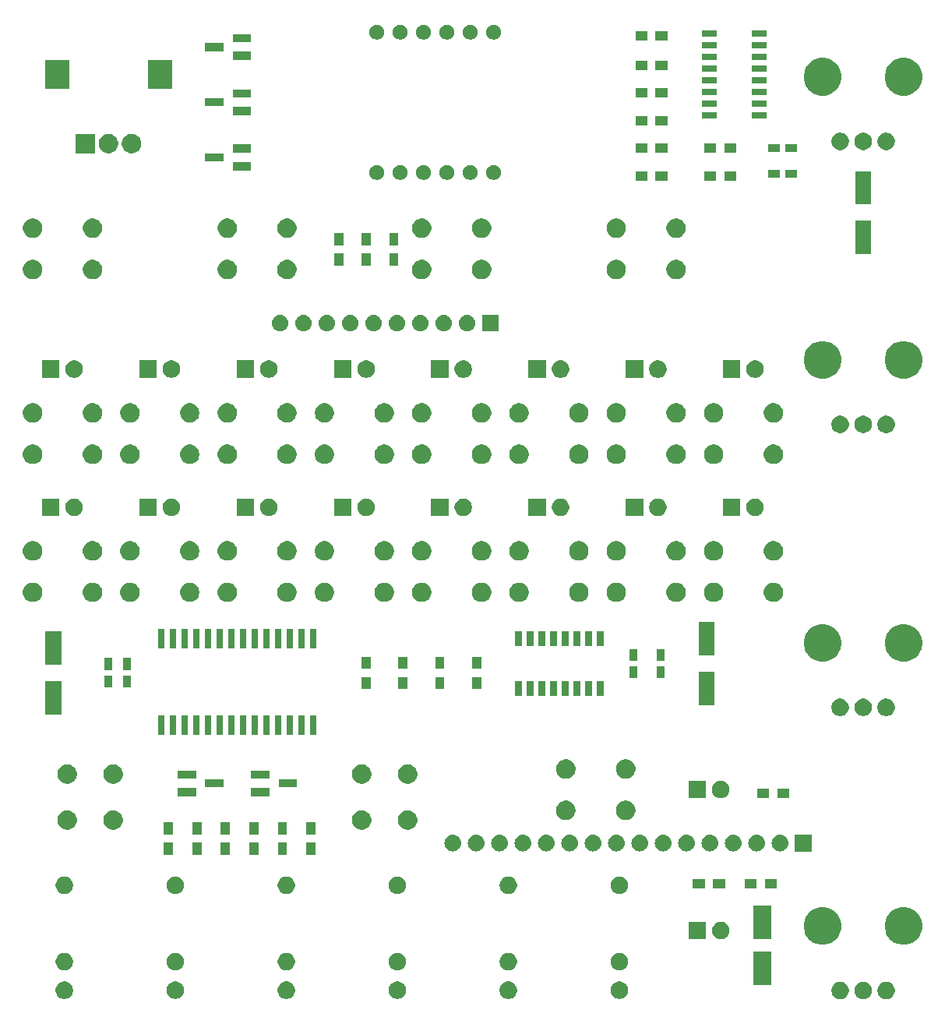
<source format=gbr>
G04 #@! TF.GenerationSoftware,KiCad,Pcbnew,(5.1.2)-1*
G04 #@! TF.CreationDate,2019-12-13T22:04:46-08:00*
G04 #@! TF.ProjectId,kicad-control-board-smt,6b696361-642d-4636-9f6e-74726f6c2d62,rev?*
G04 #@! TF.SameCoordinates,Original*
G04 #@! TF.FileFunction,Soldermask,Top*
G04 #@! TF.FilePolarity,Negative*
%FSLAX46Y46*%
G04 Gerber Fmt 4.6, Leading zero omitted, Abs format (unit mm)*
G04 Created by KiCad (PCBNEW (5.1.2)-1) date 2019-12-13 22:04:46*
%MOMM*%
%LPD*%
G04 APERTURE LIST*
%ADD10C,0.100000*%
G04 APERTURE END LIST*
D10*
G36*
X107777395Y-118585546D02*
G01*
X107950466Y-118657234D01*
X107950467Y-118657235D01*
X108106227Y-118761310D01*
X108238690Y-118893773D01*
X108238691Y-118893775D01*
X108342766Y-119049534D01*
X108414454Y-119222605D01*
X108451000Y-119406333D01*
X108451000Y-119593667D01*
X108414454Y-119777395D01*
X108342766Y-119950466D01*
X108342765Y-119950467D01*
X108238690Y-120106227D01*
X108106227Y-120238690D01*
X108027818Y-120291081D01*
X107950466Y-120342766D01*
X107777395Y-120414454D01*
X107593667Y-120451000D01*
X107406333Y-120451000D01*
X107222605Y-120414454D01*
X107049534Y-120342766D01*
X106972182Y-120291081D01*
X106893773Y-120238690D01*
X106761310Y-120106227D01*
X106657235Y-119950467D01*
X106657234Y-119950466D01*
X106585546Y-119777395D01*
X106549000Y-119593667D01*
X106549000Y-119406333D01*
X106585546Y-119222605D01*
X106657234Y-119049534D01*
X106761309Y-118893775D01*
X106761310Y-118893773D01*
X106893773Y-118761310D01*
X107049533Y-118657235D01*
X107049534Y-118657234D01*
X107222605Y-118585546D01*
X107406333Y-118549000D01*
X107593667Y-118549000D01*
X107777395Y-118585546D01*
X107777395Y-118585546D01*
G37*
G36*
X102777395Y-118585546D02*
G01*
X102950466Y-118657234D01*
X102950467Y-118657235D01*
X103106227Y-118761310D01*
X103238690Y-118893773D01*
X103238691Y-118893775D01*
X103342766Y-119049534D01*
X103414454Y-119222605D01*
X103451000Y-119406333D01*
X103451000Y-119593667D01*
X103414454Y-119777395D01*
X103342766Y-119950466D01*
X103342765Y-119950467D01*
X103238690Y-120106227D01*
X103106227Y-120238690D01*
X103027818Y-120291081D01*
X102950466Y-120342766D01*
X102777395Y-120414454D01*
X102593667Y-120451000D01*
X102406333Y-120451000D01*
X102222605Y-120414454D01*
X102049534Y-120342766D01*
X101972182Y-120291081D01*
X101893773Y-120238690D01*
X101761310Y-120106227D01*
X101657235Y-119950467D01*
X101657234Y-119950466D01*
X101585546Y-119777395D01*
X101549000Y-119593667D01*
X101549000Y-119406333D01*
X101585546Y-119222605D01*
X101657234Y-119049534D01*
X101761309Y-118893775D01*
X101761310Y-118893773D01*
X101893773Y-118761310D01*
X102049533Y-118657235D01*
X102049534Y-118657234D01*
X102222605Y-118585546D01*
X102406333Y-118549000D01*
X102593667Y-118549000D01*
X102777395Y-118585546D01*
X102777395Y-118585546D01*
G37*
G36*
X105277395Y-118585546D02*
G01*
X105450466Y-118657234D01*
X105450467Y-118657235D01*
X105606227Y-118761310D01*
X105738690Y-118893773D01*
X105738691Y-118893775D01*
X105842766Y-119049534D01*
X105914454Y-119222605D01*
X105951000Y-119406333D01*
X105951000Y-119593667D01*
X105914454Y-119777395D01*
X105842766Y-119950466D01*
X105842765Y-119950467D01*
X105738690Y-120106227D01*
X105606227Y-120238690D01*
X105527818Y-120291081D01*
X105450466Y-120342766D01*
X105277395Y-120414454D01*
X105093667Y-120451000D01*
X104906333Y-120451000D01*
X104722605Y-120414454D01*
X104549534Y-120342766D01*
X104472182Y-120291081D01*
X104393773Y-120238690D01*
X104261310Y-120106227D01*
X104157235Y-119950467D01*
X104157234Y-119950466D01*
X104085546Y-119777395D01*
X104049000Y-119593667D01*
X104049000Y-119406333D01*
X104085546Y-119222605D01*
X104157234Y-119049534D01*
X104261309Y-118893775D01*
X104261310Y-118893773D01*
X104393773Y-118761310D01*
X104549533Y-118657235D01*
X104549534Y-118657234D01*
X104722605Y-118585546D01*
X104906333Y-118549000D01*
X105093667Y-118549000D01*
X105277395Y-118585546D01*
X105277395Y-118585546D01*
G37*
G36*
X42597395Y-118565546D02*
G01*
X42770466Y-118637234D01*
X42847818Y-118688919D01*
X42926227Y-118741310D01*
X43058690Y-118873773D01*
X43072055Y-118893775D01*
X43162766Y-119029534D01*
X43234454Y-119202605D01*
X43271000Y-119386333D01*
X43271000Y-119573667D01*
X43234454Y-119757395D01*
X43162766Y-119930466D01*
X43111081Y-120007818D01*
X43058690Y-120086227D01*
X42926227Y-120218690D01*
X42896293Y-120238691D01*
X42770466Y-120322766D01*
X42597395Y-120394454D01*
X42413667Y-120431000D01*
X42226333Y-120431000D01*
X42042605Y-120394454D01*
X41869534Y-120322766D01*
X41743707Y-120238691D01*
X41713773Y-120218690D01*
X41581310Y-120086227D01*
X41528919Y-120007818D01*
X41477234Y-119930466D01*
X41405546Y-119757395D01*
X41369000Y-119573667D01*
X41369000Y-119386333D01*
X41405546Y-119202605D01*
X41477234Y-119029534D01*
X41567945Y-118893775D01*
X41581310Y-118873773D01*
X41713773Y-118741310D01*
X41792182Y-118688919D01*
X41869534Y-118637234D01*
X42042605Y-118565546D01*
X42226333Y-118529000D01*
X42413667Y-118529000D01*
X42597395Y-118565546D01*
X42597395Y-118565546D01*
G37*
G36*
X78777395Y-118565546D02*
G01*
X78950466Y-118637234D01*
X79027818Y-118688919D01*
X79106227Y-118741310D01*
X79238690Y-118873773D01*
X79252055Y-118893775D01*
X79342766Y-119029534D01*
X79414454Y-119202605D01*
X79451000Y-119386333D01*
X79451000Y-119573667D01*
X79414454Y-119757395D01*
X79342766Y-119930466D01*
X79291081Y-120007818D01*
X79238690Y-120086227D01*
X79106227Y-120218690D01*
X79076293Y-120238691D01*
X78950466Y-120322766D01*
X78777395Y-120394454D01*
X78593667Y-120431000D01*
X78406333Y-120431000D01*
X78222605Y-120394454D01*
X78049534Y-120322766D01*
X77923707Y-120238691D01*
X77893773Y-120218690D01*
X77761310Y-120086227D01*
X77708919Y-120007818D01*
X77657234Y-119930466D01*
X77585546Y-119757395D01*
X77549000Y-119573667D01*
X77549000Y-119386333D01*
X77585546Y-119202605D01*
X77657234Y-119029534D01*
X77747945Y-118893775D01*
X77761310Y-118873773D01*
X77893773Y-118741310D01*
X77972182Y-118688919D01*
X78049534Y-118637234D01*
X78222605Y-118565546D01*
X78406333Y-118529000D01*
X78593667Y-118529000D01*
X78777395Y-118565546D01*
X78777395Y-118565546D01*
G37*
G36*
X66717395Y-118565546D02*
G01*
X66890466Y-118637234D01*
X66967818Y-118688919D01*
X67046227Y-118741310D01*
X67178690Y-118873773D01*
X67192055Y-118893775D01*
X67282766Y-119029534D01*
X67354454Y-119202605D01*
X67391000Y-119386333D01*
X67391000Y-119573667D01*
X67354454Y-119757395D01*
X67282766Y-119930466D01*
X67231081Y-120007818D01*
X67178690Y-120086227D01*
X67046227Y-120218690D01*
X67016293Y-120238691D01*
X66890466Y-120322766D01*
X66717395Y-120394454D01*
X66533667Y-120431000D01*
X66346333Y-120431000D01*
X66162605Y-120394454D01*
X65989534Y-120322766D01*
X65863707Y-120238691D01*
X65833773Y-120218690D01*
X65701310Y-120086227D01*
X65648919Y-120007818D01*
X65597234Y-119930466D01*
X65525546Y-119757395D01*
X65489000Y-119573667D01*
X65489000Y-119386333D01*
X65525546Y-119202605D01*
X65597234Y-119029534D01*
X65687945Y-118893775D01*
X65701310Y-118873773D01*
X65833773Y-118741310D01*
X65912182Y-118688919D01*
X65989534Y-118637234D01*
X66162605Y-118565546D01*
X66346333Y-118529000D01*
X66533667Y-118529000D01*
X66717395Y-118565546D01*
X66717395Y-118565546D01*
G37*
G36*
X54657395Y-118565546D02*
G01*
X54830466Y-118637234D01*
X54907818Y-118688919D01*
X54986227Y-118741310D01*
X55118690Y-118873773D01*
X55132055Y-118893775D01*
X55222766Y-119029534D01*
X55294454Y-119202605D01*
X55331000Y-119386333D01*
X55331000Y-119573667D01*
X55294454Y-119757395D01*
X55222766Y-119930466D01*
X55171081Y-120007818D01*
X55118690Y-120086227D01*
X54986227Y-120218690D01*
X54956293Y-120238691D01*
X54830466Y-120322766D01*
X54657395Y-120394454D01*
X54473667Y-120431000D01*
X54286333Y-120431000D01*
X54102605Y-120394454D01*
X53929534Y-120322766D01*
X53803707Y-120238691D01*
X53773773Y-120218690D01*
X53641310Y-120086227D01*
X53588919Y-120007818D01*
X53537234Y-119930466D01*
X53465546Y-119757395D01*
X53429000Y-119573667D01*
X53429000Y-119386333D01*
X53465546Y-119202605D01*
X53537234Y-119029534D01*
X53627945Y-118893775D01*
X53641310Y-118873773D01*
X53773773Y-118741310D01*
X53852182Y-118688919D01*
X53929534Y-118637234D01*
X54102605Y-118565546D01*
X54286333Y-118529000D01*
X54473667Y-118529000D01*
X54657395Y-118565546D01*
X54657395Y-118565546D01*
G37*
G36*
X30537395Y-118565546D02*
G01*
X30710466Y-118637234D01*
X30787818Y-118688919D01*
X30866227Y-118741310D01*
X30998690Y-118873773D01*
X31012055Y-118893775D01*
X31102766Y-119029534D01*
X31174454Y-119202605D01*
X31211000Y-119386333D01*
X31211000Y-119573667D01*
X31174454Y-119757395D01*
X31102766Y-119930466D01*
X31051081Y-120007818D01*
X30998690Y-120086227D01*
X30866227Y-120218690D01*
X30836293Y-120238691D01*
X30710466Y-120322766D01*
X30537395Y-120394454D01*
X30353667Y-120431000D01*
X30166333Y-120431000D01*
X29982605Y-120394454D01*
X29809534Y-120322766D01*
X29683707Y-120238691D01*
X29653773Y-120218690D01*
X29521310Y-120086227D01*
X29468919Y-120007818D01*
X29417234Y-119930466D01*
X29345546Y-119757395D01*
X29309000Y-119573667D01*
X29309000Y-119386333D01*
X29345546Y-119202605D01*
X29417234Y-119029534D01*
X29507945Y-118893775D01*
X29521310Y-118873773D01*
X29653773Y-118741310D01*
X29732182Y-118688919D01*
X29809534Y-118637234D01*
X29982605Y-118565546D01*
X30166333Y-118529000D01*
X30353667Y-118529000D01*
X30537395Y-118565546D01*
X30537395Y-118565546D01*
G37*
G36*
X18477395Y-118565546D02*
G01*
X18650466Y-118637234D01*
X18727818Y-118688919D01*
X18806227Y-118741310D01*
X18938690Y-118873773D01*
X18952055Y-118893775D01*
X19042766Y-119029534D01*
X19114454Y-119202605D01*
X19151000Y-119386333D01*
X19151000Y-119573667D01*
X19114454Y-119757395D01*
X19042766Y-119930466D01*
X18991081Y-120007818D01*
X18938690Y-120086227D01*
X18806227Y-120218690D01*
X18776293Y-120238691D01*
X18650466Y-120322766D01*
X18477395Y-120394454D01*
X18293667Y-120431000D01*
X18106333Y-120431000D01*
X17922605Y-120394454D01*
X17749534Y-120322766D01*
X17623707Y-120238691D01*
X17593773Y-120218690D01*
X17461310Y-120086227D01*
X17408919Y-120007818D01*
X17357234Y-119930466D01*
X17285546Y-119757395D01*
X17249000Y-119573667D01*
X17249000Y-119386333D01*
X17285546Y-119202605D01*
X17357234Y-119029534D01*
X17447945Y-118893775D01*
X17461310Y-118873773D01*
X17593773Y-118741310D01*
X17672182Y-118688919D01*
X17749534Y-118637234D01*
X17922605Y-118565546D01*
X18106333Y-118529000D01*
X18293667Y-118529000D01*
X18477395Y-118565546D01*
X18477395Y-118565546D01*
G37*
G36*
X94991960Y-118901360D02*
G01*
X93089960Y-118901360D01*
X93089960Y-115299360D01*
X94991960Y-115299360D01*
X94991960Y-118901360D01*
X94991960Y-118901360D01*
G37*
G36*
X30537395Y-115465546D02*
G01*
X30710466Y-115537234D01*
X30710467Y-115537235D01*
X30866227Y-115641310D01*
X30998690Y-115773773D01*
X30998691Y-115773775D01*
X31102766Y-115929534D01*
X31174454Y-116102605D01*
X31211000Y-116286333D01*
X31211000Y-116473667D01*
X31174454Y-116657395D01*
X31102766Y-116830466D01*
X31102765Y-116830467D01*
X30998690Y-116986227D01*
X30866227Y-117118690D01*
X30787818Y-117171081D01*
X30710466Y-117222766D01*
X30537395Y-117294454D01*
X30353667Y-117331000D01*
X30166333Y-117331000D01*
X29982605Y-117294454D01*
X29809534Y-117222766D01*
X29732182Y-117171081D01*
X29653773Y-117118690D01*
X29521310Y-116986227D01*
X29417235Y-116830467D01*
X29417234Y-116830466D01*
X29345546Y-116657395D01*
X29309000Y-116473667D01*
X29309000Y-116286333D01*
X29345546Y-116102605D01*
X29417234Y-115929534D01*
X29521309Y-115773775D01*
X29521310Y-115773773D01*
X29653773Y-115641310D01*
X29809533Y-115537235D01*
X29809534Y-115537234D01*
X29982605Y-115465546D01*
X30166333Y-115429000D01*
X30353667Y-115429000D01*
X30537395Y-115465546D01*
X30537395Y-115465546D01*
G37*
G36*
X18477395Y-115465546D02*
G01*
X18650466Y-115537234D01*
X18650467Y-115537235D01*
X18806227Y-115641310D01*
X18938690Y-115773773D01*
X18938691Y-115773775D01*
X19042766Y-115929534D01*
X19114454Y-116102605D01*
X19151000Y-116286333D01*
X19151000Y-116473667D01*
X19114454Y-116657395D01*
X19042766Y-116830466D01*
X19042765Y-116830467D01*
X18938690Y-116986227D01*
X18806227Y-117118690D01*
X18727818Y-117171081D01*
X18650466Y-117222766D01*
X18477395Y-117294454D01*
X18293667Y-117331000D01*
X18106333Y-117331000D01*
X17922605Y-117294454D01*
X17749534Y-117222766D01*
X17672182Y-117171081D01*
X17593773Y-117118690D01*
X17461310Y-116986227D01*
X17357235Y-116830467D01*
X17357234Y-116830466D01*
X17285546Y-116657395D01*
X17249000Y-116473667D01*
X17249000Y-116286333D01*
X17285546Y-116102605D01*
X17357234Y-115929534D01*
X17461309Y-115773775D01*
X17461310Y-115773773D01*
X17593773Y-115641310D01*
X17749533Y-115537235D01*
X17749534Y-115537234D01*
X17922605Y-115465546D01*
X18106333Y-115429000D01*
X18293667Y-115429000D01*
X18477395Y-115465546D01*
X18477395Y-115465546D01*
G37*
G36*
X54657395Y-115465546D02*
G01*
X54830466Y-115537234D01*
X54830467Y-115537235D01*
X54986227Y-115641310D01*
X55118690Y-115773773D01*
X55118691Y-115773775D01*
X55222766Y-115929534D01*
X55294454Y-116102605D01*
X55331000Y-116286333D01*
X55331000Y-116473667D01*
X55294454Y-116657395D01*
X55222766Y-116830466D01*
X55222765Y-116830467D01*
X55118690Y-116986227D01*
X54986227Y-117118690D01*
X54907818Y-117171081D01*
X54830466Y-117222766D01*
X54657395Y-117294454D01*
X54473667Y-117331000D01*
X54286333Y-117331000D01*
X54102605Y-117294454D01*
X53929534Y-117222766D01*
X53852182Y-117171081D01*
X53773773Y-117118690D01*
X53641310Y-116986227D01*
X53537235Y-116830467D01*
X53537234Y-116830466D01*
X53465546Y-116657395D01*
X53429000Y-116473667D01*
X53429000Y-116286333D01*
X53465546Y-116102605D01*
X53537234Y-115929534D01*
X53641309Y-115773775D01*
X53641310Y-115773773D01*
X53773773Y-115641310D01*
X53929533Y-115537235D01*
X53929534Y-115537234D01*
X54102605Y-115465546D01*
X54286333Y-115429000D01*
X54473667Y-115429000D01*
X54657395Y-115465546D01*
X54657395Y-115465546D01*
G37*
G36*
X66717395Y-115465546D02*
G01*
X66890466Y-115537234D01*
X66890467Y-115537235D01*
X67046227Y-115641310D01*
X67178690Y-115773773D01*
X67178691Y-115773775D01*
X67282766Y-115929534D01*
X67354454Y-116102605D01*
X67391000Y-116286333D01*
X67391000Y-116473667D01*
X67354454Y-116657395D01*
X67282766Y-116830466D01*
X67282765Y-116830467D01*
X67178690Y-116986227D01*
X67046227Y-117118690D01*
X66967818Y-117171081D01*
X66890466Y-117222766D01*
X66717395Y-117294454D01*
X66533667Y-117331000D01*
X66346333Y-117331000D01*
X66162605Y-117294454D01*
X65989534Y-117222766D01*
X65912182Y-117171081D01*
X65833773Y-117118690D01*
X65701310Y-116986227D01*
X65597235Y-116830467D01*
X65597234Y-116830466D01*
X65525546Y-116657395D01*
X65489000Y-116473667D01*
X65489000Y-116286333D01*
X65525546Y-116102605D01*
X65597234Y-115929534D01*
X65701309Y-115773775D01*
X65701310Y-115773773D01*
X65833773Y-115641310D01*
X65989533Y-115537235D01*
X65989534Y-115537234D01*
X66162605Y-115465546D01*
X66346333Y-115429000D01*
X66533667Y-115429000D01*
X66717395Y-115465546D01*
X66717395Y-115465546D01*
G37*
G36*
X78777395Y-115465546D02*
G01*
X78950466Y-115537234D01*
X78950467Y-115537235D01*
X79106227Y-115641310D01*
X79238690Y-115773773D01*
X79238691Y-115773775D01*
X79342766Y-115929534D01*
X79414454Y-116102605D01*
X79451000Y-116286333D01*
X79451000Y-116473667D01*
X79414454Y-116657395D01*
X79342766Y-116830466D01*
X79342765Y-116830467D01*
X79238690Y-116986227D01*
X79106227Y-117118690D01*
X79027818Y-117171081D01*
X78950466Y-117222766D01*
X78777395Y-117294454D01*
X78593667Y-117331000D01*
X78406333Y-117331000D01*
X78222605Y-117294454D01*
X78049534Y-117222766D01*
X77972182Y-117171081D01*
X77893773Y-117118690D01*
X77761310Y-116986227D01*
X77657235Y-116830467D01*
X77657234Y-116830466D01*
X77585546Y-116657395D01*
X77549000Y-116473667D01*
X77549000Y-116286333D01*
X77585546Y-116102605D01*
X77657234Y-115929534D01*
X77761309Y-115773775D01*
X77761310Y-115773773D01*
X77893773Y-115641310D01*
X78049533Y-115537235D01*
X78049534Y-115537234D01*
X78222605Y-115465546D01*
X78406333Y-115429000D01*
X78593667Y-115429000D01*
X78777395Y-115465546D01*
X78777395Y-115465546D01*
G37*
G36*
X42597395Y-115465546D02*
G01*
X42770466Y-115537234D01*
X42770467Y-115537235D01*
X42926227Y-115641310D01*
X43058690Y-115773773D01*
X43058691Y-115773775D01*
X43162766Y-115929534D01*
X43234454Y-116102605D01*
X43271000Y-116286333D01*
X43271000Y-116473667D01*
X43234454Y-116657395D01*
X43162766Y-116830466D01*
X43162765Y-116830467D01*
X43058690Y-116986227D01*
X42926227Y-117118690D01*
X42847818Y-117171081D01*
X42770466Y-117222766D01*
X42597395Y-117294454D01*
X42413667Y-117331000D01*
X42226333Y-117331000D01*
X42042605Y-117294454D01*
X41869534Y-117222766D01*
X41792182Y-117171081D01*
X41713773Y-117118690D01*
X41581310Y-116986227D01*
X41477235Y-116830467D01*
X41477234Y-116830466D01*
X41405546Y-116657395D01*
X41369000Y-116473667D01*
X41369000Y-116286333D01*
X41405546Y-116102605D01*
X41477234Y-115929534D01*
X41581309Y-115773775D01*
X41581310Y-115773773D01*
X41713773Y-115641310D01*
X41869533Y-115537235D01*
X41869534Y-115537234D01*
X42042605Y-115465546D01*
X42226333Y-115429000D01*
X42413667Y-115429000D01*
X42597395Y-115465546D01*
X42597395Y-115465546D01*
G37*
G36*
X101198254Y-110527818D02*
G01*
X101571511Y-110682426D01*
X101571513Y-110682427D01*
X101907436Y-110906884D01*
X102193116Y-111192564D01*
X102417574Y-111528489D01*
X102572182Y-111901746D01*
X102651000Y-112297993D01*
X102651000Y-112702007D01*
X102572182Y-113098254D01*
X102497979Y-113277395D01*
X102417573Y-113471513D01*
X102193116Y-113807436D01*
X101907436Y-114093116D01*
X101571513Y-114317573D01*
X101571512Y-114317574D01*
X101571511Y-114317574D01*
X101198254Y-114472182D01*
X100802007Y-114551000D01*
X100397993Y-114551000D01*
X100001746Y-114472182D01*
X99628489Y-114317574D01*
X99628488Y-114317574D01*
X99628487Y-114317573D01*
X99292564Y-114093116D01*
X99006884Y-113807436D01*
X98782427Y-113471513D01*
X98702021Y-113277395D01*
X98627818Y-113098254D01*
X98549000Y-112702007D01*
X98549000Y-112297993D01*
X98627818Y-111901746D01*
X98782426Y-111528489D01*
X99006884Y-111192564D01*
X99292564Y-110906884D01*
X99628487Y-110682427D01*
X99628489Y-110682426D01*
X100001746Y-110527818D01*
X100397993Y-110449000D01*
X100802007Y-110449000D01*
X101198254Y-110527818D01*
X101198254Y-110527818D01*
G37*
G36*
X109998254Y-110527818D02*
G01*
X110371511Y-110682426D01*
X110371513Y-110682427D01*
X110707436Y-110906884D01*
X110993116Y-111192564D01*
X111217574Y-111528489D01*
X111372182Y-111901746D01*
X111451000Y-112297993D01*
X111451000Y-112702007D01*
X111372182Y-113098254D01*
X111297979Y-113277395D01*
X111217573Y-113471513D01*
X110993116Y-113807436D01*
X110707436Y-114093116D01*
X110371513Y-114317573D01*
X110371512Y-114317574D01*
X110371511Y-114317574D01*
X109998254Y-114472182D01*
X109602007Y-114551000D01*
X109197993Y-114551000D01*
X108801746Y-114472182D01*
X108428489Y-114317574D01*
X108428488Y-114317574D01*
X108428487Y-114317573D01*
X108092564Y-114093116D01*
X107806884Y-113807436D01*
X107582427Y-113471513D01*
X107502021Y-113277395D01*
X107427818Y-113098254D01*
X107349000Y-112702007D01*
X107349000Y-112297993D01*
X107427818Y-111901746D01*
X107582426Y-111528489D01*
X107806884Y-111192564D01*
X108092564Y-110906884D01*
X108428487Y-110682427D01*
X108428489Y-110682426D01*
X108801746Y-110527818D01*
X109197993Y-110449000D01*
X109602007Y-110449000D01*
X109998254Y-110527818D01*
X109998254Y-110527818D01*
G37*
G36*
X87951000Y-113951000D02*
G01*
X86049000Y-113951000D01*
X86049000Y-112049000D01*
X87951000Y-112049000D01*
X87951000Y-113951000D01*
X87951000Y-113951000D01*
G37*
G36*
X89817395Y-112085546D02*
G01*
X89990466Y-112157234D01*
X89990467Y-112157235D01*
X90146227Y-112261310D01*
X90278690Y-112393773D01*
X90278691Y-112393775D01*
X90382766Y-112549534D01*
X90454454Y-112722605D01*
X90491000Y-112906333D01*
X90491000Y-113093667D01*
X90454454Y-113277395D01*
X90382766Y-113450466D01*
X90382765Y-113450467D01*
X90278690Y-113606227D01*
X90146227Y-113738690D01*
X90067818Y-113791081D01*
X89990466Y-113842766D01*
X89817395Y-113914454D01*
X89633667Y-113951000D01*
X89446333Y-113951000D01*
X89262605Y-113914454D01*
X89089534Y-113842766D01*
X89012182Y-113791081D01*
X88933773Y-113738690D01*
X88801310Y-113606227D01*
X88697235Y-113450467D01*
X88697234Y-113450466D01*
X88625546Y-113277395D01*
X88589000Y-113093667D01*
X88589000Y-112906333D01*
X88625546Y-112722605D01*
X88697234Y-112549534D01*
X88801309Y-112393775D01*
X88801310Y-112393773D01*
X88933773Y-112261310D01*
X89089533Y-112157235D01*
X89089534Y-112157234D01*
X89262605Y-112085546D01*
X89446333Y-112049000D01*
X89633667Y-112049000D01*
X89817395Y-112085546D01*
X89817395Y-112085546D01*
G37*
G36*
X94991960Y-113901360D02*
G01*
X93089960Y-113901360D01*
X93089960Y-110299360D01*
X94991960Y-110299360D01*
X94991960Y-113901360D01*
X94991960Y-113901360D01*
G37*
G36*
X18477395Y-107165546D02*
G01*
X18650466Y-107237234D01*
X18650467Y-107237235D01*
X18806227Y-107341310D01*
X18938690Y-107473773D01*
X18938691Y-107473775D01*
X19042766Y-107629534D01*
X19114454Y-107802605D01*
X19151000Y-107986333D01*
X19151000Y-108173667D01*
X19114454Y-108357395D01*
X19042766Y-108530466D01*
X19042765Y-108530467D01*
X18938690Y-108686227D01*
X18806227Y-108818690D01*
X18727818Y-108871081D01*
X18650466Y-108922766D01*
X18477395Y-108994454D01*
X18293667Y-109031000D01*
X18106333Y-109031000D01*
X17922605Y-108994454D01*
X17749534Y-108922766D01*
X17672182Y-108871081D01*
X17593773Y-108818690D01*
X17461310Y-108686227D01*
X17357235Y-108530467D01*
X17357234Y-108530466D01*
X17285546Y-108357395D01*
X17249000Y-108173667D01*
X17249000Y-107986333D01*
X17285546Y-107802605D01*
X17357234Y-107629534D01*
X17461309Y-107473775D01*
X17461310Y-107473773D01*
X17593773Y-107341310D01*
X17749533Y-107237235D01*
X17749534Y-107237234D01*
X17922605Y-107165546D01*
X18106333Y-107129000D01*
X18293667Y-107129000D01*
X18477395Y-107165546D01*
X18477395Y-107165546D01*
G37*
G36*
X78777395Y-107165546D02*
G01*
X78950466Y-107237234D01*
X78950467Y-107237235D01*
X79106227Y-107341310D01*
X79238690Y-107473773D01*
X79238691Y-107473775D01*
X79342766Y-107629534D01*
X79414454Y-107802605D01*
X79451000Y-107986333D01*
X79451000Y-108173667D01*
X79414454Y-108357395D01*
X79342766Y-108530466D01*
X79342765Y-108530467D01*
X79238690Y-108686227D01*
X79106227Y-108818690D01*
X79027818Y-108871081D01*
X78950466Y-108922766D01*
X78777395Y-108994454D01*
X78593667Y-109031000D01*
X78406333Y-109031000D01*
X78222605Y-108994454D01*
X78049534Y-108922766D01*
X77972182Y-108871081D01*
X77893773Y-108818690D01*
X77761310Y-108686227D01*
X77657235Y-108530467D01*
X77657234Y-108530466D01*
X77585546Y-108357395D01*
X77549000Y-108173667D01*
X77549000Y-107986333D01*
X77585546Y-107802605D01*
X77657234Y-107629534D01*
X77761309Y-107473775D01*
X77761310Y-107473773D01*
X77893773Y-107341310D01*
X78049533Y-107237235D01*
X78049534Y-107237234D01*
X78222605Y-107165546D01*
X78406333Y-107129000D01*
X78593667Y-107129000D01*
X78777395Y-107165546D01*
X78777395Y-107165546D01*
G37*
G36*
X54657395Y-107165546D02*
G01*
X54830466Y-107237234D01*
X54830467Y-107237235D01*
X54986227Y-107341310D01*
X55118690Y-107473773D01*
X55118691Y-107473775D01*
X55222766Y-107629534D01*
X55294454Y-107802605D01*
X55331000Y-107986333D01*
X55331000Y-108173667D01*
X55294454Y-108357395D01*
X55222766Y-108530466D01*
X55222765Y-108530467D01*
X55118690Y-108686227D01*
X54986227Y-108818690D01*
X54907818Y-108871081D01*
X54830466Y-108922766D01*
X54657395Y-108994454D01*
X54473667Y-109031000D01*
X54286333Y-109031000D01*
X54102605Y-108994454D01*
X53929534Y-108922766D01*
X53852182Y-108871081D01*
X53773773Y-108818690D01*
X53641310Y-108686227D01*
X53537235Y-108530467D01*
X53537234Y-108530466D01*
X53465546Y-108357395D01*
X53429000Y-108173667D01*
X53429000Y-107986333D01*
X53465546Y-107802605D01*
X53537234Y-107629534D01*
X53641309Y-107473775D01*
X53641310Y-107473773D01*
X53773773Y-107341310D01*
X53929533Y-107237235D01*
X53929534Y-107237234D01*
X54102605Y-107165546D01*
X54286333Y-107129000D01*
X54473667Y-107129000D01*
X54657395Y-107165546D01*
X54657395Y-107165546D01*
G37*
G36*
X42597395Y-107165546D02*
G01*
X42770466Y-107237234D01*
X42770467Y-107237235D01*
X42926227Y-107341310D01*
X43058690Y-107473773D01*
X43058691Y-107473775D01*
X43162766Y-107629534D01*
X43234454Y-107802605D01*
X43271000Y-107986333D01*
X43271000Y-108173667D01*
X43234454Y-108357395D01*
X43162766Y-108530466D01*
X43162765Y-108530467D01*
X43058690Y-108686227D01*
X42926227Y-108818690D01*
X42847818Y-108871081D01*
X42770466Y-108922766D01*
X42597395Y-108994454D01*
X42413667Y-109031000D01*
X42226333Y-109031000D01*
X42042605Y-108994454D01*
X41869534Y-108922766D01*
X41792182Y-108871081D01*
X41713773Y-108818690D01*
X41581310Y-108686227D01*
X41477235Y-108530467D01*
X41477234Y-108530466D01*
X41405546Y-108357395D01*
X41369000Y-108173667D01*
X41369000Y-107986333D01*
X41405546Y-107802605D01*
X41477234Y-107629534D01*
X41581309Y-107473775D01*
X41581310Y-107473773D01*
X41713773Y-107341310D01*
X41869533Y-107237235D01*
X41869534Y-107237234D01*
X42042605Y-107165546D01*
X42226333Y-107129000D01*
X42413667Y-107129000D01*
X42597395Y-107165546D01*
X42597395Y-107165546D01*
G37*
G36*
X30537395Y-107165546D02*
G01*
X30710466Y-107237234D01*
X30710467Y-107237235D01*
X30866227Y-107341310D01*
X30998690Y-107473773D01*
X30998691Y-107473775D01*
X31102766Y-107629534D01*
X31174454Y-107802605D01*
X31211000Y-107986333D01*
X31211000Y-108173667D01*
X31174454Y-108357395D01*
X31102766Y-108530466D01*
X31102765Y-108530467D01*
X30998690Y-108686227D01*
X30866227Y-108818690D01*
X30787818Y-108871081D01*
X30710466Y-108922766D01*
X30537395Y-108994454D01*
X30353667Y-109031000D01*
X30166333Y-109031000D01*
X29982605Y-108994454D01*
X29809534Y-108922766D01*
X29732182Y-108871081D01*
X29653773Y-108818690D01*
X29521310Y-108686227D01*
X29417235Y-108530467D01*
X29417234Y-108530466D01*
X29345546Y-108357395D01*
X29309000Y-108173667D01*
X29309000Y-107986333D01*
X29345546Y-107802605D01*
X29417234Y-107629534D01*
X29521309Y-107473775D01*
X29521310Y-107473773D01*
X29653773Y-107341310D01*
X29809533Y-107237235D01*
X29809534Y-107237234D01*
X29982605Y-107165546D01*
X30166333Y-107129000D01*
X30353667Y-107129000D01*
X30537395Y-107165546D01*
X30537395Y-107165546D01*
G37*
G36*
X66717395Y-107165546D02*
G01*
X66890466Y-107237234D01*
X66890467Y-107237235D01*
X67046227Y-107341310D01*
X67178690Y-107473773D01*
X67178691Y-107473775D01*
X67282766Y-107629534D01*
X67354454Y-107802605D01*
X67391000Y-107986333D01*
X67391000Y-108173667D01*
X67354454Y-108357395D01*
X67282766Y-108530466D01*
X67282765Y-108530467D01*
X67178690Y-108686227D01*
X67046227Y-108818690D01*
X66967818Y-108871081D01*
X66890466Y-108922766D01*
X66717395Y-108994454D01*
X66533667Y-109031000D01*
X66346333Y-109031000D01*
X66162605Y-108994454D01*
X65989534Y-108922766D01*
X65912182Y-108871081D01*
X65833773Y-108818690D01*
X65701310Y-108686227D01*
X65597235Y-108530467D01*
X65597234Y-108530466D01*
X65525546Y-108357395D01*
X65489000Y-108173667D01*
X65489000Y-107986333D01*
X65525546Y-107802605D01*
X65597234Y-107629534D01*
X65701309Y-107473775D01*
X65701310Y-107473773D01*
X65833773Y-107341310D01*
X65989533Y-107237235D01*
X65989534Y-107237234D01*
X66162605Y-107165546D01*
X66346333Y-107129000D01*
X66533667Y-107129000D01*
X66717395Y-107165546D01*
X66717395Y-107165546D01*
G37*
G36*
X95619240Y-108420520D02*
G01*
X94317240Y-108420520D01*
X94317240Y-107418520D01*
X95619240Y-107418520D01*
X95619240Y-108420520D01*
X95619240Y-108420520D01*
G37*
G36*
X93419240Y-108420520D02*
G01*
X92117240Y-108420520D01*
X92117240Y-107418520D01*
X93419240Y-107418520D01*
X93419240Y-108420520D01*
X93419240Y-108420520D01*
G37*
G36*
X90013460Y-108420520D02*
G01*
X88711460Y-108420520D01*
X88711460Y-107418520D01*
X90013460Y-107418520D01*
X90013460Y-108420520D01*
X90013460Y-108420520D01*
G37*
G36*
X87813460Y-108420520D02*
G01*
X86511460Y-108420520D01*
X86511460Y-107418520D01*
X87813460Y-107418520D01*
X87813460Y-108420520D01*
X87813460Y-108420520D01*
G37*
G36*
X42401000Y-104761000D02*
G01*
X41399000Y-104761000D01*
X41399000Y-103459000D01*
X42401000Y-103459000D01*
X42401000Y-104761000D01*
X42401000Y-104761000D01*
G37*
G36*
X39301000Y-104751000D02*
G01*
X38299000Y-104751000D01*
X38299000Y-103449000D01*
X39301000Y-103449000D01*
X39301000Y-104751000D01*
X39301000Y-104751000D01*
G37*
G36*
X30001000Y-104751000D02*
G01*
X28999000Y-104751000D01*
X28999000Y-103449000D01*
X30001000Y-103449000D01*
X30001000Y-104751000D01*
X30001000Y-104751000D01*
G37*
G36*
X45501000Y-104751000D02*
G01*
X44499000Y-104751000D01*
X44499000Y-103449000D01*
X45501000Y-103449000D01*
X45501000Y-104751000D01*
X45501000Y-104751000D01*
G37*
G36*
X36201000Y-104751000D02*
G01*
X35199000Y-104751000D01*
X35199000Y-103449000D01*
X36201000Y-103449000D01*
X36201000Y-104751000D01*
X36201000Y-104751000D01*
G37*
G36*
X33101000Y-104751000D02*
G01*
X32099000Y-104751000D01*
X32099000Y-103449000D01*
X33101000Y-103449000D01*
X33101000Y-104751000D01*
X33101000Y-104751000D01*
G37*
G36*
X80830443Y-102605519D02*
G01*
X80896627Y-102612037D01*
X81066466Y-102663557D01*
X81222991Y-102747222D01*
X81258729Y-102776552D01*
X81360186Y-102859814D01*
X81443448Y-102961271D01*
X81472778Y-102997009D01*
X81556443Y-103153534D01*
X81607963Y-103323373D01*
X81625359Y-103500000D01*
X81607963Y-103676627D01*
X81556443Y-103846466D01*
X81472778Y-104002991D01*
X81443448Y-104038729D01*
X81360186Y-104140186D01*
X81258729Y-104223448D01*
X81222991Y-104252778D01*
X81066466Y-104336443D01*
X80896627Y-104387963D01*
X80830442Y-104394482D01*
X80764260Y-104401000D01*
X80675740Y-104401000D01*
X80609557Y-104394481D01*
X80543373Y-104387963D01*
X80373534Y-104336443D01*
X80217009Y-104252778D01*
X80181271Y-104223448D01*
X80079814Y-104140186D01*
X79996552Y-104038729D01*
X79967222Y-104002991D01*
X79883557Y-103846466D01*
X79832037Y-103676627D01*
X79814641Y-103500000D01*
X79832037Y-103323373D01*
X79883557Y-103153534D01*
X79967222Y-102997009D01*
X79996552Y-102961271D01*
X80079814Y-102859814D01*
X80181271Y-102776552D01*
X80217009Y-102747222D01*
X80373534Y-102663557D01*
X80543373Y-102612037D01*
X80609557Y-102605519D01*
X80675740Y-102599000D01*
X80764260Y-102599000D01*
X80830443Y-102605519D01*
X80830443Y-102605519D01*
G37*
G36*
X60510443Y-102605519D02*
G01*
X60576627Y-102612037D01*
X60746466Y-102663557D01*
X60902991Y-102747222D01*
X60938729Y-102776552D01*
X61040186Y-102859814D01*
X61123448Y-102961271D01*
X61152778Y-102997009D01*
X61236443Y-103153534D01*
X61287963Y-103323373D01*
X61305359Y-103500000D01*
X61287963Y-103676627D01*
X61236443Y-103846466D01*
X61152778Y-104002991D01*
X61123448Y-104038729D01*
X61040186Y-104140186D01*
X60938729Y-104223448D01*
X60902991Y-104252778D01*
X60746466Y-104336443D01*
X60576627Y-104387963D01*
X60510442Y-104394482D01*
X60444260Y-104401000D01*
X60355740Y-104401000D01*
X60289557Y-104394481D01*
X60223373Y-104387963D01*
X60053534Y-104336443D01*
X59897009Y-104252778D01*
X59861271Y-104223448D01*
X59759814Y-104140186D01*
X59676552Y-104038729D01*
X59647222Y-104002991D01*
X59563557Y-103846466D01*
X59512037Y-103676627D01*
X59494641Y-103500000D01*
X59512037Y-103323373D01*
X59563557Y-103153534D01*
X59647222Y-102997009D01*
X59676552Y-102961271D01*
X59759814Y-102859814D01*
X59861271Y-102776552D01*
X59897009Y-102747222D01*
X60053534Y-102663557D01*
X60223373Y-102612037D01*
X60289557Y-102605519D01*
X60355740Y-102599000D01*
X60444260Y-102599000D01*
X60510443Y-102605519D01*
X60510443Y-102605519D01*
G37*
G36*
X63050443Y-102605519D02*
G01*
X63116627Y-102612037D01*
X63286466Y-102663557D01*
X63442991Y-102747222D01*
X63478729Y-102776552D01*
X63580186Y-102859814D01*
X63663448Y-102961271D01*
X63692778Y-102997009D01*
X63776443Y-103153534D01*
X63827963Y-103323373D01*
X63845359Y-103500000D01*
X63827963Y-103676627D01*
X63776443Y-103846466D01*
X63692778Y-104002991D01*
X63663448Y-104038729D01*
X63580186Y-104140186D01*
X63478729Y-104223448D01*
X63442991Y-104252778D01*
X63286466Y-104336443D01*
X63116627Y-104387963D01*
X63050442Y-104394482D01*
X62984260Y-104401000D01*
X62895740Y-104401000D01*
X62829557Y-104394481D01*
X62763373Y-104387963D01*
X62593534Y-104336443D01*
X62437009Y-104252778D01*
X62401271Y-104223448D01*
X62299814Y-104140186D01*
X62216552Y-104038729D01*
X62187222Y-104002991D01*
X62103557Y-103846466D01*
X62052037Y-103676627D01*
X62034641Y-103500000D01*
X62052037Y-103323373D01*
X62103557Y-103153534D01*
X62187222Y-102997009D01*
X62216552Y-102961271D01*
X62299814Y-102859814D01*
X62401271Y-102776552D01*
X62437009Y-102747222D01*
X62593534Y-102663557D01*
X62763373Y-102612037D01*
X62829557Y-102605519D01*
X62895740Y-102599000D01*
X62984260Y-102599000D01*
X63050443Y-102605519D01*
X63050443Y-102605519D01*
G37*
G36*
X65590443Y-102605519D02*
G01*
X65656627Y-102612037D01*
X65826466Y-102663557D01*
X65982991Y-102747222D01*
X66018729Y-102776552D01*
X66120186Y-102859814D01*
X66203448Y-102961271D01*
X66232778Y-102997009D01*
X66316443Y-103153534D01*
X66367963Y-103323373D01*
X66385359Y-103500000D01*
X66367963Y-103676627D01*
X66316443Y-103846466D01*
X66232778Y-104002991D01*
X66203448Y-104038729D01*
X66120186Y-104140186D01*
X66018729Y-104223448D01*
X65982991Y-104252778D01*
X65826466Y-104336443D01*
X65656627Y-104387963D01*
X65590442Y-104394482D01*
X65524260Y-104401000D01*
X65435740Y-104401000D01*
X65369557Y-104394481D01*
X65303373Y-104387963D01*
X65133534Y-104336443D01*
X64977009Y-104252778D01*
X64941271Y-104223448D01*
X64839814Y-104140186D01*
X64756552Y-104038729D01*
X64727222Y-104002991D01*
X64643557Y-103846466D01*
X64592037Y-103676627D01*
X64574641Y-103500000D01*
X64592037Y-103323373D01*
X64643557Y-103153534D01*
X64727222Y-102997009D01*
X64756552Y-102961271D01*
X64839814Y-102859814D01*
X64941271Y-102776552D01*
X64977009Y-102747222D01*
X65133534Y-102663557D01*
X65303373Y-102612037D01*
X65369557Y-102605519D01*
X65435740Y-102599000D01*
X65524260Y-102599000D01*
X65590443Y-102605519D01*
X65590443Y-102605519D01*
G37*
G36*
X68130443Y-102605519D02*
G01*
X68196627Y-102612037D01*
X68366466Y-102663557D01*
X68522991Y-102747222D01*
X68558729Y-102776552D01*
X68660186Y-102859814D01*
X68743448Y-102961271D01*
X68772778Y-102997009D01*
X68856443Y-103153534D01*
X68907963Y-103323373D01*
X68925359Y-103500000D01*
X68907963Y-103676627D01*
X68856443Y-103846466D01*
X68772778Y-104002991D01*
X68743448Y-104038729D01*
X68660186Y-104140186D01*
X68558729Y-104223448D01*
X68522991Y-104252778D01*
X68366466Y-104336443D01*
X68196627Y-104387963D01*
X68130442Y-104394482D01*
X68064260Y-104401000D01*
X67975740Y-104401000D01*
X67909557Y-104394481D01*
X67843373Y-104387963D01*
X67673534Y-104336443D01*
X67517009Y-104252778D01*
X67481271Y-104223448D01*
X67379814Y-104140186D01*
X67296552Y-104038729D01*
X67267222Y-104002991D01*
X67183557Y-103846466D01*
X67132037Y-103676627D01*
X67114641Y-103500000D01*
X67132037Y-103323373D01*
X67183557Y-103153534D01*
X67267222Y-102997009D01*
X67296552Y-102961271D01*
X67379814Y-102859814D01*
X67481271Y-102776552D01*
X67517009Y-102747222D01*
X67673534Y-102663557D01*
X67843373Y-102612037D01*
X67909557Y-102605519D01*
X67975740Y-102599000D01*
X68064260Y-102599000D01*
X68130443Y-102605519D01*
X68130443Y-102605519D01*
G37*
G36*
X70670443Y-102605519D02*
G01*
X70736627Y-102612037D01*
X70906466Y-102663557D01*
X71062991Y-102747222D01*
X71098729Y-102776552D01*
X71200186Y-102859814D01*
X71283448Y-102961271D01*
X71312778Y-102997009D01*
X71396443Y-103153534D01*
X71447963Y-103323373D01*
X71465359Y-103500000D01*
X71447963Y-103676627D01*
X71396443Y-103846466D01*
X71312778Y-104002991D01*
X71283448Y-104038729D01*
X71200186Y-104140186D01*
X71098729Y-104223448D01*
X71062991Y-104252778D01*
X70906466Y-104336443D01*
X70736627Y-104387963D01*
X70670442Y-104394482D01*
X70604260Y-104401000D01*
X70515740Y-104401000D01*
X70449557Y-104394481D01*
X70383373Y-104387963D01*
X70213534Y-104336443D01*
X70057009Y-104252778D01*
X70021271Y-104223448D01*
X69919814Y-104140186D01*
X69836552Y-104038729D01*
X69807222Y-104002991D01*
X69723557Y-103846466D01*
X69672037Y-103676627D01*
X69654641Y-103500000D01*
X69672037Y-103323373D01*
X69723557Y-103153534D01*
X69807222Y-102997009D01*
X69836552Y-102961271D01*
X69919814Y-102859814D01*
X70021271Y-102776552D01*
X70057009Y-102747222D01*
X70213534Y-102663557D01*
X70383373Y-102612037D01*
X70449557Y-102605519D01*
X70515740Y-102599000D01*
X70604260Y-102599000D01*
X70670443Y-102605519D01*
X70670443Y-102605519D01*
G37*
G36*
X73210443Y-102605519D02*
G01*
X73276627Y-102612037D01*
X73446466Y-102663557D01*
X73602991Y-102747222D01*
X73638729Y-102776552D01*
X73740186Y-102859814D01*
X73823448Y-102961271D01*
X73852778Y-102997009D01*
X73936443Y-103153534D01*
X73987963Y-103323373D01*
X74005359Y-103500000D01*
X73987963Y-103676627D01*
X73936443Y-103846466D01*
X73852778Y-104002991D01*
X73823448Y-104038729D01*
X73740186Y-104140186D01*
X73638729Y-104223448D01*
X73602991Y-104252778D01*
X73446466Y-104336443D01*
X73276627Y-104387963D01*
X73210442Y-104394482D01*
X73144260Y-104401000D01*
X73055740Y-104401000D01*
X72989557Y-104394481D01*
X72923373Y-104387963D01*
X72753534Y-104336443D01*
X72597009Y-104252778D01*
X72561271Y-104223448D01*
X72459814Y-104140186D01*
X72376552Y-104038729D01*
X72347222Y-104002991D01*
X72263557Y-103846466D01*
X72212037Y-103676627D01*
X72194641Y-103500000D01*
X72212037Y-103323373D01*
X72263557Y-103153534D01*
X72347222Y-102997009D01*
X72376552Y-102961271D01*
X72459814Y-102859814D01*
X72561271Y-102776552D01*
X72597009Y-102747222D01*
X72753534Y-102663557D01*
X72923373Y-102612037D01*
X72989557Y-102605519D01*
X73055740Y-102599000D01*
X73144260Y-102599000D01*
X73210443Y-102605519D01*
X73210443Y-102605519D01*
G37*
G36*
X75750443Y-102605519D02*
G01*
X75816627Y-102612037D01*
X75986466Y-102663557D01*
X76142991Y-102747222D01*
X76178729Y-102776552D01*
X76280186Y-102859814D01*
X76363448Y-102961271D01*
X76392778Y-102997009D01*
X76476443Y-103153534D01*
X76527963Y-103323373D01*
X76545359Y-103500000D01*
X76527963Y-103676627D01*
X76476443Y-103846466D01*
X76392778Y-104002991D01*
X76363448Y-104038729D01*
X76280186Y-104140186D01*
X76178729Y-104223448D01*
X76142991Y-104252778D01*
X75986466Y-104336443D01*
X75816627Y-104387963D01*
X75750442Y-104394482D01*
X75684260Y-104401000D01*
X75595740Y-104401000D01*
X75529557Y-104394481D01*
X75463373Y-104387963D01*
X75293534Y-104336443D01*
X75137009Y-104252778D01*
X75101271Y-104223448D01*
X74999814Y-104140186D01*
X74916552Y-104038729D01*
X74887222Y-104002991D01*
X74803557Y-103846466D01*
X74752037Y-103676627D01*
X74734641Y-103500000D01*
X74752037Y-103323373D01*
X74803557Y-103153534D01*
X74887222Y-102997009D01*
X74916552Y-102961271D01*
X74999814Y-102859814D01*
X75101271Y-102776552D01*
X75137009Y-102747222D01*
X75293534Y-102663557D01*
X75463373Y-102612037D01*
X75529557Y-102605519D01*
X75595740Y-102599000D01*
X75684260Y-102599000D01*
X75750443Y-102605519D01*
X75750443Y-102605519D01*
G37*
G36*
X78290443Y-102605519D02*
G01*
X78356627Y-102612037D01*
X78526466Y-102663557D01*
X78682991Y-102747222D01*
X78718729Y-102776552D01*
X78820186Y-102859814D01*
X78903448Y-102961271D01*
X78932778Y-102997009D01*
X79016443Y-103153534D01*
X79067963Y-103323373D01*
X79085359Y-103500000D01*
X79067963Y-103676627D01*
X79016443Y-103846466D01*
X78932778Y-104002991D01*
X78903448Y-104038729D01*
X78820186Y-104140186D01*
X78718729Y-104223448D01*
X78682991Y-104252778D01*
X78526466Y-104336443D01*
X78356627Y-104387963D01*
X78290442Y-104394482D01*
X78224260Y-104401000D01*
X78135740Y-104401000D01*
X78069557Y-104394481D01*
X78003373Y-104387963D01*
X77833534Y-104336443D01*
X77677009Y-104252778D01*
X77641271Y-104223448D01*
X77539814Y-104140186D01*
X77456552Y-104038729D01*
X77427222Y-104002991D01*
X77343557Y-103846466D01*
X77292037Y-103676627D01*
X77274641Y-103500000D01*
X77292037Y-103323373D01*
X77343557Y-103153534D01*
X77427222Y-102997009D01*
X77456552Y-102961271D01*
X77539814Y-102859814D01*
X77641271Y-102776552D01*
X77677009Y-102747222D01*
X77833534Y-102663557D01*
X78003373Y-102612037D01*
X78069557Y-102605519D01*
X78135740Y-102599000D01*
X78224260Y-102599000D01*
X78290443Y-102605519D01*
X78290443Y-102605519D01*
G37*
G36*
X85910443Y-102605519D02*
G01*
X85976627Y-102612037D01*
X86146466Y-102663557D01*
X86302991Y-102747222D01*
X86338729Y-102776552D01*
X86440186Y-102859814D01*
X86523448Y-102961271D01*
X86552778Y-102997009D01*
X86636443Y-103153534D01*
X86687963Y-103323373D01*
X86705359Y-103500000D01*
X86687963Y-103676627D01*
X86636443Y-103846466D01*
X86552778Y-104002991D01*
X86523448Y-104038729D01*
X86440186Y-104140186D01*
X86338729Y-104223448D01*
X86302991Y-104252778D01*
X86146466Y-104336443D01*
X85976627Y-104387963D01*
X85910442Y-104394482D01*
X85844260Y-104401000D01*
X85755740Y-104401000D01*
X85689557Y-104394481D01*
X85623373Y-104387963D01*
X85453534Y-104336443D01*
X85297009Y-104252778D01*
X85261271Y-104223448D01*
X85159814Y-104140186D01*
X85076552Y-104038729D01*
X85047222Y-104002991D01*
X84963557Y-103846466D01*
X84912037Y-103676627D01*
X84894641Y-103500000D01*
X84912037Y-103323373D01*
X84963557Y-103153534D01*
X85047222Y-102997009D01*
X85076552Y-102961271D01*
X85159814Y-102859814D01*
X85261271Y-102776552D01*
X85297009Y-102747222D01*
X85453534Y-102663557D01*
X85623373Y-102612037D01*
X85689557Y-102605519D01*
X85755740Y-102599000D01*
X85844260Y-102599000D01*
X85910443Y-102605519D01*
X85910443Y-102605519D01*
G37*
G36*
X88450443Y-102605519D02*
G01*
X88516627Y-102612037D01*
X88686466Y-102663557D01*
X88842991Y-102747222D01*
X88878729Y-102776552D01*
X88980186Y-102859814D01*
X89063448Y-102961271D01*
X89092778Y-102997009D01*
X89176443Y-103153534D01*
X89227963Y-103323373D01*
X89245359Y-103500000D01*
X89227963Y-103676627D01*
X89176443Y-103846466D01*
X89092778Y-104002991D01*
X89063448Y-104038729D01*
X88980186Y-104140186D01*
X88878729Y-104223448D01*
X88842991Y-104252778D01*
X88686466Y-104336443D01*
X88516627Y-104387963D01*
X88450442Y-104394482D01*
X88384260Y-104401000D01*
X88295740Y-104401000D01*
X88229557Y-104394481D01*
X88163373Y-104387963D01*
X87993534Y-104336443D01*
X87837009Y-104252778D01*
X87801271Y-104223448D01*
X87699814Y-104140186D01*
X87616552Y-104038729D01*
X87587222Y-104002991D01*
X87503557Y-103846466D01*
X87452037Y-103676627D01*
X87434641Y-103500000D01*
X87452037Y-103323373D01*
X87503557Y-103153534D01*
X87587222Y-102997009D01*
X87616552Y-102961271D01*
X87699814Y-102859814D01*
X87801271Y-102776552D01*
X87837009Y-102747222D01*
X87993534Y-102663557D01*
X88163373Y-102612037D01*
X88229557Y-102605519D01*
X88295740Y-102599000D01*
X88384260Y-102599000D01*
X88450443Y-102605519D01*
X88450443Y-102605519D01*
G37*
G36*
X90990443Y-102605519D02*
G01*
X91056627Y-102612037D01*
X91226466Y-102663557D01*
X91382991Y-102747222D01*
X91418729Y-102776552D01*
X91520186Y-102859814D01*
X91603448Y-102961271D01*
X91632778Y-102997009D01*
X91716443Y-103153534D01*
X91767963Y-103323373D01*
X91785359Y-103500000D01*
X91767963Y-103676627D01*
X91716443Y-103846466D01*
X91632778Y-104002991D01*
X91603448Y-104038729D01*
X91520186Y-104140186D01*
X91418729Y-104223448D01*
X91382991Y-104252778D01*
X91226466Y-104336443D01*
X91056627Y-104387963D01*
X90990442Y-104394482D01*
X90924260Y-104401000D01*
X90835740Y-104401000D01*
X90769557Y-104394481D01*
X90703373Y-104387963D01*
X90533534Y-104336443D01*
X90377009Y-104252778D01*
X90341271Y-104223448D01*
X90239814Y-104140186D01*
X90156552Y-104038729D01*
X90127222Y-104002991D01*
X90043557Y-103846466D01*
X89992037Y-103676627D01*
X89974641Y-103500000D01*
X89992037Y-103323373D01*
X90043557Y-103153534D01*
X90127222Y-102997009D01*
X90156552Y-102961271D01*
X90239814Y-102859814D01*
X90341271Y-102776552D01*
X90377009Y-102747222D01*
X90533534Y-102663557D01*
X90703373Y-102612037D01*
X90769557Y-102605519D01*
X90835740Y-102599000D01*
X90924260Y-102599000D01*
X90990443Y-102605519D01*
X90990443Y-102605519D01*
G37*
G36*
X93530443Y-102605519D02*
G01*
X93596627Y-102612037D01*
X93766466Y-102663557D01*
X93922991Y-102747222D01*
X93958729Y-102776552D01*
X94060186Y-102859814D01*
X94143448Y-102961271D01*
X94172778Y-102997009D01*
X94256443Y-103153534D01*
X94307963Y-103323373D01*
X94325359Y-103500000D01*
X94307963Y-103676627D01*
X94256443Y-103846466D01*
X94172778Y-104002991D01*
X94143448Y-104038729D01*
X94060186Y-104140186D01*
X93958729Y-104223448D01*
X93922991Y-104252778D01*
X93766466Y-104336443D01*
X93596627Y-104387963D01*
X93530442Y-104394482D01*
X93464260Y-104401000D01*
X93375740Y-104401000D01*
X93309557Y-104394481D01*
X93243373Y-104387963D01*
X93073534Y-104336443D01*
X92917009Y-104252778D01*
X92881271Y-104223448D01*
X92779814Y-104140186D01*
X92696552Y-104038729D01*
X92667222Y-104002991D01*
X92583557Y-103846466D01*
X92532037Y-103676627D01*
X92514641Y-103500000D01*
X92532037Y-103323373D01*
X92583557Y-103153534D01*
X92667222Y-102997009D01*
X92696552Y-102961271D01*
X92779814Y-102859814D01*
X92881271Y-102776552D01*
X92917009Y-102747222D01*
X93073534Y-102663557D01*
X93243373Y-102612037D01*
X93309557Y-102605519D01*
X93375740Y-102599000D01*
X93464260Y-102599000D01*
X93530443Y-102605519D01*
X93530443Y-102605519D01*
G37*
G36*
X96070443Y-102605519D02*
G01*
X96136627Y-102612037D01*
X96306466Y-102663557D01*
X96462991Y-102747222D01*
X96498729Y-102776552D01*
X96600186Y-102859814D01*
X96683448Y-102961271D01*
X96712778Y-102997009D01*
X96796443Y-103153534D01*
X96847963Y-103323373D01*
X96865359Y-103500000D01*
X96847963Y-103676627D01*
X96796443Y-103846466D01*
X96712778Y-104002991D01*
X96683448Y-104038729D01*
X96600186Y-104140186D01*
X96498729Y-104223448D01*
X96462991Y-104252778D01*
X96306466Y-104336443D01*
X96136627Y-104387963D01*
X96070442Y-104394482D01*
X96004260Y-104401000D01*
X95915740Y-104401000D01*
X95849557Y-104394481D01*
X95783373Y-104387963D01*
X95613534Y-104336443D01*
X95457009Y-104252778D01*
X95421271Y-104223448D01*
X95319814Y-104140186D01*
X95236552Y-104038729D01*
X95207222Y-104002991D01*
X95123557Y-103846466D01*
X95072037Y-103676627D01*
X95054641Y-103500000D01*
X95072037Y-103323373D01*
X95123557Y-103153534D01*
X95207222Y-102997009D01*
X95236552Y-102961271D01*
X95319814Y-102859814D01*
X95421271Y-102776552D01*
X95457009Y-102747222D01*
X95613534Y-102663557D01*
X95783373Y-102612037D01*
X95849557Y-102605519D01*
X95915740Y-102599000D01*
X96004260Y-102599000D01*
X96070443Y-102605519D01*
X96070443Y-102605519D01*
G37*
G36*
X99401000Y-104401000D02*
G01*
X97599000Y-104401000D01*
X97599000Y-102599000D01*
X99401000Y-102599000D01*
X99401000Y-104401000D01*
X99401000Y-104401000D01*
G37*
G36*
X83370443Y-102605519D02*
G01*
X83436627Y-102612037D01*
X83606466Y-102663557D01*
X83762991Y-102747222D01*
X83798729Y-102776552D01*
X83900186Y-102859814D01*
X83983448Y-102961271D01*
X84012778Y-102997009D01*
X84096443Y-103153534D01*
X84147963Y-103323373D01*
X84165359Y-103500000D01*
X84147963Y-103676627D01*
X84096443Y-103846466D01*
X84012778Y-104002991D01*
X83983448Y-104038729D01*
X83900186Y-104140186D01*
X83798729Y-104223448D01*
X83762991Y-104252778D01*
X83606466Y-104336443D01*
X83436627Y-104387963D01*
X83370442Y-104394482D01*
X83304260Y-104401000D01*
X83215740Y-104401000D01*
X83149557Y-104394481D01*
X83083373Y-104387963D01*
X82913534Y-104336443D01*
X82757009Y-104252778D01*
X82721271Y-104223448D01*
X82619814Y-104140186D01*
X82536552Y-104038729D01*
X82507222Y-104002991D01*
X82423557Y-103846466D01*
X82372037Y-103676627D01*
X82354641Y-103500000D01*
X82372037Y-103323373D01*
X82423557Y-103153534D01*
X82507222Y-102997009D01*
X82536552Y-102961271D01*
X82619814Y-102859814D01*
X82721271Y-102776552D01*
X82757009Y-102747222D01*
X82913534Y-102663557D01*
X83083373Y-102612037D01*
X83149557Y-102605519D01*
X83215740Y-102599000D01*
X83304260Y-102599000D01*
X83370443Y-102605519D01*
X83370443Y-102605519D01*
G37*
G36*
X42401000Y-102561000D02*
G01*
X41399000Y-102561000D01*
X41399000Y-101259000D01*
X42401000Y-101259000D01*
X42401000Y-102561000D01*
X42401000Y-102561000D01*
G37*
G36*
X33101000Y-102551000D02*
G01*
X32099000Y-102551000D01*
X32099000Y-101249000D01*
X33101000Y-101249000D01*
X33101000Y-102551000D01*
X33101000Y-102551000D01*
G37*
G36*
X36201000Y-102551000D02*
G01*
X35199000Y-102551000D01*
X35199000Y-101249000D01*
X36201000Y-101249000D01*
X36201000Y-102551000D01*
X36201000Y-102551000D01*
G37*
G36*
X39301000Y-102551000D02*
G01*
X38299000Y-102551000D01*
X38299000Y-101249000D01*
X39301000Y-101249000D01*
X39301000Y-102551000D01*
X39301000Y-102551000D01*
G37*
G36*
X30001000Y-102551000D02*
G01*
X28999000Y-102551000D01*
X28999000Y-101249000D01*
X30001000Y-101249000D01*
X30001000Y-102551000D01*
X30001000Y-102551000D01*
G37*
G36*
X45501000Y-102551000D02*
G01*
X44499000Y-102551000D01*
X44499000Y-101249000D01*
X45501000Y-101249000D01*
X45501000Y-102551000D01*
X45501000Y-102551000D01*
G37*
G36*
X23806564Y-99989389D02*
G01*
X23925027Y-100038458D01*
X23997835Y-100068616D01*
X24169973Y-100183635D01*
X24316365Y-100330027D01*
X24431385Y-100502167D01*
X24510611Y-100693436D01*
X24551000Y-100896484D01*
X24551000Y-101103516D01*
X24510611Y-101306564D01*
X24431385Y-101497833D01*
X24431384Y-101497835D01*
X24316365Y-101669973D01*
X24169973Y-101816365D01*
X23997835Y-101931384D01*
X23997834Y-101931385D01*
X23997833Y-101931385D01*
X23806564Y-102010611D01*
X23603516Y-102051000D01*
X23396484Y-102051000D01*
X23193436Y-102010611D01*
X23002167Y-101931385D01*
X23002166Y-101931385D01*
X23002165Y-101931384D01*
X22830027Y-101816365D01*
X22683635Y-101669973D01*
X22568616Y-101497835D01*
X22568615Y-101497833D01*
X22489389Y-101306564D01*
X22449000Y-101103516D01*
X22449000Y-100896484D01*
X22489389Y-100693436D01*
X22568615Y-100502167D01*
X22683635Y-100330027D01*
X22830027Y-100183635D01*
X23002165Y-100068616D01*
X23074973Y-100038458D01*
X23193436Y-99989389D01*
X23396484Y-99949000D01*
X23603516Y-99949000D01*
X23806564Y-99989389D01*
X23806564Y-99989389D01*
G37*
G36*
X18806564Y-99989389D02*
G01*
X18925027Y-100038458D01*
X18997835Y-100068616D01*
X19169973Y-100183635D01*
X19316365Y-100330027D01*
X19431385Y-100502167D01*
X19510611Y-100693436D01*
X19551000Y-100896484D01*
X19551000Y-101103516D01*
X19510611Y-101306564D01*
X19431385Y-101497833D01*
X19431384Y-101497835D01*
X19316365Y-101669973D01*
X19169973Y-101816365D01*
X18997835Y-101931384D01*
X18997834Y-101931385D01*
X18997833Y-101931385D01*
X18806564Y-102010611D01*
X18603516Y-102051000D01*
X18396484Y-102051000D01*
X18193436Y-102010611D01*
X18002167Y-101931385D01*
X18002166Y-101931385D01*
X18002165Y-101931384D01*
X17830027Y-101816365D01*
X17683635Y-101669973D01*
X17568616Y-101497835D01*
X17568615Y-101497833D01*
X17489389Y-101306564D01*
X17449000Y-101103516D01*
X17449000Y-100896484D01*
X17489389Y-100693436D01*
X17568615Y-100502167D01*
X17683635Y-100330027D01*
X17830027Y-100183635D01*
X18002165Y-100068616D01*
X18074973Y-100038458D01*
X18193436Y-99989389D01*
X18396484Y-99949000D01*
X18603516Y-99949000D01*
X18806564Y-99989389D01*
X18806564Y-99989389D01*
G37*
G36*
X50806564Y-99989389D02*
G01*
X50925027Y-100038458D01*
X50997835Y-100068616D01*
X51169973Y-100183635D01*
X51316365Y-100330027D01*
X51431385Y-100502167D01*
X51510611Y-100693436D01*
X51551000Y-100896484D01*
X51551000Y-101103516D01*
X51510611Y-101306564D01*
X51431385Y-101497833D01*
X51431384Y-101497835D01*
X51316365Y-101669973D01*
X51169973Y-101816365D01*
X50997835Y-101931384D01*
X50997834Y-101931385D01*
X50997833Y-101931385D01*
X50806564Y-102010611D01*
X50603516Y-102051000D01*
X50396484Y-102051000D01*
X50193436Y-102010611D01*
X50002167Y-101931385D01*
X50002166Y-101931385D01*
X50002165Y-101931384D01*
X49830027Y-101816365D01*
X49683635Y-101669973D01*
X49568616Y-101497835D01*
X49568615Y-101497833D01*
X49489389Y-101306564D01*
X49449000Y-101103516D01*
X49449000Y-100896484D01*
X49489389Y-100693436D01*
X49568615Y-100502167D01*
X49683635Y-100330027D01*
X49830027Y-100183635D01*
X50002165Y-100068616D01*
X50074973Y-100038458D01*
X50193436Y-99989389D01*
X50396484Y-99949000D01*
X50603516Y-99949000D01*
X50806564Y-99989389D01*
X50806564Y-99989389D01*
G37*
G36*
X55806564Y-99989389D02*
G01*
X55925027Y-100038458D01*
X55997835Y-100068616D01*
X56169973Y-100183635D01*
X56316365Y-100330027D01*
X56431385Y-100502167D01*
X56510611Y-100693436D01*
X56551000Y-100896484D01*
X56551000Y-101103516D01*
X56510611Y-101306564D01*
X56431385Y-101497833D01*
X56431384Y-101497835D01*
X56316365Y-101669973D01*
X56169973Y-101816365D01*
X55997835Y-101931384D01*
X55997834Y-101931385D01*
X55997833Y-101931385D01*
X55806564Y-102010611D01*
X55603516Y-102051000D01*
X55396484Y-102051000D01*
X55193436Y-102010611D01*
X55002167Y-101931385D01*
X55002166Y-101931385D01*
X55002165Y-101931384D01*
X54830027Y-101816365D01*
X54683635Y-101669973D01*
X54568616Y-101497835D01*
X54568615Y-101497833D01*
X54489389Y-101306564D01*
X54449000Y-101103516D01*
X54449000Y-100896484D01*
X54489389Y-100693436D01*
X54568615Y-100502167D01*
X54683635Y-100330027D01*
X54830027Y-100183635D01*
X55002165Y-100068616D01*
X55074973Y-100038458D01*
X55193436Y-99989389D01*
X55396484Y-99949000D01*
X55603516Y-99949000D01*
X55806564Y-99989389D01*
X55806564Y-99989389D01*
G37*
G36*
X79503904Y-98924331D02*
G01*
X79695173Y-99003557D01*
X79695175Y-99003558D01*
X79867313Y-99118577D01*
X80013705Y-99264969D01*
X80128725Y-99437109D01*
X80207951Y-99628378D01*
X80248340Y-99831426D01*
X80248340Y-100038458D01*
X80207951Y-100241506D01*
X80128725Y-100432775D01*
X80128724Y-100432777D01*
X80013705Y-100604915D01*
X79867313Y-100751307D01*
X79695175Y-100866326D01*
X79695174Y-100866327D01*
X79695173Y-100866327D01*
X79503904Y-100945553D01*
X79300856Y-100985942D01*
X79093824Y-100985942D01*
X78890776Y-100945553D01*
X78699507Y-100866327D01*
X78699506Y-100866327D01*
X78699505Y-100866326D01*
X78527367Y-100751307D01*
X78380975Y-100604915D01*
X78265956Y-100432777D01*
X78265955Y-100432775D01*
X78186729Y-100241506D01*
X78146340Y-100038458D01*
X78146340Y-99831426D01*
X78186729Y-99628378D01*
X78265955Y-99437109D01*
X78380975Y-99264969D01*
X78527367Y-99118577D01*
X78699505Y-99003558D01*
X78699507Y-99003557D01*
X78890776Y-98924331D01*
X79093824Y-98883942D01*
X79300856Y-98883942D01*
X79503904Y-98924331D01*
X79503904Y-98924331D01*
G37*
G36*
X73003904Y-98924331D02*
G01*
X73195173Y-99003557D01*
X73195175Y-99003558D01*
X73367313Y-99118577D01*
X73513705Y-99264969D01*
X73628725Y-99437109D01*
X73707951Y-99628378D01*
X73748340Y-99831426D01*
X73748340Y-100038458D01*
X73707951Y-100241506D01*
X73628725Y-100432775D01*
X73628724Y-100432777D01*
X73513705Y-100604915D01*
X73367313Y-100751307D01*
X73195175Y-100866326D01*
X73195174Y-100866327D01*
X73195173Y-100866327D01*
X73003904Y-100945553D01*
X72800856Y-100985942D01*
X72593824Y-100985942D01*
X72390776Y-100945553D01*
X72199507Y-100866327D01*
X72199506Y-100866327D01*
X72199505Y-100866326D01*
X72027367Y-100751307D01*
X71880975Y-100604915D01*
X71765956Y-100432777D01*
X71765955Y-100432775D01*
X71686729Y-100241506D01*
X71646340Y-100038458D01*
X71646340Y-99831426D01*
X71686729Y-99628378D01*
X71765955Y-99437109D01*
X71880975Y-99264969D01*
X72027367Y-99118577D01*
X72199505Y-99003558D01*
X72199507Y-99003557D01*
X72390776Y-98924331D01*
X72593824Y-98883942D01*
X72800856Y-98883942D01*
X73003904Y-98924331D01*
X73003904Y-98924331D01*
G37*
G36*
X87925600Y-98635942D02*
G01*
X86023600Y-98635942D01*
X86023600Y-96733942D01*
X87925600Y-96733942D01*
X87925600Y-98635942D01*
X87925600Y-98635942D01*
G37*
G36*
X89791995Y-96770488D02*
G01*
X89965066Y-96842176D01*
X89965067Y-96842177D01*
X90120827Y-96946252D01*
X90253290Y-97078715D01*
X90253291Y-97078717D01*
X90357366Y-97234476D01*
X90429054Y-97407547D01*
X90465600Y-97591275D01*
X90465600Y-97778609D01*
X90429054Y-97962337D01*
X90357366Y-98135408D01*
X90357365Y-98135409D01*
X90253290Y-98291169D01*
X90120827Y-98423632D01*
X90042418Y-98476023D01*
X89965066Y-98527708D01*
X89791995Y-98599396D01*
X89608267Y-98635942D01*
X89420933Y-98635942D01*
X89237205Y-98599396D01*
X89064134Y-98527708D01*
X88986782Y-98476023D01*
X88908373Y-98423632D01*
X88775910Y-98291169D01*
X88671835Y-98135409D01*
X88671834Y-98135408D01*
X88600146Y-97962337D01*
X88563600Y-97778609D01*
X88563600Y-97591275D01*
X88600146Y-97407547D01*
X88671834Y-97234476D01*
X88775909Y-97078717D01*
X88775910Y-97078715D01*
X88908373Y-96946252D01*
X89064133Y-96842177D01*
X89064134Y-96842176D01*
X89237205Y-96770488D01*
X89420933Y-96733942D01*
X89608267Y-96733942D01*
X89791995Y-96770488D01*
X89791995Y-96770488D01*
G37*
G36*
X94778140Y-98611040D02*
G01*
X93476140Y-98611040D01*
X93476140Y-97609040D01*
X94778140Y-97609040D01*
X94778140Y-98611040D01*
X94778140Y-98611040D01*
G37*
G36*
X96978140Y-98611040D02*
G01*
X95676140Y-98611040D01*
X95676140Y-97609040D01*
X96978140Y-97609040D01*
X96978140Y-98611040D01*
X96978140Y-98611040D01*
G37*
G36*
X40501000Y-98401000D02*
G01*
X38499000Y-98401000D01*
X38499000Y-97499000D01*
X40501000Y-97499000D01*
X40501000Y-98401000D01*
X40501000Y-98401000D01*
G37*
G36*
X32501000Y-98401000D02*
G01*
X30499000Y-98401000D01*
X30499000Y-97499000D01*
X32501000Y-97499000D01*
X32501000Y-98401000D01*
X32501000Y-98401000D01*
G37*
G36*
X35501000Y-97451000D02*
G01*
X33499000Y-97451000D01*
X33499000Y-96549000D01*
X35501000Y-96549000D01*
X35501000Y-97451000D01*
X35501000Y-97451000D01*
G37*
G36*
X43501000Y-97451000D02*
G01*
X41499000Y-97451000D01*
X41499000Y-96549000D01*
X43501000Y-96549000D01*
X43501000Y-97451000D01*
X43501000Y-97451000D01*
G37*
G36*
X55806564Y-94989389D02*
G01*
X55997833Y-95068615D01*
X55997835Y-95068616D01*
X56087275Y-95128378D01*
X56169973Y-95183635D01*
X56316365Y-95330027D01*
X56431385Y-95502167D01*
X56510611Y-95693436D01*
X56551000Y-95896484D01*
X56551000Y-96103516D01*
X56510611Y-96306564D01*
X56485856Y-96366327D01*
X56431384Y-96497835D01*
X56316365Y-96669973D01*
X56169973Y-96816365D01*
X55997835Y-96931384D01*
X55997834Y-96931385D01*
X55997833Y-96931385D01*
X55806564Y-97010611D01*
X55603516Y-97051000D01*
X55396484Y-97051000D01*
X55193436Y-97010611D01*
X55002167Y-96931385D01*
X55002166Y-96931385D01*
X55002165Y-96931384D01*
X54830027Y-96816365D01*
X54683635Y-96669973D01*
X54568616Y-96497835D01*
X54514144Y-96366327D01*
X54489389Y-96306564D01*
X54449000Y-96103516D01*
X54449000Y-95896484D01*
X54489389Y-95693436D01*
X54568615Y-95502167D01*
X54683635Y-95330027D01*
X54830027Y-95183635D01*
X54912725Y-95128378D01*
X55002165Y-95068616D01*
X55002167Y-95068615D01*
X55193436Y-94989389D01*
X55396484Y-94949000D01*
X55603516Y-94949000D01*
X55806564Y-94989389D01*
X55806564Y-94989389D01*
G37*
G36*
X18806564Y-94989389D02*
G01*
X18997833Y-95068615D01*
X18997835Y-95068616D01*
X19087275Y-95128378D01*
X19169973Y-95183635D01*
X19316365Y-95330027D01*
X19431385Y-95502167D01*
X19510611Y-95693436D01*
X19551000Y-95896484D01*
X19551000Y-96103516D01*
X19510611Y-96306564D01*
X19485856Y-96366327D01*
X19431384Y-96497835D01*
X19316365Y-96669973D01*
X19169973Y-96816365D01*
X18997835Y-96931384D01*
X18997834Y-96931385D01*
X18997833Y-96931385D01*
X18806564Y-97010611D01*
X18603516Y-97051000D01*
X18396484Y-97051000D01*
X18193436Y-97010611D01*
X18002167Y-96931385D01*
X18002166Y-96931385D01*
X18002165Y-96931384D01*
X17830027Y-96816365D01*
X17683635Y-96669973D01*
X17568616Y-96497835D01*
X17514144Y-96366327D01*
X17489389Y-96306564D01*
X17449000Y-96103516D01*
X17449000Y-95896484D01*
X17489389Y-95693436D01*
X17568615Y-95502167D01*
X17683635Y-95330027D01*
X17830027Y-95183635D01*
X17912725Y-95128378D01*
X18002165Y-95068616D01*
X18002167Y-95068615D01*
X18193436Y-94989389D01*
X18396484Y-94949000D01*
X18603516Y-94949000D01*
X18806564Y-94989389D01*
X18806564Y-94989389D01*
G37*
G36*
X23806564Y-94989389D02*
G01*
X23997833Y-95068615D01*
X23997835Y-95068616D01*
X24087275Y-95128378D01*
X24169973Y-95183635D01*
X24316365Y-95330027D01*
X24431385Y-95502167D01*
X24510611Y-95693436D01*
X24551000Y-95896484D01*
X24551000Y-96103516D01*
X24510611Y-96306564D01*
X24485856Y-96366327D01*
X24431384Y-96497835D01*
X24316365Y-96669973D01*
X24169973Y-96816365D01*
X23997835Y-96931384D01*
X23997834Y-96931385D01*
X23997833Y-96931385D01*
X23806564Y-97010611D01*
X23603516Y-97051000D01*
X23396484Y-97051000D01*
X23193436Y-97010611D01*
X23002167Y-96931385D01*
X23002166Y-96931385D01*
X23002165Y-96931384D01*
X22830027Y-96816365D01*
X22683635Y-96669973D01*
X22568616Y-96497835D01*
X22514144Y-96366327D01*
X22489389Y-96306564D01*
X22449000Y-96103516D01*
X22449000Y-95896484D01*
X22489389Y-95693436D01*
X22568615Y-95502167D01*
X22683635Y-95330027D01*
X22830027Y-95183635D01*
X22912725Y-95128378D01*
X23002165Y-95068616D01*
X23002167Y-95068615D01*
X23193436Y-94989389D01*
X23396484Y-94949000D01*
X23603516Y-94949000D01*
X23806564Y-94989389D01*
X23806564Y-94989389D01*
G37*
G36*
X50806564Y-94989389D02*
G01*
X50997833Y-95068615D01*
X50997835Y-95068616D01*
X51087275Y-95128378D01*
X51169973Y-95183635D01*
X51316365Y-95330027D01*
X51431385Y-95502167D01*
X51510611Y-95693436D01*
X51551000Y-95896484D01*
X51551000Y-96103516D01*
X51510611Y-96306564D01*
X51485856Y-96366327D01*
X51431384Y-96497835D01*
X51316365Y-96669973D01*
X51169973Y-96816365D01*
X50997835Y-96931384D01*
X50997834Y-96931385D01*
X50997833Y-96931385D01*
X50806564Y-97010611D01*
X50603516Y-97051000D01*
X50396484Y-97051000D01*
X50193436Y-97010611D01*
X50002167Y-96931385D01*
X50002166Y-96931385D01*
X50002165Y-96931384D01*
X49830027Y-96816365D01*
X49683635Y-96669973D01*
X49568616Y-96497835D01*
X49514144Y-96366327D01*
X49489389Y-96306564D01*
X49449000Y-96103516D01*
X49449000Y-95896484D01*
X49489389Y-95693436D01*
X49568615Y-95502167D01*
X49683635Y-95330027D01*
X49830027Y-95183635D01*
X49912725Y-95128378D01*
X50002165Y-95068616D01*
X50002167Y-95068615D01*
X50193436Y-94989389D01*
X50396484Y-94949000D01*
X50603516Y-94949000D01*
X50806564Y-94989389D01*
X50806564Y-94989389D01*
G37*
G36*
X40501000Y-96501000D02*
G01*
X38499000Y-96501000D01*
X38499000Y-95599000D01*
X40501000Y-95599000D01*
X40501000Y-96501000D01*
X40501000Y-96501000D01*
G37*
G36*
X32501000Y-96501000D02*
G01*
X30499000Y-96501000D01*
X30499000Y-95599000D01*
X32501000Y-95599000D01*
X32501000Y-96501000D01*
X32501000Y-96501000D01*
G37*
G36*
X79503904Y-94424331D02*
G01*
X79695173Y-94503557D01*
X79695175Y-94503558D01*
X79867313Y-94618577D01*
X80013705Y-94764969D01*
X80128725Y-94937109D01*
X80207951Y-95128378D01*
X80248340Y-95331426D01*
X80248340Y-95538458D01*
X80207951Y-95741506D01*
X80143757Y-95896484D01*
X80128724Y-95932777D01*
X80013705Y-96104915D01*
X79867313Y-96251307D01*
X79695175Y-96366326D01*
X79695174Y-96366327D01*
X79695173Y-96366327D01*
X79503904Y-96445553D01*
X79300856Y-96485942D01*
X79093824Y-96485942D01*
X78890776Y-96445553D01*
X78699507Y-96366327D01*
X78699506Y-96366327D01*
X78699505Y-96366326D01*
X78527367Y-96251307D01*
X78380975Y-96104915D01*
X78265956Y-95932777D01*
X78250923Y-95896484D01*
X78186729Y-95741506D01*
X78146340Y-95538458D01*
X78146340Y-95331426D01*
X78186729Y-95128378D01*
X78265955Y-94937109D01*
X78380975Y-94764969D01*
X78527367Y-94618577D01*
X78699505Y-94503558D01*
X78699507Y-94503557D01*
X78890776Y-94424331D01*
X79093824Y-94383942D01*
X79300856Y-94383942D01*
X79503904Y-94424331D01*
X79503904Y-94424331D01*
G37*
G36*
X73003904Y-94424331D02*
G01*
X73195173Y-94503557D01*
X73195175Y-94503558D01*
X73367313Y-94618577D01*
X73513705Y-94764969D01*
X73628725Y-94937109D01*
X73707951Y-95128378D01*
X73748340Y-95331426D01*
X73748340Y-95538458D01*
X73707951Y-95741506D01*
X73643757Y-95896484D01*
X73628724Y-95932777D01*
X73513705Y-96104915D01*
X73367313Y-96251307D01*
X73195175Y-96366326D01*
X73195174Y-96366327D01*
X73195173Y-96366327D01*
X73003904Y-96445553D01*
X72800856Y-96485942D01*
X72593824Y-96485942D01*
X72390776Y-96445553D01*
X72199507Y-96366327D01*
X72199506Y-96366327D01*
X72199505Y-96366326D01*
X72027367Y-96251307D01*
X71880975Y-96104915D01*
X71765956Y-95932777D01*
X71750923Y-95896484D01*
X71686729Y-95741506D01*
X71646340Y-95538458D01*
X71646340Y-95331426D01*
X71686729Y-95128378D01*
X71765955Y-94937109D01*
X71880975Y-94764969D01*
X72027367Y-94618577D01*
X72199505Y-94503558D01*
X72199507Y-94503557D01*
X72390776Y-94424331D01*
X72593824Y-94383942D01*
X72800856Y-94383942D01*
X73003904Y-94424331D01*
X73003904Y-94424331D01*
G37*
G36*
X34176000Y-91751000D02*
G01*
X33474000Y-91751000D01*
X33474000Y-89649000D01*
X34176000Y-89649000D01*
X34176000Y-91751000D01*
X34176000Y-91751000D01*
G37*
G36*
X36716000Y-91751000D02*
G01*
X36014000Y-91751000D01*
X36014000Y-89649000D01*
X36716000Y-89649000D01*
X36716000Y-91751000D01*
X36716000Y-91751000D01*
G37*
G36*
X37986000Y-91751000D02*
G01*
X37284000Y-91751000D01*
X37284000Y-89649000D01*
X37986000Y-89649000D01*
X37986000Y-91751000D01*
X37986000Y-91751000D01*
G37*
G36*
X39256000Y-91751000D02*
G01*
X38554000Y-91751000D01*
X38554000Y-89649000D01*
X39256000Y-89649000D01*
X39256000Y-91751000D01*
X39256000Y-91751000D01*
G37*
G36*
X40526000Y-91751000D02*
G01*
X39824000Y-91751000D01*
X39824000Y-89649000D01*
X40526000Y-89649000D01*
X40526000Y-91751000D01*
X40526000Y-91751000D01*
G37*
G36*
X31636000Y-91751000D02*
G01*
X30934000Y-91751000D01*
X30934000Y-89649000D01*
X31636000Y-89649000D01*
X31636000Y-91751000D01*
X31636000Y-91751000D01*
G37*
G36*
X45606000Y-91751000D02*
G01*
X44904000Y-91751000D01*
X44904000Y-89649000D01*
X45606000Y-89649000D01*
X45606000Y-91751000D01*
X45606000Y-91751000D01*
G37*
G36*
X32906000Y-91751000D02*
G01*
X32204000Y-91751000D01*
X32204000Y-89649000D01*
X32906000Y-89649000D01*
X32906000Y-91751000D01*
X32906000Y-91751000D01*
G37*
G36*
X29096000Y-91751000D02*
G01*
X28394000Y-91751000D01*
X28394000Y-89649000D01*
X29096000Y-89649000D01*
X29096000Y-91751000D01*
X29096000Y-91751000D01*
G37*
G36*
X30366000Y-91751000D02*
G01*
X29664000Y-91751000D01*
X29664000Y-89649000D01*
X30366000Y-89649000D01*
X30366000Y-91751000D01*
X30366000Y-91751000D01*
G37*
G36*
X44336000Y-91751000D02*
G01*
X43634000Y-91751000D01*
X43634000Y-89649000D01*
X44336000Y-89649000D01*
X44336000Y-91751000D01*
X44336000Y-91751000D01*
G37*
G36*
X43066000Y-91751000D02*
G01*
X42364000Y-91751000D01*
X42364000Y-89649000D01*
X43066000Y-89649000D01*
X43066000Y-91751000D01*
X43066000Y-91751000D01*
G37*
G36*
X41796000Y-91751000D02*
G01*
X41094000Y-91751000D01*
X41094000Y-89649000D01*
X41796000Y-89649000D01*
X41796000Y-91751000D01*
X41796000Y-91751000D01*
G37*
G36*
X35446000Y-91751000D02*
G01*
X34744000Y-91751000D01*
X34744000Y-89649000D01*
X35446000Y-89649000D01*
X35446000Y-91751000D01*
X35446000Y-91751000D01*
G37*
G36*
X105277395Y-87835546D02*
G01*
X105450466Y-87907234D01*
X105450467Y-87907235D01*
X105606227Y-88011310D01*
X105738690Y-88143773D01*
X105738691Y-88143775D01*
X105842766Y-88299534D01*
X105914454Y-88472605D01*
X105951000Y-88656333D01*
X105951000Y-88843667D01*
X105914454Y-89027395D01*
X105842766Y-89200466D01*
X105842765Y-89200467D01*
X105738690Y-89356227D01*
X105606227Y-89488690D01*
X105527818Y-89541081D01*
X105450466Y-89592766D01*
X105277395Y-89664454D01*
X105093667Y-89701000D01*
X104906333Y-89701000D01*
X104722605Y-89664454D01*
X104549534Y-89592766D01*
X104472182Y-89541081D01*
X104393773Y-89488690D01*
X104261310Y-89356227D01*
X104157235Y-89200467D01*
X104157234Y-89200466D01*
X104085546Y-89027395D01*
X104049000Y-88843667D01*
X104049000Y-88656333D01*
X104085546Y-88472605D01*
X104157234Y-88299534D01*
X104261309Y-88143775D01*
X104261310Y-88143773D01*
X104393773Y-88011310D01*
X104549533Y-87907235D01*
X104549534Y-87907234D01*
X104722605Y-87835546D01*
X104906333Y-87799000D01*
X105093667Y-87799000D01*
X105277395Y-87835546D01*
X105277395Y-87835546D01*
G37*
G36*
X107777395Y-87835546D02*
G01*
X107950466Y-87907234D01*
X107950467Y-87907235D01*
X108106227Y-88011310D01*
X108238690Y-88143773D01*
X108238691Y-88143775D01*
X108342766Y-88299534D01*
X108414454Y-88472605D01*
X108451000Y-88656333D01*
X108451000Y-88843667D01*
X108414454Y-89027395D01*
X108342766Y-89200466D01*
X108342765Y-89200467D01*
X108238690Y-89356227D01*
X108106227Y-89488690D01*
X108027818Y-89541081D01*
X107950466Y-89592766D01*
X107777395Y-89664454D01*
X107593667Y-89701000D01*
X107406333Y-89701000D01*
X107222605Y-89664454D01*
X107049534Y-89592766D01*
X106972182Y-89541081D01*
X106893773Y-89488690D01*
X106761310Y-89356227D01*
X106657235Y-89200467D01*
X106657234Y-89200466D01*
X106585546Y-89027395D01*
X106549000Y-88843667D01*
X106549000Y-88656333D01*
X106585546Y-88472605D01*
X106657234Y-88299534D01*
X106761309Y-88143775D01*
X106761310Y-88143773D01*
X106893773Y-88011310D01*
X107049533Y-87907235D01*
X107049534Y-87907234D01*
X107222605Y-87835546D01*
X107406333Y-87799000D01*
X107593667Y-87799000D01*
X107777395Y-87835546D01*
X107777395Y-87835546D01*
G37*
G36*
X102777395Y-87835546D02*
G01*
X102950466Y-87907234D01*
X102950467Y-87907235D01*
X103106227Y-88011310D01*
X103238690Y-88143773D01*
X103238691Y-88143775D01*
X103342766Y-88299534D01*
X103414454Y-88472605D01*
X103451000Y-88656333D01*
X103451000Y-88843667D01*
X103414454Y-89027395D01*
X103342766Y-89200466D01*
X103342765Y-89200467D01*
X103238690Y-89356227D01*
X103106227Y-89488690D01*
X103027818Y-89541081D01*
X102950466Y-89592766D01*
X102777395Y-89664454D01*
X102593667Y-89701000D01*
X102406333Y-89701000D01*
X102222605Y-89664454D01*
X102049534Y-89592766D01*
X101972182Y-89541081D01*
X101893773Y-89488690D01*
X101761310Y-89356227D01*
X101657235Y-89200467D01*
X101657234Y-89200466D01*
X101585546Y-89027395D01*
X101549000Y-88843667D01*
X101549000Y-88656333D01*
X101585546Y-88472605D01*
X101657234Y-88299534D01*
X101761309Y-88143775D01*
X101761310Y-88143773D01*
X101893773Y-88011310D01*
X102049533Y-87907235D01*
X102049534Y-87907234D01*
X102222605Y-87835546D01*
X102406333Y-87799000D01*
X102593667Y-87799000D01*
X102777395Y-87835546D01*
X102777395Y-87835546D01*
G37*
G36*
X17851000Y-89501000D02*
G01*
X16149000Y-89501000D01*
X16149000Y-85899000D01*
X17851000Y-85899000D01*
X17851000Y-89501000D01*
X17851000Y-89501000D01*
G37*
G36*
X88851000Y-88501000D02*
G01*
X87149000Y-88501000D01*
X87149000Y-84899000D01*
X88851000Y-84899000D01*
X88851000Y-88501000D01*
X88851000Y-88501000D01*
G37*
G36*
X70446000Y-87501000D02*
G01*
X69744000Y-87501000D01*
X69744000Y-85899000D01*
X70446000Y-85899000D01*
X70446000Y-87501000D01*
X70446000Y-87501000D01*
G37*
G36*
X76796000Y-87501000D02*
G01*
X76094000Y-87501000D01*
X76094000Y-85899000D01*
X76796000Y-85899000D01*
X76796000Y-87501000D01*
X76796000Y-87501000D01*
G37*
G36*
X75526000Y-87501000D02*
G01*
X74824000Y-87501000D01*
X74824000Y-85899000D01*
X75526000Y-85899000D01*
X75526000Y-87501000D01*
X75526000Y-87501000D01*
G37*
G36*
X74256000Y-87501000D02*
G01*
X73554000Y-87501000D01*
X73554000Y-85899000D01*
X74256000Y-85899000D01*
X74256000Y-87501000D01*
X74256000Y-87501000D01*
G37*
G36*
X67906000Y-87501000D02*
G01*
X67204000Y-87501000D01*
X67204000Y-85899000D01*
X67906000Y-85899000D01*
X67906000Y-87501000D01*
X67906000Y-87501000D01*
G37*
G36*
X69176000Y-87501000D02*
G01*
X68474000Y-87501000D01*
X68474000Y-85899000D01*
X69176000Y-85899000D01*
X69176000Y-87501000D01*
X69176000Y-87501000D01*
G37*
G36*
X71716000Y-87501000D02*
G01*
X71014000Y-87501000D01*
X71014000Y-85899000D01*
X71716000Y-85899000D01*
X71716000Y-87501000D01*
X71716000Y-87501000D01*
G37*
G36*
X72986000Y-87501000D02*
G01*
X72284000Y-87501000D01*
X72284000Y-85899000D01*
X72986000Y-85899000D01*
X72986000Y-87501000D01*
X72986000Y-87501000D01*
G37*
G36*
X59501000Y-86751000D02*
G01*
X58499000Y-86751000D01*
X58499000Y-85449000D01*
X59501000Y-85449000D01*
X59501000Y-86751000D01*
X59501000Y-86751000D01*
G37*
G36*
X63501000Y-86751000D02*
G01*
X62499000Y-86751000D01*
X62499000Y-85449000D01*
X63501000Y-85449000D01*
X63501000Y-86751000D01*
X63501000Y-86751000D01*
G37*
G36*
X51501000Y-86751000D02*
G01*
X50499000Y-86751000D01*
X50499000Y-85449000D01*
X51501000Y-85449000D01*
X51501000Y-86751000D01*
X51501000Y-86751000D01*
G37*
G36*
X55501000Y-86751000D02*
G01*
X54499000Y-86751000D01*
X54499000Y-85449000D01*
X55501000Y-85449000D01*
X55501000Y-86751000D01*
X55501000Y-86751000D01*
G37*
G36*
X25426000Y-86601000D02*
G01*
X24574000Y-86601000D01*
X24574000Y-85299000D01*
X25426000Y-85299000D01*
X25426000Y-86601000D01*
X25426000Y-86601000D01*
G37*
G36*
X23426000Y-86601000D02*
G01*
X22574000Y-86601000D01*
X22574000Y-85299000D01*
X23426000Y-85299000D01*
X23426000Y-86601000D01*
X23426000Y-86601000D01*
G37*
G36*
X83426000Y-85601000D02*
G01*
X82574000Y-85601000D01*
X82574000Y-84299000D01*
X83426000Y-84299000D01*
X83426000Y-85601000D01*
X83426000Y-85601000D01*
G37*
G36*
X80426000Y-85601000D02*
G01*
X79574000Y-85601000D01*
X79574000Y-84299000D01*
X80426000Y-84299000D01*
X80426000Y-85601000D01*
X80426000Y-85601000D01*
G37*
G36*
X25426000Y-84701000D02*
G01*
X24574000Y-84701000D01*
X24574000Y-83399000D01*
X25426000Y-83399000D01*
X25426000Y-84701000D01*
X25426000Y-84701000D01*
G37*
G36*
X23426000Y-84701000D02*
G01*
X22574000Y-84701000D01*
X22574000Y-83399000D01*
X23426000Y-83399000D01*
X23426000Y-84701000D01*
X23426000Y-84701000D01*
G37*
G36*
X63501000Y-84551000D02*
G01*
X62499000Y-84551000D01*
X62499000Y-83249000D01*
X63501000Y-83249000D01*
X63501000Y-84551000D01*
X63501000Y-84551000D01*
G37*
G36*
X59501000Y-84551000D02*
G01*
X58499000Y-84551000D01*
X58499000Y-83249000D01*
X59501000Y-83249000D01*
X59501000Y-84551000D01*
X59501000Y-84551000D01*
G37*
G36*
X55501000Y-84551000D02*
G01*
X54499000Y-84551000D01*
X54499000Y-83249000D01*
X55501000Y-83249000D01*
X55501000Y-84551000D01*
X55501000Y-84551000D01*
G37*
G36*
X51501000Y-84551000D02*
G01*
X50499000Y-84551000D01*
X50499000Y-83249000D01*
X51501000Y-83249000D01*
X51501000Y-84551000D01*
X51501000Y-84551000D01*
G37*
G36*
X17851000Y-84101000D02*
G01*
X16149000Y-84101000D01*
X16149000Y-80499000D01*
X17851000Y-80499000D01*
X17851000Y-84101000D01*
X17851000Y-84101000D01*
G37*
G36*
X101198254Y-79777818D02*
G01*
X101571511Y-79932426D01*
X101571513Y-79932427D01*
X101907436Y-80156884D01*
X102193116Y-80442564D01*
X102417574Y-80778489D01*
X102572182Y-81151746D01*
X102651000Y-81547993D01*
X102651000Y-81952007D01*
X102572182Y-82348254D01*
X102551162Y-82399000D01*
X102417573Y-82721513D01*
X102193116Y-83057436D01*
X101907436Y-83343116D01*
X101571513Y-83567573D01*
X101571512Y-83567574D01*
X101571511Y-83567574D01*
X101198254Y-83722182D01*
X100802007Y-83801000D01*
X100397993Y-83801000D01*
X100001746Y-83722182D01*
X99628489Y-83567574D01*
X99628488Y-83567574D01*
X99628487Y-83567573D01*
X99292564Y-83343116D01*
X99006884Y-83057436D01*
X98782427Y-82721513D01*
X98648838Y-82399000D01*
X98627818Y-82348254D01*
X98549000Y-81952007D01*
X98549000Y-81547993D01*
X98627818Y-81151746D01*
X98782426Y-80778489D01*
X99006884Y-80442564D01*
X99292564Y-80156884D01*
X99628487Y-79932427D01*
X99628489Y-79932426D01*
X100001746Y-79777818D01*
X100397993Y-79699000D01*
X100802007Y-79699000D01*
X101198254Y-79777818D01*
X101198254Y-79777818D01*
G37*
G36*
X109998254Y-79777818D02*
G01*
X110371511Y-79932426D01*
X110371513Y-79932427D01*
X110707436Y-80156884D01*
X110993116Y-80442564D01*
X111217574Y-80778489D01*
X111372182Y-81151746D01*
X111451000Y-81547993D01*
X111451000Y-81952007D01*
X111372182Y-82348254D01*
X111351162Y-82399000D01*
X111217573Y-82721513D01*
X110993116Y-83057436D01*
X110707436Y-83343116D01*
X110371513Y-83567573D01*
X110371512Y-83567574D01*
X110371511Y-83567574D01*
X109998254Y-83722182D01*
X109602007Y-83801000D01*
X109197993Y-83801000D01*
X108801746Y-83722182D01*
X108428489Y-83567574D01*
X108428488Y-83567574D01*
X108428487Y-83567573D01*
X108092564Y-83343116D01*
X107806884Y-83057436D01*
X107582427Y-82721513D01*
X107448838Y-82399000D01*
X107427818Y-82348254D01*
X107349000Y-81952007D01*
X107349000Y-81547993D01*
X107427818Y-81151746D01*
X107582426Y-80778489D01*
X107806884Y-80442564D01*
X108092564Y-80156884D01*
X108428487Y-79932427D01*
X108428489Y-79932426D01*
X108801746Y-79777818D01*
X109197993Y-79699000D01*
X109602007Y-79699000D01*
X109998254Y-79777818D01*
X109998254Y-79777818D01*
G37*
G36*
X83426000Y-83701000D02*
G01*
X82574000Y-83701000D01*
X82574000Y-82399000D01*
X83426000Y-82399000D01*
X83426000Y-83701000D01*
X83426000Y-83701000D01*
G37*
G36*
X80426000Y-83701000D02*
G01*
X79574000Y-83701000D01*
X79574000Y-82399000D01*
X80426000Y-82399000D01*
X80426000Y-83701000D01*
X80426000Y-83701000D01*
G37*
G36*
X88851000Y-83101000D02*
G01*
X87149000Y-83101000D01*
X87149000Y-79499000D01*
X88851000Y-79499000D01*
X88851000Y-83101000D01*
X88851000Y-83101000D01*
G37*
G36*
X35446000Y-82351000D02*
G01*
X34744000Y-82351000D01*
X34744000Y-80249000D01*
X35446000Y-80249000D01*
X35446000Y-82351000D01*
X35446000Y-82351000D01*
G37*
G36*
X34176000Y-82351000D02*
G01*
X33474000Y-82351000D01*
X33474000Y-80249000D01*
X34176000Y-80249000D01*
X34176000Y-82351000D01*
X34176000Y-82351000D01*
G37*
G36*
X32906000Y-82351000D02*
G01*
X32204000Y-82351000D01*
X32204000Y-80249000D01*
X32906000Y-80249000D01*
X32906000Y-82351000D01*
X32906000Y-82351000D01*
G37*
G36*
X31636000Y-82351000D02*
G01*
X30934000Y-82351000D01*
X30934000Y-80249000D01*
X31636000Y-80249000D01*
X31636000Y-82351000D01*
X31636000Y-82351000D01*
G37*
G36*
X30366000Y-82351000D02*
G01*
X29664000Y-82351000D01*
X29664000Y-80249000D01*
X30366000Y-80249000D01*
X30366000Y-82351000D01*
X30366000Y-82351000D01*
G37*
G36*
X29096000Y-82351000D02*
G01*
X28394000Y-82351000D01*
X28394000Y-80249000D01*
X29096000Y-80249000D01*
X29096000Y-82351000D01*
X29096000Y-82351000D01*
G37*
G36*
X45606000Y-82351000D02*
G01*
X44904000Y-82351000D01*
X44904000Y-80249000D01*
X45606000Y-80249000D01*
X45606000Y-82351000D01*
X45606000Y-82351000D01*
G37*
G36*
X37986000Y-82351000D02*
G01*
X37284000Y-82351000D01*
X37284000Y-80249000D01*
X37986000Y-80249000D01*
X37986000Y-82351000D01*
X37986000Y-82351000D01*
G37*
G36*
X40526000Y-82351000D02*
G01*
X39824000Y-82351000D01*
X39824000Y-80249000D01*
X40526000Y-80249000D01*
X40526000Y-82351000D01*
X40526000Y-82351000D01*
G37*
G36*
X41796000Y-82351000D02*
G01*
X41094000Y-82351000D01*
X41094000Y-80249000D01*
X41796000Y-80249000D01*
X41796000Y-82351000D01*
X41796000Y-82351000D01*
G37*
G36*
X39256000Y-82351000D02*
G01*
X38554000Y-82351000D01*
X38554000Y-80249000D01*
X39256000Y-80249000D01*
X39256000Y-82351000D01*
X39256000Y-82351000D01*
G37*
G36*
X43066000Y-82351000D02*
G01*
X42364000Y-82351000D01*
X42364000Y-80249000D01*
X43066000Y-80249000D01*
X43066000Y-82351000D01*
X43066000Y-82351000D01*
G37*
G36*
X44336000Y-82351000D02*
G01*
X43634000Y-82351000D01*
X43634000Y-80249000D01*
X44336000Y-80249000D01*
X44336000Y-82351000D01*
X44336000Y-82351000D01*
G37*
G36*
X36716000Y-82351000D02*
G01*
X36014000Y-82351000D01*
X36014000Y-80249000D01*
X36716000Y-80249000D01*
X36716000Y-82351000D01*
X36716000Y-82351000D01*
G37*
G36*
X72986000Y-82101000D02*
G01*
X72284000Y-82101000D01*
X72284000Y-80499000D01*
X72986000Y-80499000D01*
X72986000Y-82101000D01*
X72986000Y-82101000D01*
G37*
G36*
X76796000Y-82101000D02*
G01*
X76094000Y-82101000D01*
X76094000Y-80499000D01*
X76796000Y-80499000D01*
X76796000Y-82101000D01*
X76796000Y-82101000D01*
G37*
G36*
X75526000Y-82101000D02*
G01*
X74824000Y-82101000D01*
X74824000Y-80499000D01*
X75526000Y-80499000D01*
X75526000Y-82101000D01*
X75526000Y-82101000D01*
G37*
G36*
X74256000Y-82101000D02*
G01*
X73554000Y-82101000D01*
X73554000Y-80499000D01*
X74256000Y-80499000D01*
X74256000Y-82101000D01*
X74256000Y-82101000D01*
G37*
G36*
X70446000Y-82101000D02*
G01*
X69744000Y-82101000D01*
X69744000Y-80499000D01*
X70446000Y-80499000D01*
X70446000Y-82101000D01*
X70446000Y-82101000D01*
G37*
G36*
X69176000Y-82101000D02*
G01*
X68474000Y-82101000D01*
X68474000Y-80499000D01*
X69176000Y-80499000D01*
X69176000Y-82101000D01*
X69176000Y-82101000D01*
G37*
G36*
X71716000Y-82101000D02*
G01*
X71014000Y-82101000D01*
X71014000Y-80499000D01*
X71716000Y-80499000D01*
X71716000Y-82101000D01*
X71716000Y-82101000D01*
G37*
G36*
X67906000Y-82101000D02*
G01*
X67204000Y-82101000D01*
X67204000Y-80499000D01*
X67906000Y-80499000D01*
X67906000Y-82101000D01*
X67906000Y-82101000D01*
G37*
G36*
X46770848Y-75239389D02*
G01*
X46962117Y-75318615D01*
X46962119Y-75318616D01*
X47134257Y-75433635D01*
X47280649Y-75580027D01*
X47395669Y-75752167D01*
X47474895Y-75943436D01*
X47515284Y-76146484D01*
X47515284Y-76353516D01*
X47474895Y-76556564D01*
X47395669Y-76747833D01*
X47395668Y-76747835D01*
X47280649Y-76919973D01*
X47134257Y-77066365D01*
X46962119Y-77181384D01*
X46962118Y-77181385D01*
X46962117Y-77181385D01*
X46770848Y-77260611D01*
X46567800Y-77301000D01*
X46360768Y-77301000D01*
X46157720Y-77260611D01*
X45966451Y-77181385D01*
X45966450Y-77181385D01*
X45966449Y-77181384D01*
X45794311Y-77066365D01*
X45647919Y-76919973D01*
X45532900Y-76747835D01*
X45532899Y-76747833D01*
X45453673Y-76556564D01*
X45413284Y-76353516D01*
X45413284Y-76146484D01*
X45453673Y-75943436D01*
X45532899Y-75752167D01*
X45647919Y-75580027D01*
X45794311Y-75433635D01*
X45966449Y-75318616D01*
X45966451Y-75318615D01*
X46157720Y-75239389D01*
X46360768Y-75199000D01*
X46567800Y-75199000D01*
X46770848Y-75239389D01*
X46770848Y-75239389D01*
G37*
G36*
X21556564Y-75239389D02*
G01*
X21747833Y-75318615D01*
X21747835Y-75318616D01*
X21919973Y-75433635D01*
X22066365Y-75580027D01*
X22181385Y-75752167D01*
X22260611Y-75943436D01*
X22301000Y-76146484D01*
X22301000Y-76353516D01*
X22260611Y-76556564D01*
X22181385Y-76747833D01*
X22181384Y-76747835D01*
X22066365Y-76919973D01*
X21919973Y-77066365D01*
X21747835Y-77181384D01*
X21747834Y-77181385D01*
X21747833Y-77181385D01*
X21556564Y-77260611D01*
X21353516Y-77301000D01*
X21146484Y-77301000D01*
X20943436Y-77260611D01*
X20752167Y-77181385D01*
X20752166Y-77181385D01*
X20752165Y-77181384D01*
X20580027Y-77066365D01*
X20433635Y-76919973D01*
X20318616Y-76747835D01*
X20318615Y-76747833D01*
X20239389Y-76556564D01*
X20199000Y-76353516D01*
X20199000Y-76146484D01*
X20239389Y-75943436D01*
X20318615Y-75752167D01*
X20433635Y-75580027D01*
X20580027Y-75433635D01*
X20752165Y-75318616D01*
X20752167Y-75318615D01*
X20943436Y-75239389D01*
X21146484Y-75199000D01*
X21353516Y-75199000D01*
X21556564Y-75239389D01*
X21556564Y-75239389D01*
G37*
G36*
X32127992Y-75239389D02*
G01*
X32319261Y-75318615D01*
X32319263Y-75318616D01*
X32491401Y-75433635D01*
X32637793Y-75580027D01*
X32752813Y-75752167D01*
X32832039Y-75943436D01*
X32872428Y-76146484D01*
X32872428Y-76353516D01*
X32832039Y-76556564D01*
X32752813Y-76747833D01*
X32752812Y-76747835D01*
X32637793Y-76919973D01*
X32491401Y-77066365D01*
X32319263Y-77181384D01*
X32319262Y-77181385D01*
X32319261Y-77181385D01*
X32127992Y-77260611D01*
X31924944Y-77301000D01*
X31717912Y-77301000D01*
X31514864Y-77260611D01*
X31323595Y-77181385D01*
X31323594Y-77181385D01*
X31323593Y-77181384D01*
X31151455Y-77066365D01*
X31005063Y-76919973D01*
X30890044Y-76747835D01*
X30890043Y-76747833D01*
X30810817Y-76556564D01*
X30770428Y-76353516D01*
X30770428Y-76146484D01*
X30810817Y-75943436D01*
X30890043Y-75752167D01*
X31005063Y-75580027D01*
X31151455Y-75433635D01*
X31323593Y-75318616D01*
X31323595Y-75318615D01*
X31514864Y-75239389D01*
X31717912Y-75199000D01*
X31924944Y-75199000D01*
X32127992Y-75239389D01*
X32127992Y-75239389D01*
G37*
G36*
X25627992Y-75239389D02*
G01*
X25819261Y-75318615D01*
X25819263Y-75318616D01*
X25991401Y-75433635D01*
X26137793Y-75580027D01*
X26252813Y-75752167D01*
X26332039Y-75943436D01*
X26372428Y-76146484D01*
X26372428Y-76353516D01*
X26332039Y-76556564D01*
X26252813Y-76747833D01*
X26252812Y-76747835D01*
X26137793Y-76919973D01*
X25991401Y-77066365D01*
X25819263Y-77181384D01*
X25819262Y-77181385D01*
X25819261Y-77181385D01*
X25627992Y-77260611D01*
X25424944Y-77301000D01*
X25217912Y-77301000D01*
X25014864Y-77260611D01*
X24823595Y-77181385D01*
X24823594Y-77181385D01*
X24823593Y-77181384D01*
X24651455Y-77066365D01*
X24505063Y-76919973D01*
X24390044Y-76747835D01*
X24390043Y-76747833D01*
X24310817Y-76556564D01*
X24270428Y-76353516D01*
X24270428Y-76146484D01*
X24310817Y-75943436D01*
X24390043Y-75752167D01*
X24505063Y-75580027D01*
X24651455Y-75433635D01*
X24823593Y-75318616D01*
X24823595Y-75318615D01*
X25014864Y-75239389D01*
X25217912Y-75199000D01*
X25424944Y-75199000D01*
X25627992Y-75239389D01*
X25627992Y-75239389D01*
G37*
G36*
X57342276Y-75239389D02*
G01*
X57533545Y-75318615D01*
X57533547Y-75318616D01*
X57705685Y-75433635D01*
X57852077Y-75580027D01*
X57967097Y-75752167D01*
X58046323Y-75943436D01*
X58086712Y-76146484D01*
X58086712Y-76353516D01*
X58046323Y-76556564D01*
X57967097Y-76747833D01*
X57967096Y-76747835D01*
X57852077Y-76919973D01*
X57705685Y-77066365D01*
X57533547Y-77181384D01*
X57533546Y-77181385D01*
X57533545Y-77181385D01*
X57342276Y-77260611D01*
X57139228Y-77301000D01*
X56932196Y-77301000D01*
X56729148Y-77260611D01*
X56537879Y-77181385D01*
X56537878Y-77181385D01*
X56537877Y-77181384D01*
X56365739Y-77066365D01*
X56219347Y-76919973D01*
X56104328Y-76747835D01*
X56104327Y-76747833D01*
X56025101Y-76556564D01*
X55984712Y-76353516D01*
X55984712Y-76146484D01*
X56025101Y-75943436D01*
X56104327Y-75752167D01*
X56219347Y-75580027D01*
X56365739Y-75433635D01*
X56537877Y-75318616D01*
X56537879Y-75318615D01*
X56729148Y-75239389D01*
X56932196Y-75199000D01*
X57139228Y-75199000D01*
X57342276Y-75239389D01*
X57342276Y-75239389D01*
G37*
G36*
X63842276Y-75239389D02*
G01*
X64033545Y-75318615D01*
X64033547Y-75318616D01*
X64205685Y-75433635D01*
X64352077Y-75580027D01*
X64467097Y-75752167D01*
X64546323Y-75943436D01*
X64586712Y-76146484D01*
X64586712Y-76353516D01*
X64546323Y-76556564D01*
X64467097Y-76747833D01*
X64467096Y-76747835D01*
X64352077Y-76919973D01*
X64205685Y-77066365D01*
X64033547Y-77181384D01*
X64033546Y-77181385D01*
X64033545Y-77181385D01*
X63842276Y-77260611D01*
X63639228Y-77301000D01*
X63432196Y-77301000D01*
X63229148Y-77260611D01*
X63037879Y-77181385D01*
X63037878Y-77181385D01*
X63037877Y-77181384D01*
X62865739Y-77066365D01*
X62719347Y-76919973D01*
X62604328Y-76747835D01*
X62604327Y-76747833D01*
X62525101Y-76556564D01*
X62484712Y-76353516D01*
X62484712Y-76146484D01*
X62525101Y-75943436D01*
X62604327Y-75752167D01*
X62719347Y-75580027D01*
X62865739Y-75433635D01*
X63037877Y-75318616D01*
X63037879Y-75318615D01*
X63229148Y-75239389D01*
X63432196Y-75199000D01*
X63639228Y-75199000D01*
X63842276Y-75239389D01*
X63842276Y-75239389D01*
G37*
G36*
X67913704Y-75239389D02*
G01*
X68104973Y-75318615D01*
X68104975Y-75318616D01*
X68277113Y-75433635D01*
X68423505Y-75580027D01*
X68538525Y-75752167D01*
X68617751Y-75943436D01*
X68658140Y-76146484D01*
X68658140Y-76353516D01*
X68617751Y-76556564D01*
X68538525Y-76747833D01*
X68538524Y-76747835D01*
X68423505Y-76919973D01*
X68277113Y-77066365D01*
X68104975Y-77181384D01*
X68104974Y-77181385D01*
X68104973Y-77181385D01*
X67913704Y-77260611D01*
X67710656Y-77301000D01*
X67503624Y-77301000D01*
X67300576Y-77260611D01*
X67109307Y-77181385D01*
X67109306Y-77181385D01*
X67109305Y-77181384D01*
X66937167Y-77066365D01*
X66790775Y-76919973D01*
X66675756Y-76747835D01*
X66675755Y-76747833D01*
X66596529Y-76556564D01*
X66556140Y-76353516D01*
X66556140Y-76146484D01*
X66596529Y-75943436D01*
X66675755Y-75752167D01*
X66790775Y-75580027D01*
X66937167Y-75433635D01*
X67109305Y-75318616D01*
X67109307Y-75318615D01*
X67300576Y-75239389D01*
X67503624Y-75199000D01*
X67710656Y-75199000D01*
X67913704Y-75239389D01*
X67913704Y-75239389D01*
G37*
G36*
X74413704Y-75239389D02*
G01*
X74604973Y-75318615D01*
X74604975Y-75318616D01*
X74777113Y-75433635D01*
X74923505Y-75580027D01*
X75038525Y-75752167D01*
X75117751Y-75943436D01*
X75158140Y-76146484D01*
X75158140Y-76353516D01*
X75117751Y-76556564D01*
X75038525Y-76747833D01*
X75038524Y-76747835D01*
X74923505Y-76919973D01*
X74777113Y-77066365D01*
X74604975Y-77181384D01*
X74604974Y-77181385D01*
X74604973Y-77181385D01*
X74413704Y-77260611D01*
X74210656Y-77301000D01*
X74003624Y-77301000D01*
X73800576Y-77260611D01*
X73609307Y-77181385D01*
X73609306Y-77181385D01*
X73609305Y-77181384D01*
X73437167Y-77066365D01*
X73290775Y-76919973D01*
X73175756Y-76747835D01*
X73175755Y-76747833D01*
X73096529Y-76556564D01*
X73056140Y-76353516D01*
X73056140Y-76146484D01*
X73096529Y-75943436D01*
X73175755Y-75752167D01*
X73290775Y-75580027D01*
X73437167Y-75433635D01*
X73609305Y-75318616D01*
X73609307Y-75318615D01*
X73800576Y-75239389D01*
X74003624Y-75199000D01*
X74210656Y-75199000D01*
X74413704Y-75239389D01*
X74413704Y-75239389D01*
G37*
G36*
X78485132Y-75239389D02*
G01*
X78676401Y-75318615D01*
X78676403Y-75318616D01*
X78848541Y-75433635D01*
X78994933Y-75580027D01*
X79109953Y-75752167D01*
X79189179Y-75943436D01*
X79229568Y-76146484D01*
X79229568Y-76353516D01*
X79189179Y-76556564D01*
X79109953Y-76747833D01*
X79109952Y-76747835D01*
X78994933Y-76919973D01*
X78848541Y-77066365D01*
X78676403Y-77181384D01*
X78676402Y-77181385D01*
X78676401Y-77181385D01*
X78485132Y-77260611D01*
X78282084Y-77301000D01*
X78075052Y-77301000D01*
X77872004Y-77260611D01*
X77680735Y-77181385D01*
X77680734Y-77181385D01*
X77680733Y-77181384D01*
X77508595Y-77066365D01*
X77362203Y-76919973D01*
X77247184Y-76747835D01*
X77247183Y-76747833D01*
X77167957Y-76556564D01*
X77127568Y-76353516D01*
X77127568Y-76146484D01*
X77167957Y-75943436D01*
X77247183Y-75752167D01*
X77362203Y-75580027D01*
X77508595Y-75433635D01*
X77680733Y-75318616D01*
X77680735Y-75318615D01*
X77872004Y-75239389D01*
X78075052Y-75199000D01*
X78282084Y-75199000D01*
X78485132Y-75239389D01*
X78485132Y-75239389D01*
G37*
G36*
X84985132Y-75239389D02*
G01*
X85176401Y-75318615D01*
X85176403Y-75318616D01*
X85348541Y-75433635D01*
X85494933Y-75580027D01*
X85609953Y-75752167D01*
X85689179Y-75943436D01*
X85729568Y-76146484D01*
X85729568Y-76353516D01*
X85689179Y-76556564D01*
X85609953Y-76747833D01*
X85609952Y-76747835D01*
X85494933Y-76919973D01*
X85348541Y-77066365D01*
X85176403Y-77181384D01*
X85176402Y-77181385D01*
X85176401Y-77181385D01*
X84985132Y-77260611D01*
X84782084Y-77301000D01*
X84575052Y-77301000D01*
X84372004Y-77260611D01*
X84180735Y-77181385D01*
X84180734Y-77181385D01*
X84180733Y-77181384D01*
X84008595Y-77066365D01*
X83862203Y-76919973D01*
X83747184Y-76747835D01*
X83747183Y-76747833D01*
X83667957Y-76556564D01*
X83627568Y-76353516D01*
X83627568Y-76146484D01*
X83667957Y-75943436D01*
X83747183Y-75752167D01*
X83862203Y-75580027D01*
X84008595Y-75433635D01*
X84180733Y-75318616D01*
X84180735Y-75318615D01*
X84372004Y-75239389D01*
X84575052Y-75199000D01*
X84782084Y-75199000D01*
X84985132Y-75239389D01*
X84985132Y-75239389D01*
G37*
G36*
X89056564Y-75239389D02*
G01*
X89247833Y-75318615D01*
X89247835Y-75318616D01*
X89419973Y-75433635D01*
X89566365Y-75580027D01*
X89681385Y-75752167D01*
X89760611Y-75943436D01*
X89801000Y-76146484D01*
X89801000Y-76353516D01*
X89760611Y-76556564D01*
X89681385Y-76747833D01*
X89681384Y-76747835D01*
X89566365Y-76919973D01*
X89419973Y-77066365D01*
X89247835Y-77181384D01*
X89247834Y-77181385D01*
X89247833Y-77181385D01*
X89056564Y-77260611D01*
X88853516Y-77301000D01*
X88646484Y-77301000D01*
X88443436Y-77260611D01*
X88252167Y-77181385D01*
X88252166Y-77181385D01*
X88252165Y-77181384D01*
X88080027Y-77066365D01*
X87933635Y-76919973D01*
X87818616Y-76747835D01*
X87818615Y-76747833D01*
X87739389Y-76556564D01*
X87699000Y-76353516D01*
X87699000Y-76146484D01*
X87739389Y-75943436D01*
X87818615Y-75752167D01*
X87933635Y-75580027D01*
X88080027Y-75433635D01*
X88252165Y-75318616D01*
X88252167Y-75318615D01*
X88443436Y-75239389D01*
X88646484Y-75199000D01*
X88853516Y-75199000D01*
X89056564Y-75239389D01*
X89056564Y-75239389D01*
G37*
G36*
X95556564Y-75239389D02*
G01*
X95747833Y-75318615D01*
X95747835Y-75318616D01*
X95919973Y-75433635D01*
X96066365Y-75580027D01*
X96181385Y-75752167D01*
X96260611Y-75943436D01*
X96301000Y-76146484D01*
X96301000Y-76353516D01*
X96260611Y-76556564D01*
X96181385Y-76747833D01*
X96181384Y-76747835D01*
X96066365Y-76919973D01*
X95919973Y-77066365D01*
X95747835Y-77181384D01*
X95747834Y-77181385D01*
X95747833Y-77181385D01*
X95556564Y-77260611D01*
X95353516Y-77301000D01*
X95146484Y-77301000D01*
X94943436Y-77260611D01*
X94752167Y-77181385D01*
X94752166Y-77181385D01*
X94752165Y-77181384D01*
X94580027Y-77066365D01*
X94433635Y-76919973D01*
X94318616Y-76747835D01*
X94318615Y-76747833D01*
X94239389Y-76556564D01*
X94199000Y-76353516D01*
X94199000Y-76146484D01*
X94239389Y-75943436D01*
X94318615Y-75752167D01*
X94433635Y-75580027D01*
X94580027Y-75433635D01*
X94752165Y-75318616D01*
X94752167Y-75318615D01*
X94943436Y-75239389D01*
X95146484Y-75199000D01*
X95353516Y-75199000D01*
X95556564Y-75239389D01*
X95556564Y-75239389D01*
G37*
G36*
X15056564Y-75239389D02*
G01*
X15247833Y-75318615D01*
X15247835Y-75318616D01*
X15419973Y-75433635D01*
X15566365Y-75580027D01*
X15681385Y-75752167D01*
X15760611Y-75943436D01*
X15801000Y-76146484D01*
X15801000Y-76353516D01*
X15760611Y-76556564D01*
X15681385Y-76747833D01*
X15681384Y-76747835D01*
X15566365Y-76919973D01*
X15419973Y-77066365D01*
X15247835Y-77181384D01*
X15247834Y-77181385D01*
X15247833Y-77181385D01*
X15056564Y-77260611D01*
X14853516Y-77301000D01*
X14646484Y-77301000D01*
X14443436Y-77260611D01*
X14252167Y-77181385D01*
X14252166Y-77181385D01*
X14252165Y-77181384D01*
X14080027Y-77066365D01*
X13933635Y-76919973D01*
X13818616Y-76747835D01*
X13818615Y-76747833D01*
X13739389Y-76556564D01*
X13699000Y-76353516D01*
X13699000Y-76146484D01*
X13739389Y-75943436D01*
X13818615Y-75752167D01*
X13933635Y-75580027D01*
X14080027Y-75433635D01*
X14252165Y-75318616D01*
X14252167Y-75318615D01*
X14443436Y-75239389D01*
X14646484Y-75199000D01*
X14853516Y-75199000D01*
X15056564Y-75239389D01*
X15056564Y-75239389D01*
G37*
G36*
X42699420Y-75239389D02*
G01*
X42890689Y-75318615D01*
X42890691Y-75318616D01*
X43062829Y-75433635D01*
X43209221Y-75580027D01*
X43324241Y-75752167D01*
X43403467Y-75943436D01*
X43443856Y-76146484D01*
X43443856Y-76353516D01*
X43403467Y-76556564D01*
X43324241Y-76747833D01*
X43324240Y-76747835D01*
X43209221Y-76919973D01*
X43062829Y-77066365D01*
X42890691Y-77181384D01*
X42890690Y-77181385D01*
X42890689Y-77181385D01*
X42699420Y-77260611D01*
X42496372Y-77301000D01*
X42289340Y-77301000D01*
X42086292Y-77260611D01*
X41895023Y-77181385D01*
X41895022Y-77181385D01*
X41895021Y-77181384D01*
X41722883Y-77066365D01*
X41576491Y-76919973D01*
X41461472Y-76747835D01*
X41461471Y-76747833D01*
X41382245Y-76556564D01*
X41341856Y-76353516D01*
X41341856Y-76146484D01*
X41382245Y-75943436D01*
X41461471Y-75752167D01*
X41576491Y-75580027D01*
X41722883Y-75433635D01*
X41895021Y-75318616D01*
X41895023Y-75318615D01*
X42086292Y-75239389D01*
X42289340Y-75199000D01*
X42496372Y-75199000D01*
X42699420Y-75239389D01*
X42699420Y-75239389D01*
G37*
G36*
X53270848Y-75239389D02*
G01*
X53462117Y-75318615D01*
X53462119Y-75318616D01*
X53634257Y-75433635D01*
X53780649Y-75580027D01*
X53895669Y-75752167D01*
X53974895Y-75943436D01*
X54015284Y-76146484D01*
X54015284Y-76353516D01*
X53974895Y-76556564D01*
X53895669Y-76747833D01*
X53895668Y-76747835D01*
X53780649Y-76919973D01*
X53634257Y-77066365D01*
X53462119Y-77181384D01*
X53462118Y-77181385D01*
X53462117Y-77181385D01*
X53270848Y-77260611D01*
X53067800Y-77301000D01*
X52860768Y-77301000D01*
X52657720Y-77260611D01*
X52466451Y-77181385D01*
X52466450Y-77181385D01*
X52466449Y-77181384D01*
X52294311Y-77066365D01*
X52147919Y-76919973D01*
X52032900Y-76747835D01*
X52032899Y-76747833D01*
X51953673Y-76556564D01*
X51913284Y-76353516D01*
X51913284Y-76146484D01*
X51953673Y-75943436D01*
X52032899Y-75752167D01*
X52147919Y-75580027D01*
X52294311Y-75433635D01*
X52466449Y-75318616D01*
X52466451Y-75318615D01*
X52657720Y-75239389D01*
X52860768Y-75199000D01*
X53067800Y-75199000D01*
X53270848Y-75239389D01*
X53270848Y-75239389D01*
G37*
G36*
X36199420Y-75239389D02*
G01*
X36390689Y-75318615D01*
X36390691Y-75318616D01*
X36562829Y-75433635D01*
X36709221Y-75580027D01*
X36824241Y-75752167D01*
X36903467Y-75943436D01*
X36943856Y-76146484D01*
X36943856Y-76353516D01*
X36903467Y-76556564D01*
X36824241Y-76747833D01*
X36824240Y-76747835D01*
X36709221Y-76919973D01*
X36562829Y-77066365D01*
X36390691Y-77181384D01*
X36390690Y-77181385D01*
X36390689Y-77181385D01*
X36199420Y-77260611D01*
X35996372Y-77301000D01*
X35789340Y-77301000D01*
X35586292Y-77260611D01*
X35395023Y-77181385D01*
X35395022Y-77181385D01*
X35395021Y-77181384D01*
X35222883Y-77066365D01*
X35076491Y-76919973D01*
X34961472Y-76747835D01*
X34961471Y-76747833D01*
X34882245Y-76556564D01*
X34841856Y-76353516D01*
X34841856Y-76146484D01*
X34882245Y-75943436D01*
X34961471Y-75752167D01*
X35076491Y-75580027D01*
X35222883Y-75433635D01*
X35395021Y-75318616D01*
X35395023Y-75318615D01*
X35586292Y-75239389D01*
X35789340Y-75199000D01*
X35996372Y-75199000D01*
X36199420Y-75239389D01*
X36199420Y-75239389D01*
G37*
G36*
X95556564Y-70739389D02*
G01*
X95747833Y-70818615D01*
X95747835Y-70818616D01*
X95919973Y-70933635D01*
X96066365Y-71080027D01*
X96181385Y-71252167D01*
X96260611Y-71443436D01*
X96301000Y-71646484D01*
X96301000Y-71853516D01*
X96260611Y-72056564D01*
X96181385Y-72247833D01*
X96181384Y-72247835D01*
X96066365Y-72419973D01*
X95919973Y-72566365D01*
X95747835Y-72681384D01*
X95747834Y-72681385D01*
X95747833Y-72681385D01*
X95556564Y-72760611D01*
X95353516Y-72801000D01*
X95146484Y-72801000D01*
X94943436Y-72760611D01*
X94752167Y-72681385D01*
X94752166Y-72681385D01*
X94752165Y-72681384D01*
X94580027Y-72566365D01*
X94433635Y-72419973D01*
X94318616Y-72247835D01*
X94318615Y-72247833D01*
X94239389Y-72056564D01*
X94199000Y-71853516D01*
X94199000Y-71646484D01*
X94239389Y-71443436D01*
X94318615Y-71252167D01*
X94433635Y-71080027D01*
X94580027Y-70933635D01*
X94752165Y-70818616D01*
X94752167Y-70818615D01*
X94943436Y-70739389D01*
X95146484Y-70699000D01*
X95353516Y-70699000D01*
X95556564Y-70739389D01*
X95556564Y-70739389D01*
G37*
G36*
X63842276Y-70739389D02*
G01*
X64033545Y-70818615D01*
X64033547Y-70818616D01*
X64205685Y-70933635D01*
X64352077Y-71080027D01*
X64467097Y-71252167D01*
X64546323Y-71443436D01*
X64586712Y-71646484D01*
X64586712Y-71853516D01*
X64546323Y-72056564D01*
X64467097Y-72247833D01*
X64467096Y-72247835D01*
X64352077Y-72419973D01*
X64205685Y-72566365D01*
X64033547Y-72681384D01*
X64033546Y-72681385D01*
X64033545Y-72681385D01*
X63842276Y-72760611D01*
X63639228Y-72801000D01*
X63432196Y-72801000D01*
X63229148Y-72760611D01*
X63037879Y-72681385D01*
X63037878Y-72681385D01*
X63037877Y-72681384D01*
X62865739Y-72566365D01*
X62719347Y-72419973D01*
X62604328Y-72247835D01*
X62604327Y-72247833D01*
X62525101Y-72056564D01*
X62484712Y-71853516D01*
X62484712Y-71646484D01*
X62525101Y-71443436D01*
X62604327Y-71252167D01*
X62719347Y-71080027D01*
X62865739Y-70933635D01*
X63037877Y-70818616D01*
X63037879Y-70818615D01*
X63229148Y-70739389D01*
X63432196Y-70699000D01*
X63639228Y-70699000D01*
X63842276Y-70739389D01*
X63842276Y-70739389D01*
G37*
G36*
X74413704Y-70739389D02*
G01*
X74604973Y-70818615D01*
X74604975Y-70818616D01*
X74777113Y-70933635D01*
X74923505Y-71080027D01*
X75038525Y-71252167D01*
X75117751Y-71443436D01*
X75158140Y-71646484D01*
X75158140Y-71853516D01*
X75117751Y-72056564D01*
X75038525Y-72247833D01*
X75038524Y-72247835D01*
X74923505Y-72419973D01*
X74777113Y-72566365D01*
X74604975Y-72681384D01*
X74604974Y-72681385D01*
X74604973Y-72681385D01*
X74413704Y-72760611D01*
X74210656Y-72801000D01*
X74003624Y-72801000D01*
X73800576Y-72760611D01*
X73609307Y-72681385D01*
X73609306Y-72681385D01*
X73609305Y-72681384D01*
X73437167Y-72566365D01*
X73290775Y-72419973D01*
X73175756Y-72247835D01*
X73175755Y-72247833D01*
X73096529Y-72056564D01*
X73056140Y-71853516D01*
X73056140Y-71646484D01*
X73096529Y-71443436D01*
X73175755Y-71252167D01*
X73290775Y-71080027D01*
X73437167Y-70933635D01*
X73609305Y-70818616D01*
X73609307Y-70818615D01*
X73800576Y-70739389D01*
X74003624Y-70699000D01*
X74210656Y-70699000D01*
X74413704Y-70739389D01*
X74413704Y-70739389D01*
G37*
G36*
X89056564Y-70739389D02*
G01*
X89247833Y-70818615D01*
X89247835Y-70818616D01*
X89419973Y-70933635D01*
X89566365Y-71080027D01*
X89681385Y-71252167D01*
X89760611Y-71443436D01*
X89801000Y-71646484D01*
X89801000Y-71853516D01*
X89760611Y-72056564D01*
X89681385Y-72247833D01*
X89681384Y-72247835D01*
X89566365Y-72419973D01*
X89419973Y-72566365D01*
X89247835Y-72681384D01*
X89247834Y-72681385D01*
X89247833Y-72681385D01*
X89056564Y-72760611D01*
X88853516Y-72801000D01*
X88646484Y-72801000D01*
X88443436Y-72760611D01*
X88252167Y-72681385D01*
X88252166Y-72681385D01*
X88252165Y-72681384D01*
X88080027Y-72566365D01*
X87933635Y-72419973D01*
X87818616Y-72247835D01*
X87818615Y-72247833D01*
X87739389Y-72056564D01*
X87699000Y-71853516D01*
X87699000Y-71646484D01*
X87739389Y-71443436D01*
X87818615Y-71252167D01*
X87933635Y-71080027D01*
X88080027Y-70933635D01*
X88252165Y-70818616D01*
X88252167Y-70818615D01*
X88443436Y-70739389D01*
X88646484Y-70699000D01*
X88853516Y-70699000D01*
X89056564Y-70739389D01*
X89056564Y-70739389D01*
G37*
G36*
X78485132Y-70739389D02*
G01*
X78676401Y-70818615D01*
X78676403Y-70818616D01*
X78848541Y-70933635D01*
X78994933Y-71080027D01*
X79109953Y-71252167D01*
X79189179Y-71443436D01*
X79229568Y-71646484D01*
X79229568Y-71853516D01*
X79189179Y-72056564D01*
X79109953Y-72247833D01*
X79109952Y-72247835D01*
X78994933Y-72419973D01*
X78848541Y-72566365D01*
X78676403Y-72681384D01*
X78676402Y-72681385D01*
X78676401Y-72681385D01*
X78485132Y-72760611D01*
X78282084Y-72801000D01*
X78075052Y-72801000D01*
X77872004Y-72760611D01*
X77680735Y-72681385D01*
X77680734Y-72681385D01*
X77680733Y-72681384D01*
X77508595Y-72566365D01*
X77362203Y-72419973D01*
X77247184Y-72247835D01*
X77247183Y-72247833D01*
X77167957Y-72056564D01*
X77127568Y-71853516D01*
X77127568Y-71646484D01*
X77167957Y-71443436D01*
X77247183Y-71252167D01*
X77362203Y-71080027D01*
X77508595Y-70933635D01*
X77680733Y-70818616D01*
X77680735Y-70818615D01*
X77872004Y-70739389D01*
X78075052Y-70699000D01*
X78282084Y-70699000D01*
X78485132Y-70739389D01*
X78485132Y-70739389D01*
G37*
G36*
X21556564Y-70739389D02*
G01*
X21747833Y-70818615D01*
X21747835Y-70818616D01*
X21919973Y-70933635D01*
X22066365Y-71080027D01*
X22181385Y-71252167D01*
X22260611Y-71443436D01*
X22301000Y-71646484D01*
X22301000Y-71853516D01*
X22260611Y-72056564D01*
X22181385Y-72247833D01*
X22181384Y-72247835D01*
X22066365Y-72419973D01*
X21919973Y-72566365D01*
X21747835Y-72681384D01*
X21747834Y-72681385D01*
X21747833Y-72681385D01*
X21556564Y-72760611D01*
X21353516Y-72801000D01*
X21146484Y-72801000D01*
X20943436Y-72760611D01*
X20752167Y-72681385D01*
X20752166Y-72681385D01*
X20752165Y-72681384D01*
X20580027Y-72566365D01*
X20433635Y-72419973D01*
X20318616Y-72247835D01*
X20318615Y-72247833D01*
X20239389Y-72056564D01*
X20199000Y-71853516D01*
X20199000Y-71646484D01*
X20239389Y-71443436D01*
X20318615Y-71252167D01*
X20433635Y-71080027D01*
X20580027Y-70933635D01*
X20752165Y-70818616D01*
X20752167Y-70818615D01*
X20943436Y-70739389D01*
X21146484Y-70699000D01*
X21353516Y-70699000D01*
X21556564Y-70739389D01*
X21556564Y-70739389D01*
G37*
G36*
X15056564Y-70739389D02*
G01*
X15247833Y-70818615D01*
X15247835Y-70818616D01*
X15419973Y-70933635D01*
X15566365Y-71080027D01*
X15681385Y-71252167D01*
X15760611Y-71443436D01*
X15801000Y-71646484D01*
X15801000Y-71853516D01*
X15760611Y-72056564D01*
X15681385Y-72247833D01*
X15681384Y-72247835D01*
X15566365Y-72419973D01*
X15419973Y-72566365D01*
X15247835Y-72681384D01*
X15247834Y-72681385D01*
X15247833Y-72681385D01*
X15056564Y-72760611D01*
X14853516Y-72801000D01*
X14646484Y-72801000D01*
X14443436Y-72760611D01*
X14252167Y-72681385D01*
X14252166Y-72681385D01*
X14252165Y-72681384D01*
X14080027Y-72566365D01*
X13933635Y-72419973D01*
X13818616Y-72247835D01*
X13818615Y-72247833D01*
X13739389Y-72056564D01*
X13699000Y-71853516D01*
X13699000Y-71646484D01*
X13739389Y-71443436D01*
X13818615Y-71252167D01*
X13933635Y-71080027D01*
X14080027Y-70933635D01*
X14252165Y-70818616D01*
X14252167Y-70818615D01*
X14443436Y-70739389D01*
X14646484Y-70699000D01*
X14853516Y-70699000D01*
X15056564Y-70739389D01*
X15056564Y-70739389D01*
G37*
G36*
X67913704Y-70739389D02*
G01*
X68104973Y-70818615D01*
X68104975Y-70818616D01*
X68277113Y-70933635D01*
X68423505Y-71080027D01*
X68538525Y-71252167D01*
X68617751Y-71443436D01*
X68658140Y-71646484D01*
X68658140Y-71853516D01*
X68617751Y-72056564D01*
X68538525Y-72247833D01*
X68538524Y-72247835D01*
X68423505Y-72419973D01*
X68277113Y-72566365D01*
X68104975Y-72681384D01*
X68104974Y-72681385D01*
X68104973Y-72681385D01*
X67913704Y-72760611D01*
X67710656Y-72801000D01*
X67503624Y-72801000D01*
X67300576Y-72760611D01*
X67109307Y-72681385D01*
X67109306Y-72681385D01*
X67109305Y-72681384D01*
X66937167Y-72566365D01*
X66790775Y-72419973D01*
X66675756Y-72247835D01*
X66675755Y-72247833D01*
X66596529Y-72056564D01*
X66556140Y-71853516D01*
X66556140Y-71646484D01*
X66596529Y-71443436D01*
X66675755Y-71252167D01*
X66790775Y-71080027D01*
X66937167Y-70933635D01*
X67109305Y-70818616D01*
X67109307Y-70818615D01*
X67300576Y-70739389D01*
X67503624Y-70699000D01*
X67710656Y-70699000D01*
X67913704Y-70739389D01*
X67913704Y-70739389D01*
G37*
G36*
X42699420Y-70739389D02*
G01*
X42890689Y-70818615D01*
X42890691Y-70818616D01*
X43062829Y-70933635D01*
X43209221Y-71080027D01*
X43324241Y-71252167D01*
X43403467Y-71443436D01*
X43443856Y-71646484D01*
X43443856Y-71853516D01*
X43403467Y-72056564D01*
X43324241Y-72247833D01*
X43324240Y-72247835D01*
X43209221Y-72419973D01*
X43062829Y-72566365D01*
X42890691Y-72681384D01*
X42890690Y-72681385D01*
X42890689Y-72681385D01*
X42699420Y-72760611D01*
X42496372Y-72801000D01*
X42289340Y-72801000D01*
X42086292Y-72760611D01*
X41895023Y-72681385D01*
X41895022Y-72681385D01*
X41895021Y-72681384D01*
X41722883Y-72566365D01*
X41576491Y-72419973D01*
X41461472Y-72247835D01*
X41461471Y-72247833D01*
X41382245Y-72056564D01*
X41341856Y-71853516D01*
X41341856Y-71646484D01*
X41382245Y-71443436D01*
X41461471Y-71252167D01*
X41576491Y-71080027D01*
X41722883Y-70933635D01*
X41895021Y-70818616D01*
X41895023Y-70818615D01*
X42086292Y-70739389D01*
X42289340Y-70699000D01*
X42496372Y-70699000D01*
X42699420Y-70739389D01*
X42699420Y-70739389D01*
G37*
G36*
X53270848Y-70739389D02*
G01*
X53462117Y-70818615D01*
X53462119Y-70818616D01*
X53634257Y-70933635D01*
X53780649Y-71080027D01*
X53895669Y-71252167D01*
X53974895Y-71443436D01*
X54015284Y-71646484D01*
X54015284Y-71853516D01*
X53974895Y-72056564D01*
X53895669Y-72247833D01*
X53895668Y-72247835D01*
X53780649Y-72419973D01*
X53634257Y-72566365D01*
X53462119Y-72681384D01*
X53462118Y-72681385D01*
X53462117Y-72681385D01*
X53270848Y-72760611D01*
X53067800Y-72801000D01*
X52860768Y-72801000D01*
X52657720Y-72760611D01*
X52466451Y-72681385D01*
X52466450Y-72681385D01*
X52466449Y-72681384D01*
X52294311Y-72566365D01*
X52147919Y-72419973D01*
X52032900Y-72247835D01*
X52032899Y-72247833D01*
X51953673Y-72056564D01*
X51913284Y-71853516D01*
X51913284Y-71646484D01*
X51953673Y-71443436D01*
X52032899Y-71252167D01*
X52147919Y-71080027D01*
X52294311Y-70933635D01*
X52466449Y-70818616D01*
X52466451Y-70818615D01*
X52657720Y-70739389D01*
X52860768Y-70699000D01*
X53067800Y-70699000D01*
X53270848Y-70739389D01*
X53270848Y-70739389D01*
G37*
G36*
X25627992Y-70739389D02*
G01*
X25819261Y-70818615D01*
X25819263Y-70818616D01*
X25991401Y-70933635D01*
X26137793Y-71080027D01*
X26252813Y-71252167D01*
X26332039Y-71443436D01*
X26372428Y-71646484D01*
X26372428Y-71853516D01*
X26332039Y-72056564D01*
X26252813Y-72247833D01*
X26252812Y-72247835D01*
X26137793Y-72419973D01*
X25991401Y-72566365D01*
X25819263Y-72681384D01*
X25819262Y-72681385D01*
X25819261Y-72681385D01*
X25627992Y-72760611D01*
X25424944Y-72801000D01*
X25217912Y-72801000D01*
X25014864Y-72760611D01*
X24823595Y-72681385D01*
X24823594Y-72681385D01*
X24823593Y-72681384D01*
X24651455Y-72566365D01*
X24505063Y-72419973D01*
X24390044Y-72247835D01*
X24390043Y-72247833D01*
X24310817Y-72056564D01*
X24270428Y-71853516D01*
X24270428Y-71646484D01*
X24310817Y-71443436D01*
X24390043Y-71252167D01*
X24505063Y-71080027D01*
X24651455Y-70933635D01*
X24823593Y-70818616D01*
X24823595Y-70818615D01*
X25014864Y-70739389D01*
X25217912Y-70699000D01*
X25424944Y-70699000D01*
X25627992Y-70739389D01*
X25627992Y-70739389D01*
G37*
G36*
X32127992Y-70739389D02*
G01*
X32319261Y-70818615D01*
X32319263Y-70818616D01*
X32491401Y-70933635D01*
X32637793Y-71080027D01*
X32752813Y-71252167D01*
X32832039Y-71443436D01*
X32872428Y-71646484D01*
X32872428Y-71853516D01*
X32832039Y-72056564D01*
X32752813Y-72247833D01*
X32752812Y-72247835D01*
X32637793Y-72419973D01*
X32491401Y-72566365D01*
X32319263Y-72681384D01*
X32319262Y-72681385D01*
X32319261Y-72681385D01*
X32127992Y-72760611D01*
X31924944Y-72801000D01*
X31717912Y-72801000D01*
X31514864Y-72760611D01*
X31323595Y-72681385D01*
X31323594Y-72681385D01*
X31323593Y-72681384D01*
X31151455Y-72566365D01*
X31005063Y-72419973D01*
X30890044Y-72247835D01*
X30890043Y-72247833D01*
X30810817Y-72056564D01*
X30770428Y-71853516D01*
X30770428Y-71646484D01*
X30810817Y-71443436D01*
X30890043Y-71252167D01*
X31005063Y-71080027D01*
X31151455Y-70933635D01*
X31323593Y-70818616D01*
X31323595Y-70818615D01*
X31514864Y-70739389D01*
X31717912Y-70699000D01*
X31924944Y-70699000D01*
X32127992Y-70739389D01*
X32127992Y-70739389D01*
G37*
G36*
X36199420Y-70739389D02*
G01*
X36390689Y-70818615D01*
X36390691Y-70818616D01*
X36562829Y-70933635D01*
X36709221Y-71080027D01*
X36824241Y-71252167D01*
X36903467Y-71443436D01*
X36943856Y-71646484D01*
X36943856Y-71853516D01*
X36903467Y-72056564D01*
X36824241Y-72247833D01*
X36824240Y-72247835D01*
X36709221Y-72419973D01*
X36562829Y-72566365D01*
X36390691Y-72681384D01*
X36390690Y-72681385D01*
X36390689Y-72681385D01*
X36199420Y-72760611D01*
X35996372Y-72801000D01*
X35789340Y-72801000D01*
X35586292Y-72760611D01*
X35395023Y-72681385D01*
X35395022Y-72681385D01*
X35395021Y-72681384D01*
X35222883Y-72566365D01*
X35076491Y-72419973D01*
X34961472Y-72247835D01*
X34961471Y-72247833D01*
X34882245Y-72056564D01*
X34841856Y-71853516D01*
X34841856Y-71646484D01*
X34882245Y-71443436D01*
X34961471Y-71252167D01*
X35076491Y-71080027D01*
X35222883Y-70933635D01*
X35395021Y-70818616D01*
X35395023Y-70818615D01*
X35586292Y-70739389D01*
X35789340Y-70699000D01*
X35996372Y-70699000D01*
X36199420Y-70739389D01*
X36199420Y-70739389D01*
G37*
G36*
X84985132Y-70739389D02*
G01*
X85176401Y-70818615D01*
X85176403Y-70818616D01*
X85348541Y-70933635D01*
X85494933Y-71080027D01*
X85609953Y-71252167D01*
X85689179Y-71443436D01*
X85729568Y-71646484D01*
X85729568Y-71853516D01*
X85689179Y-72056564D01*
X85609953Y-72247833D01*
X85609952Y-72247835D01*
X85494933Y-72419973D01*
X85348541Y-72566365D01*
X85176403Y-72681384D01*
X85176402Y-72681385D01*
X85176401Y-72681385D01*
X84985132Y-72760611D01*
X84782084Y-72801000D01*
X84575052Y-72801000D01*
X84372004Y-72760611D01*
X84180735Y-72681385D01*
X84180734Y-72681385D01*
X84180733Y-72681384D01*
X84008595Y-72566365D01*
X83862203Y-72419973D01*
X83747184Y-72247835D01*
X83747183Y-72247833D01*
X83667957Y-72056564D01*
X83627568Y-71853516D01*
X83627568Y-71646484D01*
X83667957Y-71443436D01*
X83747183Y-71252167D01*
X83862203Y-71080027D01*
X84008595Y-70933635D01*
X84180733Y-70818616D01*
X84180735Y-70818615D01*
X84372004Y-70739389D01*
X84575052Y-70699000D01*
X84782084Y-70699000D01*
X84985132Y-70739389D01*
X84985132Y-70739389D01*
G37*
G36*
X57342276Y-70739389D02*
G01*
X57533545Y-70818615D01*
X57533547Y-70818616D01*
X57705685Y-70933635D01*
X57852077Y-71080027D01*
X57967097Y-71252167D01*
X58046323Y-71443436D01*
X58086712Y-71646484D01*
X58086712Y-71853516D01*
X58046323Y-72056564D01*
X57967097Y-72247833D01*
X57967096Y-72247835D01*
X57852077Y-72419973D01*
X57705685Y-72566365D01*
X57533547Y-72681384D01*
X57533546Y-72681385D01*
X57533545Y-72681385D01*
X57342276Y-72760611D01*
X57139228Y-72801000D01*
X56932196Y-72801000D01*
X56729148Y-72760611D01*
X56537879Y-72681385D01*
X56537878Y-72681385D01*
X56537877Y-72681384D01*
X56365739Y-72566365D01*
X56219347Y-72419973D01*
X56104328Y-72247835D01*
X56104327Y-72247833D01*
X56025101Y-72056564D01*
X55984712Y-71853516D01*
X55984712Y-71646484D01*
X56025101Y-71443436D01*
X56104327Y-71252167D01*
X56219347Y-71080027D01*
X56365739Y-70933635D01*
X56537877Y-70818616D01*
X56537879Y-70818615D01*
X56729148Y-70739389D01*
X56932196Y-70699000D01*
X57139228Y-70699000D01*
X57342276Y-70739389D01*
X57342276Y-70739389D01*
G37*
G36*
X46770848Y-70739389D02*
G01*
X46962117Y-70818615D01*
X46962119Y-70818616D01*
X47134257Y-70933635D01*
X47280649Y-71080027D01*
X47395669Y-71252167D01*
X47474895Y-71443436D01*
X47515284Y-71646484D01*
X47515284Y-71853516D01*
X47474895Y-72056564D01*
X47395669Y-72247833D01*
X47395668Y-72247835D01*
X47280649Y-72419973D01*
X47134257Y-72566365D01*
X46962119Y-72681384D01*
X46962118Y-72681385D01*
X46962117Y-72681385D01*
X46770848Y-72760611D01*
X46567800Y-72801000D01*
X46360768Y-72801000D01*
X46157720Y-72760611D01*
X45966451Y-72681385D01*
X45966450Y-72681385D01*
X45966449Y-72681384D01*
X45794311Y-72566365D01*
X45647919Y-72419973D01*
X45532900Y-72247835D01*
X45532899Y-72247833D01*
X45453673Y-72056564D01*
X45413284Y-71853516D01*
X45413284Y-71646484D01*
X45453673Y-71443436D01*
X45532899Y-71252167D01*
X45647919Y-71080027D01*
X45794311Y-70933635D01*
X45966449Y-70818616D01*
X45966451Y-70818615D01*
X46157720Y-70739389D01*
X46360768Y-70699000D01*
X46567800Y-70699000D01*
X46770848Y-70739389D01*
X46770848Y-70739389D01*
G37*
G36*
X93542395Y-66085546D02*
G01*
X93715466Y-66157234D01*
X93715467Y-66157235D01*
X93871227Y-66261310D01*
X94003690Y-66393773D01*
X94003691Y-66393775D01*
X94107766Y-66549534D01*
X94179454Y-66722605D01*
X94216000Y-66906333D01*
X94216000Y-67093667D01*
X94179454Y-67277395D01*
X94107766Y-67450466D01*
X94107765Y-67450467D01*
X94003690Y-67606227D01*
X93871227Y-67738690D01*
X93792818Y-67791081D01*
X93715466Y-67842766D01*
X93542395Y-67914454D01*
X93358667Y-67951000D01*
X93171333Y-67951000D01*
X92987605Y-67914454D01*
X92814534Y-67842766D01*
X92737182Y-67791081D01*
X92658773Y-67738690D01*
X92526310Y-67606227D01*
X92422235Y-67450467D01*
X92422234Y-67450466D01*
X92350546Y-67277395D01*
X92314000Y-67093667D01*
X92314000Y-66906333D01*
X92350546Y-66722605D01*
X92422234Y-66549534D01*
X92526309Y-66393775D01*
X92526310Y-66393773D01*
X92658773Y-66261310D01*
X92814533Y-66157235D01*
X92814534Y-66157234D01*
X92987605Y-66085546D01*
X93171333Y-66049000D01*
X93358667Y-66049000D01*
X93542395Y-66085546D01*
X93542395Y-66085546D01*
G37*
G36*
X40685251Y-66085546D02*
G01*
X40858322Y-66157234D01*
X40858323Y-66157235D01*
X41014083Y-66261310D01*
X41146546Y-66393773D01*
X41146547Y-66393775D01*
X41250622Y-66549534D01*
X41322310Y-66722605D01*
X41358856Y-66906333D01*
X41358856Y-67093667D01*
X41322310Y-67277395D01*
X41250622Y-67450466D01*
X41250621Y-67450467D01*
X41146546Y-67606227D01*
X41014083Y-67738690D01*
X40935674Y-67791081D01*
X40858322Y-67842766D01*
X40685251Y-67914454D01*
X40501523Y-67951000D01*
X40314189Y-67951000D01*
X40130461Y-67914454D01*
X39957390Y-67842766D01*
X39880038Y-67791081D01*
X39801629Y-67738690D01*
X39669166Y-67606227D01*
X39565091Y-67450467D01*
X39565090Y-67450466D01*
X39493402Y-67277395D01*
X39456856Y-67093667D01*
X39456856Y-66906333D01*
X39493402Y-66722605D01*
X39565090Y-66549534D01*
X39669165Y-66393775D01*
X39669166Y-66393773D01*
X39801629Y-66261310D01*
X39957389Y-66157235D01*
X39957390Y-66157234D01*
X40130461Y-66085546D01*
X40314189Y-66049000D01*
X40501523Y-66049000D01*
X40685251Y-66085546D01*
X40685251Y-66085546D01*
G37*
G36*
X38818856Y-67951000D02*
G01*
X36916856Y-67951000D01*
X36916856Y-66049000D01*
X38818856Y-66049000D01*
X38818856Y-67951000D01*
X38818856Y-67951000D01*
G37*
G36*
X28247428Y-67951000D02*
G01*
X26345428Y-67951000D01*
X26345428Y-66049000D01*
X28247428Y-66049000D01*
X28247428Y-67951000D01*
X28247428Y-67951000D01*
G37*
G36*
X51256679Y-66085546D02*
G01*
X51429750Y-66157234D01*
X51429751Y-66157235D01*
X51585511Y-66261310D01*
X51717974Y-66393773D01*
X51717975Y-66393775D01*
X51822050Y-66549534D01*
X51893738Y-66722605D01*
X51930284Y-66906333D01*
X51930284Y-67093667D01*
X51893738Y-67277395D01*
X51822050Y-67450466D01*
X51822049Y-67450467D01*
X51717974Y-67606227D01*
X51585511Y-67738690D01*
X51507102Y-67791081D01*
X51429750Y-67842766D01*
X51256679Y-67914454D01*
X51072951Y-67951000D01*
X50885617Y-67951000D01*
X50701889Y-67914454D01*
X50528818Y-67842766D01*
X50451466Y-67791081D01*
X50373057Y-67738690D01*
X50240594Y-67606227D01*
X50136519Y-67450467D01*
X50136518Y-67450466D01*
X50064830Y-67277395D01*
X50028284Y-67093667D01*
X50028284Y-66906333D01*
X50064830Y-66722605D01*
X50136518Y-66549534D01*
X50240593Y-66393775D01*
X50240594Y-66393773D01*
X50373057Y-66261310D01*
X50528817Y-66157235D01*
X50528818Y-66157234D01*
X50701889Y-66085546D01*
X50885617Y-66049000D01*
X51072951Y-66049000D01*
X51256679Y-66085546D01*
X51256679Y-66085546D01*
G37*
G36*
X30113823Y-66085546D02*
G01*
X30286894Y-66157234D01*
X30286895Y-66157235D01*
X30442655Y-66261310D01*
X30575118Y-66393773D01*
X30575119Y-66393775D01*
X30679194Y-66549534D01*
X30750882Y-66722605D01*
X30787428Y-66906333D01*
X30787428Y-67093667D01*
X30750882Y-67277395D01*
X30679194Y-67450466D01*
X30679193Y-67450467D01*
X30575118Y-67606227D01*
X30442655Y-67738690D01*
X30364246Y-67791081D01*
X30286894Y-67842766D01*
X30113823Y-67914454D01*
X29930095Y-67951000D01*
X29742761Y-67951000D01*
X29559033Y-67914454D01*
X29385962Y-67842766D01*
X29308610Y-67791081D01*
X29230201Y-67738690D01*
X29097738Y-67606227D01*
X28993663Y-67450467D01*
X28993662Y-67450466D01*
X28921974Y-67277395D01*
X28885428Y-67093667D01*
X28885428Y-66906333D01*
X28921974Y-66722605D01*
X28993662Y-66549534D01*
X29097737Y-66393775D01*
X29097738Y-66393773D01*
X29230201Y-66261310D01*
X29385961Y-66157235D01*
X29385962Y-66157234D01*
X29559033Y-66085546D01*
X29742761Y-66049000D01*
X29930095Y-66049000D01*
X30113823Y-66085546D01*
X30113823Y-66085546D01*
G37*
G36*
X19542395Y-66085546D02*
G01*
X19715466Y-66157234D01*
X19715467Y-66157235D01*
X19871227Y-66261310D01*
X20003690Y-66393773D01*
X20003691Y-66393775D01*
X20107766Y-66549534D01*
X20179454Y-66722605D01*
X20216000Y-66906333D01*
X20216000Y-67093667D01*
X20179454Y-67277395D01*
X20107766Y-67450466D01*
X20107765Y-67450467D01*
X20003690Y-67606227D01*
X19871227Y-67738690D01*
X19792818Y-67791081D01*
X19715466Y-67842766D01*
X19542395Y-67914454D01*
X19358667Y-67951000D01*
X19171333Y-67951000D01*
X18987605Y-67914454D01*
X18814534Y-67842766D01*
X18737182Y-67791081D01*
X18658773Y-67738690D01*
X18526310Y-67606227D01*
X18422235Y-67450467D01*
X18422234Y-67450466D01*
X18350546Y-67277395D01*
X18314000Y-67093667D01*
X18314000Y-66906333D01*
X18350546Y-66722605D01*
X18422234Y-66549534D01*
X18526309Y-66393775D01*
X18526310Y-66393773D01*
X18658773Y-66261310D01*
X18814533Y-66157235D01*
X18814534Y-66157234D01*
X18987605Y-66085546D01*
X19171333Y-66049000D01*
X19358667Y-66049000D01*
X19542395Y-66085546D01*
X19542395Y-66085546D01*
G37*
G36*
X49390284Y-67951000D02*
G01*
X47488284Y-67951000D01*
X47488284Y-66049000D01*
X49390284Y-66049000D01*
X49390284Y-67951000D01*
X49390284Y-67951000D01*
G37*
G36*
X91676000Y-67951000D02*
G01*
X89774000Y-67951000D01*
X89774000Y-66049000D01*
X91676000Y-66049000D01*
X91676000Y-67951000D01*
X91676000Y-67951000D01*
G37*
G36*
X81104568Y-67951000D02*
G01*
X79202568Y-67951000D01*
X79202568Y-66049000D01*
X81104568Y-66049000D01*
X81104568Y-67951000D01*
X81104568Y-67951000D01*
G37*
G36*
X82970963Y-66085546D02*
G01*
X83144034Y-66157234D01*
X83144035Y-66157235D01*
X83299795Y-66261310D01*
X83432258Y-66393773D01*
X83432259Y-66393775D01*
X83536334Y-66549534D01*
X83608022Y-66722605D01*
X83644568Y-66906333D01*
X83644568Y-67093667D01*
X83608022Y-67277395D01*
X83536334Y-67450466D01*
X83536333Y-67450467D01*
X83432258Y-67606227D01*
X83299795Y-67738690D01*
X83221386Y-67791081D01*
X83144034Y-67842766D01*
X82970963Y-67914454D01*
X82787235Y-67951000D01*
X82599901Y-67951000D01*
X82416173Y-67914454D01*
X82243102Y-67842766D01*
X82165750Y-67791081D01*
X82087341Y-67738690D01*
X81954878Y-67606227D01*
X81850803Y-67450467D01*
X81850802Y-67450466D01*
X81779114Y-67277395D01*
X81742568Y-67093667D01*
X81742568Y-66906333D01*
X81779114Y-66722605D01*
X81850802Y-66549534D01*
X81954877Y-66393775D01*
X81954878Y-66393773D01*
X82087341Y-66261310D01*
X82243101Y-66157235D01*
X82243102Y-66157234D01*
X82416173Y-66085546D01*
X82599901Y-66049000D01*
X82787235Y-66049000D01*
X82970963Y-66085546D01*
X82970963Y-66085546D01*
G37*
G36*
X72399535Y-66085546D02*
G01*
X72572606Y-66157234D01*
X72572607Y-66157235D01*
X72728367Y-66261310D01*
X72860830Y-66393773D01*
X72860831Y-66393775D01*
X72964906Y-66549534D01*
X73036594Y-66722605D01*
X73073140Y-66906333D01*
X73073140Y-67093667D01*
X73036594Y-67277395D01*
X72964906Y-67450466D01*
X72964905Y-67450467D01*
X72860830Y-67606227D01*
X72728367Y-67738690D01*
X72649958Y-67791081D01*
X72572606Y-67842766D01*
X72399535Y-67914454D01*
X72215807Y-67951000D01*
X72028473Y-67951000D01*
X71844745Y-67914454D01*
X71671674Y-67842766D01*
X71594322Y-67791081D01*
X71515913Y-67738690D01*
X71383450Y-67606227D01*
X71279375Y-67450467D01*
X71279374Y-67450466D01*
X71207686Y-67277395D01*
X71171140Y-67093667D01*
X71171140Y-66906333D01*
X71207686Y-66722605D01*
X71279374Y-66549534D01*
X71383449Y-66393775D01*
X71383450Y-66393773D01*
X71515913Y-66261310D01*
X71671673Y-66157235D01*
X71671674Y-66157234D01*
X71844745Y-66085546D01*
X72028473Y-66049000D01*
X72215807Y-66049000D01*
X72399535Y-66085546D01*
X72399535Y-66085546D01*
G37*
G36*
X70533140Y-67951000D02*
G01*
X68631140Y-67951000D01*
X68631140Y-66049000D01*
X70533140Y-66049000D01*
X70533140Y-67951000D01*
X70533140Y-67951000D01*
G37*
G36*
X59961712Y-67951000D02*
G01*
X58059712Y-67951000D01*
X58059712Y-66049000D01*
X59961712Y-66049000D01*
X59961712Y-67951000D01*
X59961712Y-67951000D01*
G37*
G36*
X61828107Y-66085546D02*
G01*
X62001178Y-66157234D01*
X62001179Y-66157235D01*
X62156939Y-66261310D01*
X62289402Y-66393773D01*
X62289403Y-66393775D01*
X62393478Y-66549534D01*
X62465166Y-66722605D01*
X62501712Y-66906333D01*
X62501712Y-67093667D01*
X62465166Y-67277395D01*
X62393478Y-67450466D01*
X62393477Y-67450467D01*
X62289402Y-67606227D01*
X62156939Y-67738690D01*
X62078530Y-67791081D01*
X62001178Y-67842766D01*
X61828107Y-67914454D01*
X61644379Y-67951000D01*
X61457045Y-67951000D01*
X61273317Y-67914454D01*
X61100246Y-67842766D01*
X61022894Y-67791081D01*
X60944485Y-67738690D01*
X60812022Y-67606227D01*
X60707947Y-67450467D01*
X60707946Y-67450466D01*
X60636258Y-67277395D01*
X60599712Y-67093667D01*
X60599712Y-66906333D01*
X60636258Y-66722605D01*
X60707946Y-66549534D01*
X60812021Y-66393775D01*
X60812022Y-66393773D01*
X60944485Y-66261310D01*
X61100245Y-66157235D01*
X61100246Y-66157234D01*
X61273317Y-66085546D01*
X61457045Y-66049000D01*
X61644379Y-66049000D01*
X61828107Y-66085546D01*
X61828107Y-66085546D01*
G37*
G36*
X17676000Y-67951000D02*
G01*
X15774000Y-67951000D01*
X15774000Y-66049000D01*
X17676000Y-66049000D01*
X17676000Y-67951000D01*
X17676000Y-67951000D01*
G37*
G36*
X21556564Y-60239389D02*
G01*
X21747833Y-60318615D01*
X21747835Y-60318616D01*
X21919973Y-60433635D01*
X22066365Y-60580027D01*
X22181385Y-60752167D01*
X22260611Y-60943436D01*
X22301000Y-61146484D01*
X22301000Y-61353516D01*
X22260611Y-61556564D01*
X22181385Y-61747833D01*
X22181384Y-61747835D01*
X22066365Y-61919973D01*
X21919973Y-62066365D01*
X21747835Y-62181384D01*
X21747834Y-62181385D01*
X21747833Y-62181385D01*
X21556564Y-62260611D01*
X21353516Y-62301000D01*
X21146484Y-62301000D01*
X20943436Y-62260611D01*
X20752167Y-62181385D01*
X20752166Y-62181385D01*
X20752165Y-62181384D01*
X20580027Y-62066365D01*
X20433635Y-61919973D01*
X20318616Y-61747835D01*
X20318615Y-61747833D01*
X20239389Y-61556564D01*
X20199000Y-61353516D01*
X20199000Y-61146484D01*
X20239389Y-60943436D01*
X20318615Y-60752167D01*
X20433635Y-60580027D01*
X20580027Y-60433635D01*
X20752165Y-60318616D01*
X20752167Y-60318615D01*
X20943436Y-60239389D01*
X21146484Y-60199000D01*
X21353516Y-60199000D01*
X21556564Y-60239389D01*
X21556564Y-60239389D01*
G37*
G36*
X84985132Y-60239389D02*
G01*
X85176401Y-60318615D01*
X85176403Y-60318616D01*
X85348541Y-60433635D01*
X85494933Y-60580027D01*
X85609953Y-60752167D01*
X85689179Y-60943436D01*
X85729568Y-61146484D01*
X85729568Y-61353516D01*
X85689179Y-61556564D01*
X85609953Y-61747833D01*
X85609952Y-61747835D01*
X85494933Y-61919973D01*
X85348541Y-62066365D01*
X85176403Y-62181384D01*
X85176402Y-62181385D01*
X85176401Y-62181385D01*
X84985132Y-62260611D01*
X84782084Y-62301000D01*
X84575052Y-62301000D01*
X84372004Y-62260611D01*
X84180735Y-62181385D01*
X84180734Y-62181385D01*
X84180733Y-62181384D01*
X84008595Y-62066365D01*
X83862203Y-61919973D01*
X83747184Y-61747835D01*
X83747183Y-61747833D01*
X83667957Y-61556564D01*
X83627568Y-61353516D01*
X83627568Y-61146484D01*
X83667957Y-60943436D01*
X83747183Y-60752167D01*
X83862203Y-60580027D01*
X84008595Y-60433635D01*
X84180733Y-60318616D01*
X84180735Y-60318615D01*
X84372004Y-60239389D01*
X84575052Y-60199000D01*
X84782084Y-60199000D01*
X84985132Y-60239389D01*
X84985132Y-60239389D01*
G37*
G36*
X78485132Y-60239389D02*
G01*
X78676401Y-60318615D01*
X78676403Y-60318616D01*
X78848541Y-60433635D01*
X78994933Y-60580027D01*
X79109953Y-60752167D01*
X79189179Y-60943436D01*
X79229568Y-61146484D01*
X79229568Y-61353516D01*
X79189179Y-61556564D01*
X79109953Y-61747833D01*
X79109952Y-61747835D01*
X78994933Y-61919973D01*
X78848541Y-62066365D01*
X78676403Y-62181384D01*
X78676402Y-62181385D01*
X78676401Y-62181385D01*
X78485132Y-62260611D01*
X78282084Y-62301000D01*
X78075052Y-62301000D01*
X77872004Y-62260611D01*
X77680735Y-62181385D01*
X77680734Y-62181385D01*
X77680733Y-62181384D01*
X77508595Y-62066365D01*
X77362203Y-61919973D01*
X77247184Y-61747835D01*
X77247183Y-61747833D01*
X77167957Y-61556564D01*
X77127568Y-61353516D01*
X77127568Y-61146484D01*
X77167957Y-60943436D01*
X77247183Y-60752167D01*
X77362203Y-60580027D01*
X77508595Y-60433635D01*
X77680733Y-60318616D01*
X77680735Y-60318615D01*
X77872004Y-60239389D01*
X78075052Y-60199000D01*
X78282084Y-60199000D01*
X78485132Y-60239389D01*
X78485132Y-60239389D01*
G37*
G36*
X46770848Y-60239389D02*
G01*
X46962117Y-60318615D01*
X46962119Y-60318616D01*
X47134257Y-60433635D01*
X47280649Y-60580027D01*
X47395669Y-60752167D01*
X47474895Y-60943436D01*
X47515284Y-61146484D01*
X47515284Y-61353516D01*
X47474895Y-61556564D01*
X47395669Y-61747833D01*
X47395668Y-61747835D01*
X47280649Y-61919973D01*
X47134257Y-62066365D01*
X46962119Y-62181384D01*
X46962118Y-62181385D01*
X46962117Y-62181385D01*
X46770848Y-62260611D01*
X46567800Y-62301000D01*
X46360768Y-62301000D01*
X46157720Y-62260611D01*
X45966451Y-62181385D01*
X45966450Y-62181385D01*
X45966449Y-62181384D01*
X45794311Y-62066365D01*
X45647919Y-61919973D01*
X45532900Y-61747835D01*
X45532899Y-61747833D01*
X45453673Y-61556564D01*
X45413284Y-61353516D01*
X45413284Y-61146484D01*
X45453673Y-60943436D01*
X45532899Y-60752167D01*
X45647919Y-60580027D01*
X45794311Y-60433635D01*
X45966449Y-60318616D01*
X45966451Y-60318615D01*
X46157720Y-60239389D01*
X46360768Y-60199000D01*
X46567800Y-60199000D01*
X46770848Y-60239389D01*
X46770848Y-60239389D01*
G37*
G36*
X53270848Y-60239389D02*
G01*
X53462117Y-60318615D01*
X53462119Y-60318616D01*
X53634257Y-60433635D01*
X53780649Y-60580027D01*
X53895669Y-60752167D01*
X53974895Y-60943436D01*
X54015284Y-61146484D01*
X54015284Y-61353516D01*
X53974895Y-61556564D01*
X53895669Y-61747833D01*
X53895668Y-61747835D01*
X53780649Y-61919973D01*
X53634257Y-62066365D01*
X53462119Y-62181384D01*
X53462118Y-62181385D01*
X53462117Y-62181385D01*
X53270848Y-62260611D01*
X53067800Y-62301000D01*
X52860768Y-62301000D01*
X52657720Y-62260611D01*
X52466451Y-62181385D01*
X52466450Y-62181385D01*
X52466449Y-62181384D01*
X52294311Y-62066365D01*
X52147919Y-61919973D01*
X52032900Y-61747835D01*
X52032899Y-61747833D01*
X51953673Y-61556564D01*
X51913284Y-61353516D01*
X51913284Y-61146484D01*
X51953673Y-60943436D01*
X52032899Y-60752167D01*
X52147919Y-60580027D01*
X52294311Y-60433635D01*
X52466449Y-60318616D01*
X52466451Y-60318615D01*
X52657720Y-60239389D01*
X52860768Y-60199000D01*
X53067800Y-60199000D01*
X53270848Y-60239389D01*
X53270848Y-60239389D01*
G37*
G36*
X57342276Y-60239389D02*
G01*
X57533545Y-60318615D01*
X57533547Y-60318616D01*
X57705685Y-60433635D01*
X57852077Y-60580027D01*
X57967097Y-60752167D01*
X58046323Y-60943436D01*
X58086712Y-61146484D01*
X58086712Y-61353516D01*
X58046323Y-61556564D01*
X57967097Y-61747833D01*
X57967096Y-61747835D01*
X57852077Y-61919973D01*
X57705685Y-62066365D01*
X57533547Y-62181384D01*
X57533546Y-62181385D01*
X57533545Y-62181385D01*
X57342276Y-62260611D01*
X57139228Y-62301000D01*
X56932196Y-62301000D01*
X56729148Y-62260611D01*
X56537879Y-62181385D01*
X56537878Y-62181385D01*
X56537877Y-62181384D01*
X56365739Y-62066365D01*
X56219347Y-61919973D01*
X56104328Y-61747835D01*
X56104327Y-61747833D01*
X56025101Y-61556564D01*
X55984712Y-61353516D01*
X55984712Y-61146484D01*
X56025101Y-60943436D01*
X56104327Y-60752167D01*
X56219347Y-60580027D01*
X56365739Y-60433635D01*
X56537877Y-60318616D01*
X56537879Y-60318615D01*
X56729148Y-60239389D01*
X56932196Y-60199000D01*
X57139228Y-60199000D01*
X57342276Y-60239389D01*
X57342276Y-60239389D01*
G37*
G36*
X63842276Y-60239389D02*
G01*
X64033545Y-60318615D01*
X64033547Y-60318616D01*
X64205685Y-60433635D01*
X64352077Y-60580027D01*
X64467097Y-60752167D01*
X64546323Y-60943436D01*
X64586712Y-61146484D01*
X64586712Y-61353516D01*
X64546323Y-61556564D01*
X64467097Y-61747833D01*
X64467096Y-61747835D01*
X64352077Y-61919973D01*
X64205685Y-62066365D01*
X64033547Y-62181384D01*
X64033546Y-62181385D01*
X64033545Y-62181385D01*
X63842276Y-62260611D01*
X63639228Y-62301000D01*
X63432196Y-62301000D01*
X63229148Y-62260611D01*
X63037879Y-62181385D01*
X63037878Y-62181385D01*
X63037877Y-62181384D01*
X62865739Y-62066365D01*
X62719347Y-61919973D01*
X62604328Y-61747835D01*
X62604327Y-61747833D01*
X62525101Y-61556564D01*
X62484712Y-61353516D01*
X62484712Y-61146484D01*
X62525101Y-60943436D01*
X62604327Y-60752167D01*
X62719347Y-60580027D01*
X62865739Y-60433635D01*
X63037877Y-60318616D01*
X63037879Y-60318615D01*
X63229148Y-60239389D01*
X63432196Y-60199000D01*
X63639228Y-60199000D01*
X63842276Y-60239389D01*
X63842276Y-60239389D01*
G37*
G36*
X67913704Y-60239389D02*
G01*
X68104973Y-60318615D01*
X68104975Y-60318616D01*
X68277113Y-60433635D01*
X68423505Y-60580027D01*
X68538525Y-60752167D01*
X68617751Y-60943436D01*
X68658140Y-61146484D01*
X68658140Y-61353516D01*
X68617751Y-61556564D01*
X68538525Y-61747833D01*
X68538524Y-61747835D01*
X68423505Y-61919973D01*
X68277113Y-62066365D01*
X68104975Y-62181384D01*
X68104974Y-62181385D01*
X68104973Y-62181385D01*
X67913704Y-62260611D01*
X67710656Y-62301000D01*
X67503624Y-62301000D01*
X67300576Y-62260611D01*
X67109307Y-62181385D01*
X67109306Y-62181385D01*
X67109305Y-62181384D01*
X66937167Y-62066365D01*
X66790775Y-61919973D01*
X66675756Y-61747835D01*
X66675755Y-61747833D01*
X66596529Y-61556564D01*
X66556140Y-61353516D01*
X66556140Y-61146484D01*
X66596529Y-60943436D01*
X66675755Y-60752167D01*
X66790775Y-60580027D01*
X66937167Y-60433635D01*
X67109305Y-60318616D01*
X67109307Y-60318615D01*
X67300576Y-60239389D01*
X67503624Y-60199000D01*
X67710656Y-60199000D01*
X67913704Y-60239389D01*
X67913704Y-60239389D01*
G37*
G36*
X89056564Y-60239389D02*
G01*
X89247833Y-60318615D01*
X89247835Y-60318616D01*
X89419973Y-60433635D01*
X89566365Y-60580027D01*
X89681385Y-60752167D01*
X89760611Y-60943436D01*
X89801000Y-61146484D01*
X89801000Y-61353516D01*
X89760611Y-61556564D01*
X89681385Y-61747833D01*
X89681384Y-61747835D01*
X89566365Y-61919973D01*
X89419973Y-62066365D01*
X89247835Y-62181384D01*
X89247834Y-62181385D01*
X89247833Y-62181385D01*
X89056564Y-62260611D01*
X88853516Y-62301000D01*
X88646484Y-62301000D01*
X88443436Y-62260611D01*
X88252167Y-62181385D01*
X88252166Y-62181385D01*
X88252165Y-62181384D01*
X88080027Y-62066365D01*
X87933635Y-61919973D01*
X87818616Y-61747835D01*
X87818615Y-61747833D01*
X87739389Y-61556564D01*
X87699000Y-61353516D01*
X87699000Y-61146484D01*
X87739389Y-60943436D01*
X87818615Y-60752167D01*
X87933635Y-60580027D01*
X88080027Y-60433635D01*
X88252165Y-60318616D01*
X88252167Y-60318615D01*
X88443436Y-60239389D01*
X88646484Y-60199000D01*
X88853516Y-60199000D01*
X89056564Y-60239389D01*
X89056564Y-60239389D01*
G37*
G36*
X36199420Y-60239389D02*
G01*
X36390689Y-60318615D01*
X36390691Y-60318616D01*
X36562829Y-60433635D01*
X36709221Y-60580027D01*
X36824241Y-60752167D01*
X36903467Y-60943436D01*
X36943856Y-61146484D01*
X36943856Y-61353516D01*
X36903467Y-61556564D01*
X36824241Y-61747833D01*
X36824240Y-61747835D01*
X36709221Y-61919973D01*
X36562829Y-62066365D01*
X36390691Y-62181384D01*
X36390690Y-62181385D01*
X36390689Y-62181385D01*
X36199420Y-62260611D01*
X35996372Y-62301000D01*
X35789340Y-62301000D01*
X35586292Y-62260611D01*
X35395023Y-62181385D01*
X35395022Y-62181385D01*
X35395021Y-62181384D01*
X35222883Y-62066365D01*
X35076491Y-61919973D01*
X34961472Y-61747835D01*
X34961471Y-61747833D01*
X34882245Y-61556564D01*
X34841856Y-61353516D01*
X34841856Y-61146484D01*
X34882245Y-60943436D01*
X34961471Y-60752167D01*
X35076491Y-60580027D01*
X35222883Y-60433635D01*
X35395021Y-60318616D01*
X35395023Y-60318615D01*
X35586292Y-60239389D01*
X35789340Y-60199000D01*
X35996372Y-60199000D01*
X36199420Y-60239389D01*
X36199420Y-60239389D01*
G37*
G36*
X95556564Y-60239389D02*
G01*
X95747833Y-60318615D01*
X95747835Y-60318616D01*
X95919973Y-60433635D01*
X96066365Y-60580027D01*
X96181385Y-60752167D01*
X96260611Y-60943436D01*
X96301000Y-61146484D01*
X96301000Y-61353516D01*
X96260611Y-61556564D01*
X96181385Y-61747833D01*
X96181384Y-61747835D01*
X96066365Y-61919973D01*
X95919973Y-62066365D01*
X95747835Y-62181384D01*
X95747834Y-62181385D01*
X95747833Y-62181385D01*
X95556564Y-62260611D01*
X95353516Y-62301000D01*
X95146484Y-62301000D01*
X94943436Y-62260611D01*
X94752167Y-62181385D01*
X94752166Y-62181385D01*
X94752165Y-62181384D01*
X94580027Y-62066365D01*
X94433635Y-61919973D01*
X94318616Y-61747835D01*
X94318615Y-61747833D01*
X94239389Y-61556564D01*
X94199000Y-61353516D01*
X94199000Y-61146484D01*
X94239389Y-60943436D01*
X94318615Y-60752167D01*
X94433635Y-60580027D01*
X94580027Y-60433635D01*
X94752165Y-60318616D01*
X94752167Y-60318615D01*
X94943436Y-60239389D01*
X95146484Y-60199000D01*
X95353516Y-60199000D01*
X95556564Y-60239389D01*
X95556564Y-60239389D01*
G37*
G36*
X25627992Y-60239389D02*
G01*
X25819261Y-60318615D01*
X25819263Y-60318616D01*
X25991401Y-60433635D01*
X26137793Y-60580027D01*
X26252813Y-60752167D01*
X26332039Y-60943436D01*
X26372428Y-61146484D01*
X26372428Y-61353516D01*
X26332039Y-61556564D01*
X26252813Y-61747833D01*
X26252812Y-61747835D01*
X26137793Y-61919973D01*
X25991401Y-62066365D01*
X25819263Y-62181384D01*
X25819262Y-62181385D01*
X25819261Y-62181385D01*
X25627992Y-62260611D01*
X25424944Y-62301000D01*
X25217912Y-62301000D01*
X25014864Y-62260611D01*
X24823595Y-62181385D01*
X24823594Y-62181385D01*
X24823593Y-62181384D01*
X24651455Y-62066365D01*
X24505063Y-61919973D01*
X24390044Y-61747835D01*
X24390043Y-61747833D01*
X24310817Y-61556564D01*
X24270428Y-61353516D01*
X24270428Y-61146484D01*
X24310817Y-60943436D01*
X24390043Y-60752167D01*
X24505063Y-60580027D01*
X24651455Y-60433635D01*
X24823593Y-60318616D01*
X24823595Y-60318615D01*
X25014864Y-60239389D01*
X25217912Y-60199000D01*
X25424944Y-60199000D01*
X25627992Y-60239389D01*
X25627992Y-60239389D01*
G37*
G36*
X42699420Y-60239389D02*
G01*
X42890689Y-60318615D01*
X42890691Y-60318616D01*
X43062829Y-60433635D01*
X43209221Y-60580027D01*
X43324241Y-60752167D01*
X43403467Y-60943436D01*
X43443856Y-61146484D01*
X43443856Y-61353516D01*
X43403467Y-61556564D01*
X43324241Y-61747833D01*
X43324240Y-61747835D01*
X43209221Y-61919973D01*
X43062829Y-62066365D01*
X42890691Y-62181384D01*
X42890690Y-62181385D01*
X42890689Y-62181385D01*
X42699420Y-62260611D01*
X42496372Y-62301000D01*
X42289340Y-62301000D01*
X42086292Y-62260611D01*
X41895023Y-62181385D01*
X41895022Y-62181385D01*
X41895021Y-62181384D01*
X41722883Y-62066365D01*
X41576491Y-61919973D01*
X41461472Y-61747835D01*
X41461471Y-61747833D01*
X41382245Y-61556564D01*
X41341856Y-61353516D01*
X41341856Y-61146484D01*
X41382245Y-60943436D01*
X41461471Y-60752167D01*
X41576491Y-60580027D01*
X41722883Y-60433635D01*
X41895021Y-60318616D01*
X41895023Y-60318615D01*
X42086292Y-60239389D01*
X42289340Y-60199000D01*
X42496372Y-60199000D01*
X42699420Y-60239389D01*
X42699420Y-60239389D01*
G37*
G36*
X32127992Y-60239389D02*
G01*
X32319261Y-60318615D01*
X32319263Y-60318616D01*
X32491401Y-60433635D01*
X32637793Y-60580027D01*
X32752813Y-60752167D01*
X32832039Y-60943436D01*
X32872428Y-61146484D01*
X32872428Y-61353516D01*
X32832039Y-61556564D01*
X32752813Y-61747833D01*
X32752812Y-61747835D01*
X32637793Y-61919973D01*
X32491401Y-62066365D01*
X32319263Y-62181384D01*
X32319262Y-62181385D01*
X32319261Y-62181385D01*
X32127992Y-62260611D01*
X31924944Y-62301000D01*
X31717912Y-62301000D01*
X31514864Y-62260611D01*
X31323595Y-62181385D01*
X31323594Y-62181385D01*
X31323593Y-62181384D01*
X31151455Y-62066365D01*
X31005063Y-61919973D01*
X30890044Y-61747835D01*
X30890043Y-61747833D01*
X30810817Y-61556564D01*
X30770428Y-61353516D01*
X30770428Y-61146484D01*
X30810817Y-60943436D01*
X30890043Y-60752167D01*
X31005063Y-60580027D01*
X31151455Y-60433635D01*
X31323593Y-60318616D01*
X31323595Y-60318615D01*
X31514864Y-60239389D01*
X31717912Y-60199000D01*
X31924944Y-60199000D01*
X32127992Y-60239389D01*
X32127992Y-60239389D01*
G37*
G36*
X15056564Y-60239389D02*
G01*
X15247833Y-60318615D01*
X15247835Y-60318616D01*
X15419973Y-60433635D01*
X15566365Y-60580027D01*
X15681385Y-60752167D01*
X15760611Y-60943436D01*
X15801000Y-61146484D01*
X15801000Y-61353516D01*
X15760611Y-61556564D01*
X15681385Y-61747833D01*
X15681384Y-61747835D01*
X15566365Y-61919973D01*
X15419973Y-62066365D01*
X15247835Y-62181384D01*
X15247834Y-62181385D01*
X15247833Y-62181385D01*
X15056564Y-62260611D01*
X14853516Y-62301000D01*
X14646484Y-62301000D01*
X14443436Y-62260611D01*
X14252167Y-62181385D01*
X14252166Y-62181385D01*
X14252165Y-62181384D01*
X14080027Y-62066365D01*
X13933635Y-61919973D01*
X13818616Y-61747835D01*
X13818615Y-61747833D01*
X13739389Y-61556564D01*
X13699000Y-61353516D01*
X13699000Y-61146484D01*
X13739389Y-60943436D01*
X13818615Y-60752167D01*
X13933635Y-60580027D01*
X14080027Y-60433635D01*
X14252165Y-60318616D01*
X14252167Y-60318615D01*
X14443436Y-60239389D01*
X14646484Y-60199000D01*
X14853516Y-60199000D01*
X15056564Y-60239389D01*
X15056564Y-60239389D01*
G37*
G36*
X74413704Y-60239389D02*
G01*
X74604973Y-60318615D01*
X74604975Y-60318616D01*
X74777113Y-60433635D01*
X74923505Y-60580027D01*
X75038525Y-60752167D01*
X75117751Y-60943436D01*
X75158140Y-61146484D01*
X75158140Y-61353516D01*
X75117751Y-61556564D01*
X75038525Y-61747833D01*
X75038524Y-61747835D01*
X74923505Y-61919973D01*
X74777113Y-62066365D01*
X74604975Y-62181384D01*
X74604974Y-62181385D01*
X74604973Y-62181385D01*
X74413704Y-62260611D01*
X74210656Y-62301000D01*
X74003624Y-62301000D01*
X73800576Y-62260611D01*
X73609307Y-62181385D01*
X73609306Y-62181385D01*
X73609305Y-62181384D01*
X73437167Y-62066365D01*
X73290775Y-61919973D01*
X73175756Y-61747835D01*
X73175755Y-61747833D01*
X73096529Y-61556564D01*
X73056140Y-61353516D01*
X73056140Y-61146484D01*
X73096529Y-60943436D01*
X73175755Y-60752167D01*
X73290775Y-60580027D01*
X73437167Y-60433635D01*
X73609305Y-60318616D01*
X73609307Y-60318615D01*
X73800576Y-60239389D01*
X74003624Y-60199000D01*
X74210656Y-60199000D01*
X74413704Y-60239389D01*
X74413704Y-60239389D01*
G37*
G36*
X102777395Y-57085546D02*
G01*
X102950466Y-57157234D01*
X102950467Y-57157235D01*
X103106227Y-57261310D01*
X103238690Y-57393773D01*
X103238691Y-57393775D01*
X103342766Y-57549534D01*
X103414454Y-57722605D01*
X103451000Y-57906333D01*
X103451000Y-58093667D01*
X103414454Y-58277395D01*
X103342766Y-58450466D01*
X103342765Y-58450467D01*
X103238690Y-58606227D01*
X103106227Y-58738690D01*
X103027818Y-58791081D01*
X102950466Y-58842766D01*
X102777395Y-58914454D01*
X102593667Y-58951000D01*
X102406333Y-58951000D01*
X102222605Y-58914454D01*
X102049534Y-58842766D01*
X101972182Y-58791081D01*
X101893773Y-58738690D01*
X101761310Y-58606227D01*
X101657235Y-58450467D01*
X101657234Y-58450466D01*
X101585546Y-58277395D01*
X101549000Y-58093667D01*
X101549000Y-57906333D01*
X101585546Y-57722605D01*
X101657234Y-57549534D01*
X101761309Y-57393775D01*
X101761310Y-57393773D01*
X101893773Y-57261310D01*
X102049533Y-57157235D01*
X102049534Y-57157234D01*
X102222605Y-57085546D01*
X102406333Y-57049000D01*
X102593667Y-57049000D01*
X102777395Y-57085546D01*
X102777395Y-57085546D01*
G37*
G36*
X105277395Y-57085546D02*
G01*
X105450466Y-57157234D01*
X105450467Y-57157235D01*
X105606227Y-57261310D01*
X105738690Y-57393773D01*
X105738691Y-57393775D01*
X105842766Y-57549534D01*
X105914454Y-57722605D01*
X105951000Y-57906333D01*
X105951000Y-58093667D01*
X105914454Y-58277395D01*
X105842766Y-58450466D01*
X105842765Y-58450467D01*
X105738690Y-58606227D01*
X105606227Y-58738690D01*
X105527818Y-58791081D01*
X105450466Y-58842766D01*
X105277395Y-58914454D01*
X105093667Y-58951000D01*
X104906333Y-58951000D01*
X104722605Y-58914454D01*
X104549534Y-58842766D01*
X104472182Y-58791081D01*
X104393773Y-58738690D01*
X104261310Y-58606227D01*
X104157235Y-58450467D01*
X104157234Y-58450466D01*
X104085546Y-58277395D01*
X104049000Y-58093667D01*
X104049000Y-57906333D01*
X104085546Y-57722605D01*
X104157234Y-57549534D01*
X104261309Y-57393775D01*
X104261310Y-57393773D01*
X104393773Y-57261310D01*
X104549533Y-57157235D01*
X104549534Y-57157234D01*
X104722605Y-57085546D01*
X104906333Y-57049000D01*
X105093667Y-57049000D01*
X105277395Y-57085546D01*
X105277395Y-57085546D01*
G37*
G36*
X107777395Y-57085546D02*
G01*
X107950466Y-57157234D01*
X107950467Y-57157235D01*
X108106227Y-57261310D01*
X108238690Y-57393773D01*
X108238691Y-57393775D01*
X108342766Y-57549534D01*
X108414454Y-57722605D01*
X108451000Y-57906333D01*
X108451000Y-58093667D01*
X108414454Y-58277395D01*
X108342766Y-58450466D01*
X108342765Y-58450467D01*
X108238690Y-58606227D01*
X108106227Y-58738690D01*
X108027818Y-58791081D01*
X107950466Y-58842766D01*
X107777395Y-58914454D01*
X107593667Y-58951000D01*
X107406333Y-58951000D01*
X107222605Y-58914454D01*
X107049534Y-58842766D01*
X106972182Y-58791081D01*
X106893773Y-58738690D01*
X106761310Y-58606227D01*
X106657235Y-58450467D01*
X106657234Y-58450466D01*
X106585546Y-58277395D01*
X106549000Y-58093667D01*
X106549000Y-57906333D01*
X106585546Y-57722605D01*
X106657234Y-57549534D01*
X106761309Y-57393775D01*
X106761310Y-57393773D01*
X106893773Y-57261310D01*
X107049533Y-57157235D01*
X107049534Y-57157234D01*
X107222605Y-57085546D01*
X107406333Y-57049000D01*
X107593667Y-57049000D01*
X107777395Y-57085546D01*
X107777395Y-57085546D01*
G37*
G36*
X53270848Y-55739389D02*
G01*
X53462117Y-55818615D01*
X53462119Y-55818616D01*
X53634257Y-55933635D01*
X53780649Y-56080027D01*
X53895669Y-56252167D01*
X53974895Y-56443436D01*
X54015284Y-56646484D01*
X54015284Y-56853516D01*
X53974895Y-57056564D01*
X53895669Y-57247833D01*
X53895668Y-57247835D01*
X53780649Y-57419973D01*
X53634257Y-57566365D01*
X53462119Y-57681384D01*
X53462118Y-57681385D01*
X53462117Y-57681385D01*
X53270848Y-57760611D01*
X53067800Y-57801000D01*
X52860768Y-57801000D01*
X52657720Y-57760611D01*
X52466451Y-57681385D01*
X52466450Y-57681385D01*
X52466449Y-57681384D01*
X52294311Y-57566365D01*
X52147919Y-57419973D01*
X52032900Y-57247835D01*
X52032899Y-57247833D01*
X51953673Y-57056564D01*
X51913284Y-56853516D01*
X51913284Y-56646484D01*
X51953673Y-56443436D01*
X52032899Y-56252167D01*
X52147919Y-56080027D01*
X52294311Y-55933635D01*
X52466449Y-55818616D01*
X52466451Y-55818615D01*
X52657720Y-55739389D01*
X52860768Y-55699000D01*
X53067800Y-55699000D01*
X53270848Y-55739389D01*
X53270848Y-55739389D01*
G37*
G36*
X21556564Y-55739389D02*
G01*
X21747833Y-55818615D01*
X21747835Y-55818616D01*
X21919973Y-55933635D01*
X22066365Y-56080027D01*
X22181385Y-56252167D01*
X22260611Y-56443436D01*
X22301000Y-56646484D01*
X22301000Y-56853516D01*
X22260611Y-57056564D01*
X22181385Y-57247833D01*
X22181384Y-57247835D01*
X22066365Y-57419973D01*
X21919973Y-57566365D01*
X21747835Y-57681384D01*
X21747834Y-57681385D01*
X21747833Y-57681385D01*
X21556564Y-57760611D01*
X21353516Y-57801000D01*
X21146484Y-57801000D01*
X20943436Y-57760611D01*
X20752167Y-57681385D01*
X20752166Y-57681385D01*
X20752165Y-57681384D01*
X20580027Y-57566365D01*
X20433635Y-57419973D01*
X20318616Y-57247835D01*
X20318615Y-57247833D01*
X20239389Y-57056564D01*
X20199000Y-56853516D01*
X20199000Y-56646484D01*
X20239389Y-56443436D01*
X20318615Y-56252167D01*
X20433635Y-56080027D01*
X20580027Y-55933635D01*
X20752165Y-55818616D01*
X20752167Y-55818615D01*
X20943436Y-55739389D01*
X21146484Y-55699000D01*
X21353516Y-55699000D01*
X21556564Y-55739389D01*
X21556564Y-55739389D01*
G37*
G36*
X25627992Y-55739389D02*
G01*
X25819261Y-55818615D01*
X25819263Y-55818616D01*
X25991401Y-55933635D01*
X26137793Y-56080027D01*
X26252813Y-56252167D01*
X26332039Y-56443436D01*
X26372428Y-56646484D01*
X26372428Y-56853516D01*
X26332039Y-57056564D01*
X26252813Y-57247833D01*
X26252812Y-57247835D01*
X26137793Y-57419973D01*
X25991401Y-57566365D01*
X25819263Y-57681384D01*
X25819262Y-57681385D01*
X25819261Y-57681385D01*
X25627992Y-57760611D01*
X25424944Y-57801000D01*
X25217912Y-57801000D01*
X25014864Y-57760611D01*
X24823595Y-57681385D01*
X24823594Y-57681385D01*
X24823593Y-57681384D01*
X24651455Y-57566365D01*
X24505063Y-57419973D01*
X24390044Y-57247835D01*
X24390043Y-57247833D01*
X24310817Y-57056564D01*
X24270428Y-56853516D01*
X24270428Y-56646484D01*
X24310817Y-56443436D01*
X24390043Y-56252167D01*
X24505063Y-56080027D01*
X24651455Y-55933635D01*
X24823593Y-55818616D01*
X24823595Y-55818615D01*
X25014864Y-55739389D01*
X25217912Y-55699000D01*
X25424944Y-55699000D01*
X25627992Y-55739389D01*
X25627992Y-55739389D01*
G37*
G36*
X32127992Y-55739389D02*
G01*
X32319261Y-55818615D01*
X32319263Y-55818616D01*
X32491401Y-55933635D01*
X32637793Y-56080027D01*
X32752813Y-56252167D01*
X32832039Y-56443436D01*
X32872428Y-56646484D01*
X32872428Y-56853516D01*
X32832039Y-57056564D01*
X32752813Y-57247833D01*
X32752812Y-57247835D01*
X32637793Y-57419973D01*
X32491401Y-57566365D01*
X32319263Y-57681384D01*
X32319262Y-57681385D01*
X32319261Y-57681385D01*
X32127992Y-57760611D01*
X31924944Y-57801000D01*
X31717912Y-57801000D01*
X31514864Y-57760611D01*
X31323595Y-57681385D01*
X31323594Y-57681385D01*
X31323593Y-57681384D01*
X31151455Y-57566365D01*
X31005063Y-57419973D01*
X30890044Y-57247835D01*
X30890043Y-57247833D01*
X30810817Y-57056564D01*
X30770428Y-56853516D01*
X30770428Y-56646484D01*
X30810817Y-56443436D01*
X30890043Y-56252167D01*
X31005063Y-56080027D01*
X31151455Y-55933635D01*
X31323593Y-55818616D01*
X31323595Y-55818615D01*
X31514864Y-55739389D01*
X31717912Y-55699000D01*
X31924944Y-55699000D01*
X32127992Y-55739389D01*
X32127992Y-55739389D01*
G37*
G36*
X36199420Y-55739389D02*
G01*
X36390689Y-55818615D01*
X36390691Y-55818616D01*
X36562829Y-55933635D01*
X36709221Y-56080027D01*
X36824241Y-56252167D01*
X36903467Y-56443436D01*
X36943856Y-56646484D01*
X36943856Y-56853516D01*
X36903467Y-57056564D01*
X36824241Y-57247833D01*
X36824240Y-57247835D01*
X36709221Y-57419973D01*
X36562829Y-57566365D01*
X36390691Y-57681384D01*
X36390690Y-57681385D01*
X36390689Y-57681385D01*
X36199420Y-57760611D01*
X35996372Y-57801000D01*
X35789340Y-57801000D01*
X35586292Y-57760611D01*
X35395023Y-57681385D01*
X35395022Y-57681385D01*
X35395021Y-57681384D01*
X35222883Y-57566365D01*
X35076491Y-57419973D01*
X34961472Y-57247835D01*
X34961471Y-57247833D01*
X34882245Y-57056564D01*
X34841856Y-56853516D01*
X34841856Y-56646484D01*
X34882245Y-56443436D01*
X34961471Y-56252167D01*
X35076491Y-56080027D01*
X35222883Y-55933635D01*
X35395021Y-55818616D01*
X35395023Y-55818615D01*
X35586292Y-55739389D01*
X35789340Y-55699000D01*
X35996372Y-55699000D01*
X36199420Y-55739389D01*
X36199420Y-55739389D01*
G37*
G36*
X42699420Y-55739389D02*
G01*
X42890689Y-55818615D01*
X42890691Y-55818616D01*
X43062829Y-55933635D01*
X43209221Y-56080027D01*
X43324241Y-56252167D01*
X43403467Y-56443436D01*
X43443856Y-56646484D01*
X43443856Y-56853516D01*
X43403467Y-57056564D01*
X43324241Y-57247833D01*
X43324240Y-57247835D01*
X43209221Y-57419973D01*
X43062829Y-57566365D01*
X42890691Y-57681384D01*
X42890690Y-57681385D01*
X42890689Y-57681385D01*
X42699420Y-57760611D01*
X42496372Y-57801000D01*
X42289340Y-57801000D01*
X42086292Y-57760611D01*
X41895023Y-57681385D01*
X41895022Y-57681385D01*
X41895021Y-57681384D01*
X41722883Y-57566365D01*
X41576491Y-57419973D01*
X41461472Y-57247835D01*
X41461471Y-57247833D01*
X41382245Y-57056564D01*
X41341856Y-56853516D01*
X41341856Y-56646484D01*
X41382245Y-56443436D01*
X41461471Y-56252167D01*
X41576491Y-56080027D01*
X41722883Y-55933635D01*
X41895021Y-55818616D01*
X41895023Y-55818615D01*
X42086292Y-55739389D01*
X42289340Y-55699000D01*
X42496372Y-55699000D01*
X42699420Y-55739389D01*
X42699420Y-55739389D01*
G37*
G36*
X15056564Y-55739389D02*
G01*
X15247833Y-55818615D01*
X15247835Y-55818616D01*
X15419973Y-55933635D01*
X15566365Y-56080027D01*
X15681385Y-56252167D01*
X15760611Y-56443436D01*
X15801000Y-56646484D01*
X15801000Y-56853516D01*
X15760611Y-57056564D01*
X15681385Y-57247833D01*
X15681384Y-57247835D01*
X15566365Y-57419973D01*
X15419973Y-57566365D01*
X15247835Y-57681384D01*
X15247834Y-57681385D01*
X15247833Y-57681385D01*
X15056564Y-57760611D01*
X14853516Y-57801000D01*
X14646484Y-57801000D01*
X14443436Y-57760611D01*
X14252167Y-57681385D01*
X14252166Y-57681385D01*
X14252165Y-57681384D01*
X14080027Y-57566365D01*
X13933635Y-57419973D01*
X13818616Y-57247835D01*
X13818615Y-57247833D01*
X13739389Y-57056564D01*
X13699000Y-56853516D01*
X13699000Y-56646484D01*
X13739389Y-56443436D01*
X13818615Y-56252167D01*
X13933635Y-56080027D01*
X14080027Y-55933635D01*
X14252165Y-55818616D01*
X14252167Y-55818615D01*
X14443436Y-55739389D01*
X14646484Y-55699000D01*
X14853516Y-55699000D01*
X15056564Y-55739389D01*
X15056564Y-55739389D01*
G37*
G36*
X89056564Y-55739389D02*
G01*
X89247833Y-55818615D01*
X89247835Y-55818616D01*
X89419973Y-55933635D01*
X89566365Y-56080027D01*
X89681385Y-56252167D01*
X89760611Y-56443436D01*
X89801000Y-56646484D01*
X89801000Y-56853516D01*
X89760611Y-57056564D01*
X89681385Y-57247833D01*
X89681384Y-57247835D01*
X89566365Y-57419973D01*
X89419973Y-57566365D01*
X89247835Y-57681384D01*
X89247834Y-57681385D01*
X89247833Y-57681385D01*
X89056564Y-57760611D01*
X88853516Y-57801000D01*
X88646484Y-57801000D01*
X88443436Y-57760611D01*
X88252167Y-57681385D01*
X88252166Y-57681385D01*
X88252165Y-57681384D01*
X88080027Y-57566365D01*
X87933635Y-57419973D01*
X87818616Y-57247835D01*
X87818615Y-57247833D01*
X87739389Y-57056564D01*
X87699000Y-56853516D01*
X87699000Y-56646484D01*
X87739389Y-56443436D01*
X87818615Y-56252167D01*
X87933635Y-56080027D01*
X88080027Y-55933635D01*
X88252165Y-55818616D01*
X88252167Y-55818615D01*
X88443436Y-55739389D01*
X88646484Y-55699000D01*
X88853516Y-55699000D01*
X89056564Y-55739389D01*
X89056564Y-55739389D01*
G37*
G36*
X78485132Y-55739389D02*
G01*
X78676401Y-55818615D01*
X78676403Y-55818616D01*
X78848541Y-55933635D01*
X78994933Y-56080027D01*
X79109953Y-56252167D01*
X79189179Y-56443436D01*
X79229568Y-56646484D01*
X79229568Y-56853516D01*
X79189179Y-57056564D01*
X79109953Y-57247833D01*
X79109952Y-57247835D01*
X78994933Y-57419973D01*
X78848541Y-57566365D01*
X78676403Y-57681384D01*
X78676402Y-57681385D01*
X78676401Y-57681385D01*
X78485132Y-57760611D01*
X78282084Y-57801000D01*
X78075052Y-57801000D01*
X77872004Y-57760611D01*
X77680735Y-57681385D01*
X77680734Y-57681385D01*
X77680733Y-57681384D01*
X77508595Y-57566365D01*
X77362203Y-57419973D01*
X77247184Y-57247835D01*
X77247183Y-57247833D01*
X77167957Y-57056564D01*
X77127568Y-56853516D01*
X77127568Y-56646484D01*
X77167957Y-56443436D01*
X77247183Y-56252167D01*
X77362203Y-56080027D01*
X77508595Y-55933635D01*
X77680733Y-55818616D01*
X77680735Y-55818615D01*
X77872004Y-55739389D01*
X78075052Y-55699000D01*
X78282084Y-55699000D01*
X78485132Y-55739389D01*
X78485132Y-55739389D01*
G37*
G36*
X74413704Y-55739389D02*
G01*
X74604973Y-55818615D01*
X74604975Y-55818616D01*
X74777113Y-55933635D01*
X74923505Y-56080027D01*
X75038525Y-56252167D01*
X75117751Y-56443436D01*
X75158140Y-56646484D01*
X75158140Y-56853516D01*
X75117751Y-57056564D01*
X75038525Y-57247833D01*
X75038524Y-57247835D01*
X74923505Y-57419973D01*
X74777113Y-57566365D01*
X74604975Y-57681384D01*
X74604974Y-57681385D01*
X74604973Y-57681385D01*
X74413704Y-57760611D01*
X74210656Y-57801000D01*
X74003624Y-57801000D01*
X73800576Y-57760611D01*
X73609307Y-57681385D01*
X73609306Y-57681385D01*
X73609305Y-57681384D01*
X73437167Y-57566365D01*
X73290775Y-57419973D01*
X73175756Y-57247835D01*
X73175755Y-57247833D01*
X73096529Y-57056564D01*
X73056140Y-56853516D01*
X73056140Y-56646484D01*
X73096529Y-56443436D01*
X73175755Y-56252167D01*
X73290775Y-56080027D01*
X73437167Y-55933635D01*
X73609305Y-55818616D01*
X73609307Y-55818615D01*
X73800576Y-55739389D01*
X74003624Y-55699000D01*
X74210656Y-55699000D01*
X74413704Y-55739389D01*
X74413704Y-55739389D01*
G37*
G36*
X67913704Y-55739389D02*
G01*
X68104973Y-55818615D01*
X68104975Y-55818616D01*
X68277113Y-55933635D01*
X68423505Y-56080027D01*
X68538525Y-56252167D01*
X68617751Y-56443436D01*
X68658140Y-56646484D01*
X68658140Y-56853516D01*
X68617751Y-57056564D01*
X68538525Y-57247833D01*
X68538524Y-57247835D01*
X68423505Y-57419973D01*
X68277113Y-57566365D01*
X68104975Y-57681384D01*
X68104974Y-57681385D01*
X68104973Y-57681385D01*
X67913704Y-57760611D01*
X67710656Y-57801000D01*
X67503624Y-57801000D01*
X67300576Y-57760611D01*
X67109307Y-57681385D01*
X67109306Y-57681385D01*
X67109305Y-57681384D01*
X66937167Y-57566365D01*
X66790775Y-57419973D01*
X66675756Y-57247835D01*
X66675755Y-57247833D01*
X66596529Y-57056564D01*
X66556140Y-56853516D01*
X66556140Y-56646484D01*
X66596529Y-56443436D01*
X66675755Y-56252167D01*
X66790775Y-56080027D01*
X66937167Y-55933635D01*
X67109305Y-55818616D01*
X67109307Y-55818615D01*
X67300576Y-55739389D01*
X67503624Y-55699000D01*
X67710656Y-55699000D01*
X67913704Y-55739389D01*
X67913704Y-55739389D01*
G37*
G36*
X63842276Y-55739389D02*
G01*
X64033545Y-55818615D01*
X64033547Y-55818616D01*
X64205685Y-55933635D01*
X64352077Y-56080027D01*
X64467097Y-56252167D01*
X64546323Y-56443436D01*
X64586712Y-56646484D01*
X64586712Y-56853516D01*
X64546323Y-57056564D01*
X64467097Y-57247833D01*
X64467096Y-57247835D01*
X64352077Y-57419973D01*
X64205685Y-57566365D01*
X64033547Y-57681384D01*
X64033546Y-57681385D01*
X64033545Y-57681385D01*
X63842276Y-57760611D01*
X63639228Y-57801000D01*
X63432196Y-57801000D01*
X63229148Y-57760611D01*
X63037879Y-57681385D01*
X63037878Y-57681385D01*
X63037877Y-57681384D01*
X62865739Y-57566365D01*
X62719347Y-57419973D01*
X62604328Y-57247835D01*
X62604327Y-57247833D01*
X62525101Y-57056564D01*
X62484712Y-56853516D01*
X62484712Y-56646484D01*
X62525101Y-56443436D01*
X62604327Y-56252167D01*
X62719347Y-56080027D01*
X62865739Y-55933635D01*
X63037877Y-55818616D01*
X63037879Y-55818615D01*
X63229148Y-55739389D01*
X63432196Y-55699000D01*
X63639228Y-55699000D01*
X63842276Y-55739389D01*
X63842276Y-55739389D01*
G37*
G36*
X46770848Y-55739389D02*
G01*
X46962117Y-55818615D01*
X46962119Y-55818616D01*
X47134257Y-55933635D01*
X47280649Y-56080027D01*
X47395669Y-56252167D01*
X47474895Y-56443436D01*
X47515284Y-56646484D01*
X47515284Y-56853516D01*
X47474895Y-57056564D01*
X47395669Y-57247833D01*
X47395668Y-57247835D01*
X47280649Y-57419973D01*
X47134257Y-57566365D01*
X46962119Y-57681384D01*
X46962118Y-57681385D01*
X46962117Y-57681385D01*
X46770848Y-57760611D01*
X46567800Y-57801000D01*
X46360768Y-57801000D01*
X46157720Y-57760611D01*
X45966451Y-57681385D01*
X45966450Y-57681385D01*
X45966449Y-57681384D01*
X45794311Y-57566365D01*
X45647919Y-57419973D01*
X45532900Y-57247835D01*
X45532899Y-57247833D01*
X45453673Y-57056564D01*
X45413284Y-56853516D01*
X45413284Y-56646484D01*
X45453673Y-56443436D01*
X45532899Y-56252167D01*
X45647919Y-56080027D01*
X45794311Y-55933635D01*
X45966449Y-55818616D01*
X45966451Y-55818615D01*
X46157720Y-55739389D01*
X46360768Y-55699000D01*
X46567800Y-55699000D01*
X46770848Y-55739389D01*
X46770848Y-55739389D01*
G37*
G36*
X95556564Y-55739389D02*
G01*
X95747833Y-55818615D01*
X95747835Y-55818616D01*
X95919973Y-55933635D01*
X96066365Y-56080027D01*
X96181385Y-56252167D01*
X96260611Y-56443436D01*
X96301000Y-56646484D01*
X96301000Y-56853516D01*
X96260611Y-57056564D01*
X96181385Y-57247833D01*
X96181384Y-57247835D01*
X96066365Y-57419973D01*
X95919973Y-57566365D01*
X95747835Y-57681384D01*
X95747834Y-57681385D01*
X95747833Y-57681385D01*
X95556564Y-57760611D01*
X95353516Y-57801000D01*
X95146484Y-57801000D01*
X94943436Y-57760611D01*
X94752167Y-57681385D01*
X94752166Y-57681385D01*
X94752165Y-57681384D01*
X94580027Y-57566365D01*
X94433635Y-57419973D01*
X94318616Y-57247835D01*
X94318615Y-57247833D01*
X94239389Y-57056564D01*
X94199000Y-56853516D01*
X94199000Y-56646484D01*
X94239389Y-56443436D01*
X94318615Y-56252167D01*
X94433635Y-56080027D01*
X94580027Y-55933635D01*
X94752165Y-55818616D01*
X94752167Y-55818615D01*
X94943436Y-55739389D01*
X95146484Y-55699000D01*
X95353516Y-55699000D01*
X95556564Y-55739389D01*
X95556564Y-55739389D01*
G37*
G36*
X57342276Y-55739389D02*
G01*
X57533545Y-55818615D01*
X57533547Y-55818616D01*
X57705685Y-55933635D01*
X57852077Y-56080027D01*
X57967097Y-56252167D01*
X58046323Y-56443436D01*
X58086712Y-56646484D01*
X58086712Y-56853516D01*
X58046323Y-57056564D01*
X57967097Y-57247833D01*
X57967096Y-57247835D01*
X57852077Y-57419973D01*
X57705685Y-57566365D01*
X57533547Y-57681384D01*
X57533546Y-57681385D01*
X57533545Y-57681385D01*
X57342276Y-57760611D01*
X57139228Y-57801000D01*
X56932196Y-57801000D01*
X56729148Y-57760611D01*
X56537879Y-57681385D01*
X56537878Y-57681385D01*
X56537877Y-57681384D01*
X56365739Y-57566365D01*
X56219347Y-57419973D01*
X56104328Y-57247835D01*
X56104327Y-57247833D01*
X56025101Y-57056564D01*
X55984712Y-56853516D01*
X55984712Y-56646484D01*
X56025101Y-56443436D01*
X56104327Y-56252167D01*
X56219347Y-56080027D01*
X56365739Y-55933635D01*
X56537877Y-55818616D01*
X56537879Y-55818615D01*
X56729148Y-55739389D01*
X56932196Y-55699000D01*
X57139228Y-55699000D01*
X57342276Y-55739389D01*
X57342276Y-55739389D01*
G37*
G36*
X84985132Y-55739389D02*
G01*
X85176401Y-55818615D01*
X85176403Y-55818616D01*
X85348541Y-55933635D01*
X85494933Y-56080027D01*
X85609953Y-56252167D01*
X85689179Y-56443436D01*
X85729568Y-56646484D01*
X85729568Y-56853516D01*
X85689179Y-57056564D01*
X85609953Y-57247833D01*
X85609952Y-57247835D01*
X85494933Y-57419973D01*
X85348541Y-57566365D01*
X85176403Y-57681384D01*
X85176402Y-57681385D01*
X85176401Y-57681385D01*
X84985132Y-57760611D01*
X84782084Y-57801000D01*
X84575052Y-57801000D01*
X84372004Y-57760611D01*
X84180735Y-57681385D01*
X84180734Y-57681385D01*
X84180733Y-57681384D01*
X84008595Y-57566365D01*
X83862203Y-57419973D01*
X83747184Y-57247835D01*
X83747183Y-57247833D01*
X83667957Y-57056564D01*
X83627568Y-56853516D01*
X83627568Y-56646484D01*
X83667957Y-56443436D01*
X83747183Y-56252167D01*
X83862203Y-56080027D01*
X84008595Y-55933635D01*
X84180733Y-55818616D01*
X84180735Y-55818615D01*
X84372004Y-55739389D01*
X84575052Y-55699000D01*
X84782084Y-55699000D01*
X84985132Y-55739389D01*
X84985132Y-55739389D01*
G37*
G36*
X101198254Y-49027818D02*
G01*
X101571511Y-49182426D01*
X101571513Y-49182427D01*
X101907436Y-49406884D01*
X102193116Y-49692564D01*
X102417574Y-50028489D01*
X102572182Y-50401746D01*
X102651000Y-50797993D01*
X102651000Y-51202007D01*
X102572182Y-51598254D01*
X102444571Y-51906335D01*
X102417573Y-51971513D01*
X102193116Y-52307436D01*
X101907436Y-52593116D01*
X101571513Y-52817573D01*
X101571512Y-52817574D01*
X101571511Y-52817574D01*
X101198254Y-52972182D01*
X100802007Y-53051000D01*
X100397993Y-53051000D01*
X100001746Y-52972182D01*
X99628489Y-52817574D01*
X99628488Y-52817574D01*
X99628487Y-52817573D01*
X99292564Y-52593116D01*
X99006884Y-52307436D01*
X98782427Y-51971513D01*
X98755429Y-51906335D01*
X98627818Y-51598254D01*
X98549000Y-51202007D01*
X98549000Y-50797993D01*
X98627818Y-50401746D01*
X98782426Y-50028489D01*
X99006884Y-49692564D01*
X99292564Y-49406884D01*
X99628487Y-49182427D01*
X99628489Y-49182426D01*
X100001746Y-49027818D01*
X100397993Y-48949000D01*
X100802007Y-48949000D01*
X101198254Y-49027818D01*
X101198254Y-49027818D01*
G37*
G36*
X109998254Y-49027818D02*
G01*
X110371511Y-49182426D01*
X110371513Y-49182427D01*
X110707436Y-49406884D01*
X110993116Y-49692564D01*
X111217574Y-50028489D01*
X111372182Y-50401746D01*
X111451000Y-50797993D01*
X111451000Y-51202007D01*
X111372182Y-51598254D01*
X111244571Y-51906335D01*
X111217573Y-51971513D01*
X110993116Y-52307436D01*
X110707436Y-52593116D01*
X110371513Y-52817573D01*
X110371512Y-52817574D01*
X110371511Y-52817574D01*
X109998254Y-52972182D01*
X109602007Y-53051000D01*
X109197993Y-53051000D01*
X108801746Y-52972182D01*
X108428489Y-52817574D01*
X108428488Y-52817574D01*
X108428487Y-52817573D01*
X108092564Y-52593116D01*
X107806884Y-52307436D01*
X107582427Y-51971513D01*
X107555429Y-51906335D01*
X107427818Y-51598254D01*
X107349000Y-51202007D01*
X107349000Y-50797993D01*
X107427818Y-50401746D01*
X107582426Y-50028489D01*
X107806884Y-49692564D01*
X108092564Y-49406884D01*
X108428487Y-49182427D01*
X108428489Y-49182426D01*
X108801746Y-49027818D01*
X109197993Y-48949000D01*
X109602007Y-48949000D01*
X109998254Y-49027818D01*
X109998254Y-49027818D01*
G37*
G36*
X40685251Y-51085546D02*
G01*
X40858322Y-51157234D01*
X40858323Y-51157235D01*
X41014083Y-51261310D01*
X41146546Y-51393773D01*
X41146547Y-51393775D01*
X41250622Y-51549534D01*
X41322310Y-51722605D01*
X41358856Y-51906333D01*
X41358856Y-52093667D01*
X41322310Y-52277395D01*
X41250622Y-52450466D01*
X41250621Y-52450467D01*
X41146546Y-52606227D01*
X41014083Y-52738690D01*
X40935674Y-52791081D01*
X40858322Y-52842766D01*
X40685251Y-52914454D01*
X40501523Y-52951000D01*
X40314189Y-52951000D01*
X40130461Y-52914454D01*
X39957390Y-52842766D01*
X39880038Y-52791081D01*
X39801629Y-52738690D01*
X39669166Y-52606227D01*
X39565091Y-52450467D01*
X39565090Y-52450466D01*
X39493402Y-52277395D01*
X39456856Y-52093667D01*
X39456856Y-51906333D01*
X39493402Y-51722605D01*
X39565090Y-51549534D01*
X39669165Y-51393775D01*
X39669166Y-51393773D01*
X39801629Y-51261310D01*
X39957389Y-51157235D01*
X39957390Y-51157234D01*
X40130461Y-51085546D01*
X40314189Y-51049000D01*
X40501523Y-51049000D01*
X40685251Y-51085546D01*
X40685251Y-51085546D01*
G37*
G36*
X38818856Y-52951000D02*
G01*
X36916856Y-52951000D01*
X36916856Y-51049000D01*
X38818856Y-51049000D01*
X38818856Y-52951000D01*
X38818856Y-52951000D01*
G37*
G36*
X93542395Y-51085546D02*
G01*
X93715466Y-51157234D01*
X93715467Y-51157235D01*
X93871227Y-51261310D01*
X94003690Y-51393773D01*
X94003691Y-51393775D01*
X94107766Y-51549534D01*
X94179454Y-51722605D01*
X94216000Y-51906333D01*
X94216000Y-52093667D01*
X94179454Y-52277395D01*
X94107766Y-52450466D01*
X94107765Y-52450467D01*
X94003690Y-52606227D01*
X93871227Y-52738690D01*
X93792818Y-52791081D01*
X93715466Y-52842766D01*
X93542395Y-52914454D01*
X93358667Y-52951000D01*
X93171333Y-52951000D01*
X92987605Y-52914454D01*
X92814534Y-52842766D01*
X92737182Y-52791081D01*
X92658773Y-52738690D01*
X92526310Y-52606227D01*
X92422235Y-52450467D01*
X92422234Y-52450466D01*
X92350546Y-52277395D01*
X92314000Y-52093667D01*
X92314000Y-51906333D01*
X92350546Y-51722605D01*
X92422234Y-51549534D01*
X92526309Y-51393775D01*
X92526310Y-51393773D01*
X92658773Y-51261310D01*
X92814533Y-51157235D01*
X92814534Y-51157234D01*
X92987605Y-51085546D01*
X93171333Y-51049000D01*
X93358667Y-51049000D01*
X93542395Y-51085546D01*
X93542395Y-51085546D01*
G37*
G36*
X91676000Y-52951000D02*
G01*
X89774000Y-52951000D01*
X89774000Y-51049000D01*
X91676000Y-51049000D01*
X91676000Y-52951000D01*
X91676000Y-52951000D01*
G37*
G36*
X82970963Y-51085546D02*
G01*
X83144034Y-51157234D01*
X83144035Y-51157235D01*
X83299795Y-51261310D01*
X83432258Y-51393773D01*
X83432259Y-51393775D01*
X83536334Y-51549534D01*
X83608022Y-51722605D01*
X83644568Y-51906333D01*
X83644568Y-52093667D01*
X83608022Y-52277395D01*
X83536334Y-52450466D01*
X83536333Y-52450467D01*
X83432258Y-52606227D01*
X83299795Y-52738690D01*
X83221386Y-52791081D01*
X83144034Y-52842766D01*
X82970963Y-52914454D01*
X82787235Y-52951000D01*
X82599901Y-52951000D01*
X82416173Y-52914454D01*
X82243102Y-52842766D01*
X82165750Y-52791081D01*
X82087341Y-52738690D01*
X81954878Y-52606227D01*
X81850803Y-52450467D01*
X81850802Y-52450466D01*
X81779114Y-52277395D01*
X81742568Y-52093667D01*
X81742568Y-51906333D01*
X81779114Y-51722605D01*
X81850802Y-51549534D01*
X81954877Y-51393775D01*
X81954878Y-51393773D01*
X82087341Y-51261310D01*
X82243101Y-51157235D01*
X82243102Y-51157234D01*
X82416173Y-51085546D01*
X82599901Y-51049000D01*
X82787235Y-51049000D01*
X82970963Y-51085546D01*
X82970963Y-51085546D01*
G37*
G36*
X81104568Y-52951000D02*
G01*
X79202568Y-52951000D01*
X79202568Y-51049000D01*
X81104568Y-51049000D01*
X81104568Y-52951000D01*
X81104568Y-52951000D01*
G37*
G36*
X49390284Y-52951000D02*
G01*
X47488284Y-52951000D01*
X47488284Y-51049000D01*
X49390284Y-51049000D01*
X49390284Y-52951000D01*
X49390284Y-52951000D01*
G37*
G36*
X17676000Y-52951000D02*
G01*
X15774000Y-52951000D01*
X15774000Y-51049000D01*
X17676000Y-51049000D01*
X17676000Y-52951000D01*
X17676000Y-52951000D01*
G37*
G36*
X28247428Y-52951000D02*
G01*
X26345428Y-52951000D01*
X26345428Y-51049000D01*
X28247428Y-51049000D01*
X28247428Y-52951000D01*
X28247428Y-52951000D01*
G37*
G36*
X30113823Y-51085546D02*
G01*
X30286894Y-51157234D01*
X30286895Y-51157235D01*
X30442655Y-51261310D01*
X30575118Y-51393773D01*
X30575119Y-51393775D01*
X30679194Y-51549534D01*
X30750882Y-51722605D01*
X30787428Y-51906333D01*
X30787428Y-52093667D01*
X30750882Y-52277395D01*
X30679194Y-52450466D01*
X30679193Y-52450467D01*
X30575118Y-52606227D01*
X30442655Y-52738690D01*
X30364246Y-52791081D01*
X30286894Y-52842766D01*
X30113823Y-52914454D01*
X29930095Y-52951000D01*
X29742761Y-52951000D01*
X29559033Y-52914454D01*
X29385962Y-52842766D01*
X29308610Y-52791081D01*
X29230201Y-52738690D01*
X29097738Y-52606227D01*
X28993663Y-52450467D01*
X28993662Y-52450466D01*
X28921974Y-52277395D01*
X28885428Y-52093667D01*
X28885428Y-51906333D01*
X28921974Y-51722605D01*
X28993662Y-51549534D01*
X29097737Y-51393775D01*
X29097738Y-51393773D01*
X29230201Y-51261310D01*
X29385961Y-51157235D01*
X29385962Y-51157234D01*
X29559033Y-51085546D01*
X29742761Y-51049000D01*
X29930095Y-51049000D01*
X30113823Y-51085546D01*
X30113823Y-51085546D01*
G37*
G36*
X61828107Y-51085546D02*
G01*
X62001178Y-51157234D01*
X62001179Y-51157235D01*
X62156939Y-51261310D01*
X62289402Y-51393773D01*
X62289403Y-51393775D01*
X62393478Y-51549534D01*
X62465166Y-51722605D01*
X62501712Y-51906333D01*
X62501712Y-52093667D01*
X62465166Y-52277395D01*
X62393478Y-52450466D01*
X62393477Y-52450467D01*
X62289402Y-52606227D01*
X62156939Y-52738690D01*
X62078530Y-52791081D01*
X62001178Y-52842766D01*
X61828107Y-52914454D01*
X61644379Y-52951000D01*
X61457045Y-52951000D01*
X61273317Y-52914454D01*
X61100246Y-52842766D01*
X61022894Y-52791081D01*
X60944485Y-52738690D01*
X60812022Y-52606227D01*
X60707947Y-52450467D01*
X60707946Y-52450466D01*
X60636258Y-52277395D01*
X60599712Y-52093667D01*
X60599712Y-51906333D01*
X60636258Y-51722605D01*
X60707946Y-51549534D01*
X60812021Y-51393775D01*
X60812022Y-51393773D01*
X60944485Y-51261310D01*
X61100245Y-51157235D01*
X61100246Y-51157234D01*
X61273317Y-51085546D01*
X61457045Y-51049000D01*
X61644379Y-51049000D01*
X61828107Y-51085546D01*
X61828107Y-51085546D01*
G37*
G36*
X59961712Y-52951000D02*
G01*
X58059712Y-52951000D01*
X58059712Y-51049000D01*
X59961712Y-51049000D01*
X59961712Y-52951000D01*
X59961712Y-52951000D01*
G37*
G36*
X72399535Y-51085546D02*
G01*
X72572606Y-51157234D01*
X72572607Y-51157235D01*
X72728367Y-51261310D01*
X72860830Y-51393773D01*
X72860831Y-51393775D01*
X72964906Y-51549534D01*
X73036594Y-51722605D01*
X73073140Y-51906333D01*
X73073140Y-52093667D01*
X73036594Y-52277395D01*
X72964906Y-52450466D01*
X72964905Y-52450467D01*
X72860830Y-52606227D01*
X72728367Y-52738690D01*
X72649958Y-52791081D01*
X72572606Y-52842766D01*
X72399535Y-52914454D01*
X72215807Y-52951000D01*
X72028473Y-52951000D01*
X71844745Y-52914454D01*
X71671674Y-52842766D01*
X71594322Y-52791081D01*
X71515913Y-52738690D01*
X71383450Y-52606227D01*
X71279375Y-52450467D01*
X71279374Y-52450466D01*
X71207686Y-52277395D01*
X71171140Y-52093667D01*
X71171140Y-51906333D01*
X71207686Y-51722605D01*
X71279374Y-51549534D01*
X71383449Y-51393775D01*
X71383450Y-51393773D01*
X71515913Y-51261310D01*
X71671673Y-51157235D01*
X71671674Y-51157234D01*
X71844745Y-51085546D01*
X72028473Y-51049000D01*
X72215807Y-51049000D01*
X72399535Y-51085546D01*
X72399535Y-51085546D01*
G37*
G36*
X70533140Y-52951000D02*
G01*
X68631140Y-52951000D01*
X68631140Y-51049000D01*
X70533140Y-51049000D01*
X70533140Y-52951000D01*
X70533140Y-52951000D01*
G37*
G36*
X51256679Y-51085546D02*
G01*
X51429750Y-51157234D01*
X51429751Y-51157235D01*
X51585511Y-51261310D01*
X51717974Y-51393773D01*
X51717975Y-51393775D01*
X51822050Y-51549534D01*
X51893738Y-51722605D01*
X51930284Y-51906333D01*
X51930284Y-52093667D01*
X51893738Y-52277395D01*
X51822050Y-52450466D01*
X51822049Y-52450467D01*
X51717974Y-52606227D01*
X51585511Y-52738690D01*
X51507102Y-52791081D01*
X51429750Y-52842766D01*
X51256679Y-52914454D01*
X51072951Y-52951000D01*
X50885617Y-52951000D01*
X50701889Y-52914454D01*
X50528818Y-52842766D01*
X50451466Y-52791081D01*
X50373057Y-52738690D01*
X50240594Y-52606227D01*
X50136519Y-52450467D01*
X50136518Y-52450466D01*
X50064830Y-52277395D01*
X50028284Y-52093667D01*
X50028284Y-51906333D01*
X50064830Y-51722605D01*
X50136518Y-51549534D01*
X50240593Y-51393775D01*
X50240594Y-51393773D01*
X50373057Y-51261310D01*
X50528817Y-51157235D01*
X50528818Y-51157234D01*
X50701889Y-51085546D01*
X50885617Y-51049000D01*
X51072951Y-51049000D01*
X51256679Y-51085546D01*
X51256679Y-51085546D01*
G37*
G36*
X19542395Y-51085546D02*
G01*
X19715466Y-51157234D01*
X19715467Y-51157235D01*
X19871227Y-51261310D01*
X20003690Y-51393773D01*
X20003691Y-51393775D01*
X20107766Y-51549534D01*
X20179454Y-51722605D01*
X20216000Y-51906333D01*
X20216000Y-52093667D01*
X20179454Y-52277395D01*
X20107766Y-52450466D01*
X20107765Y-52450467D01*
X20003690Y-52606227D01*
X19871227Y-52738690D01*
X19792818Y-52791081D01*
X19715466Y-52842766D01*
X19542395Y-52914454D01*
X19358667Y-52951000D01*
X19171333Y-52951000D01*
X18987605Y-52914454D01*
X18814534Y-52842766D01*
X18737182Y-52791081D01*
X18658773Y-52738690D01*
X18526310Y-52606227D01*
X18422235Y-52450467D01*
X18422234Y-52450466D01*
X18350546Y-52277395D01*
X18314000Y-52093667D01*
X18314000Y-51906333D01*
X18350546Y-51722605D01*
X18422234Y-51549534D01*
X18526309Y-51393775D01*
X18526310Y-51393773D01*
X18658773Y-51261310D01*
X18814533Y-51157235D01*
X18814534Y-51157234D01*
X18987605Y-51085546D01*
X19171333Y-51049000D01*
X19358667Y-51049000D01*
X19542395Y-51085546D01*
X19542395Y-51085546D01*
G37*
G36*
X56990442Y-46105518D02*
G01*
X57056627Y-46112037D01*
X57226466Y-46163557D01*
X57382991Y-46247222D01*
X57418729Y-46276552D01*
X57520186Y-46359814D01*
X57603448Y-46461271D01*
X57632778Y-46497009D01*
X57716443Y-46653534D01*
X57767963Y-46823373D01*
X57785359Y-47000000D01*
X57767963Y-47176627D01*
X57716443Y-47346466D01*
X57632778Y-47502991D01*
X57603448Y-47538729D01*
X57520186Y-47640186D01*
X57418729Y-47723448D01*
X57382991Y-47752778D01*
X57226466Y-47836443D01*
X57056627Y-47887963D01*
X56990442Y-47894482D01*
X56924260Y-47901000D01*
X56835740Y-47901000D01*
X56769558Y-47894482D01*
X56703373Y-47887963D01*
X56533534Y-47836443D01*
X56377009Y-47752778D01*
X56341271Y-47723448D01*
X56239814Y-47640186D01*
X56156552Y-47538729D01*
X56127222Y-47502991D01*
X56043557Y-47346466D01*
X55992037Y-47176627D01*
X55974641Y-47000000D01*
X55992037Y-46823373D01*
X56043557Y-46653534D01*
X56127222Y-46497009D01*
X56156552Y-46461271D01*
X56239814Y-46359814D01*
X56341271Y-46276552D01*
X56377009Y-46247222D01*
X56533534Y-46163557D01*
X56703373Y-46112037D01*
X56769558Y-46105518D01*
X56835740Y-46099000D01*
X56924260Y-46099000D01*
X56990442Y-46105518D01*
X56990442Y-46105518D01*
G37*
G36*
X41750442Y-46105518D02*
G01*
X41816627Y-46112037D01*
X41986466Y-46163557D01*
X42142991Y-46247222D01*
X42178729Y-46276552D01*
X42280186Y-46359814D01*
X42363448Y-46461271D01*
X42392778Y-46497009D01*
X42476443Y-46653534D01*
X42527963Y-46823373D01*
X42545359Y-47000000D01*
X42527963Y-47176627D01*
X42476443Y-47346466D01*
X42392778Y-47502991D01*
X42363448Y-47538729D01*
X42280186Y-47640186D01*
X42178729Y-47723448D01*
X42142991Y-47752778D01*
X41986466Y-47836443D01*
X41816627Y-47887963D01*
X41750442Y-47894482D01*
X41684260Y-47901000D01*
X41595740Y-47901000D01*
X41529558Y-47894482D01*
X41463373Y-47887963D01*
X41293534Y-47836443D01*
X41137009Y-47752778D01*
X41101271Y-47723448D01*
X40999814Y-47640186D01*
X40916552Y-47538729D01*
X40887222Y-47502991D01*
X40803557Y-47346466D01*
X40752037Y-47176627D01*
X40734641Y-47000000D01*
X40752037Y-46823373D01*
X40803557Y-46653534D01*
X40887222Y-46497009D01*
X40916552Y-46461271D01*
X40999814Y-46359814D01*
X41101271Y-46276552D01*
X41137009Y-46247222D01*
X41293534Y-46163557D01*
X41463373Y-46112037D01*
X41529558Y-46105518D01*
X41595740Y-46099000D01*
X41684260Y-46099000D01*
X41750442Y-46105518D01*
X41750442Y-46105518D01*
G37*
G36*
X44290442Y-46105518D02*
G01*
X44356627Y-46112037D01*
X44526466Y-46163557D01*
X44682991Y-46247222D01*
X44718729Y-46276552D01*
X44820186Y-46359814D01*
X44903448Y-46461271D01*
X44932778Y-46497009D01*
X45016443Y-46653534D01*
X45067963Y-46823373D01*
X45085359Y-47000000D01*
X45067963Y-47176627D01*
X45016443Y-47346466D01*
X44932778Y-47502991D01*
X44903448Y-47538729D01*
X44820186Y-47640186D01*
X44718729Y-47723448D01*
X44682991Y-47752778D01*
X44526466Y-47836443D01*
X44356627Y-47887963D01*
X44290442Y-47894482D01*
X44224260Y-47901000D01*
X44135740Y-47901000D01*
X44069558Y-47894482D01*
X44003373Y-47887963D01*
X43833534Y-47836443D01*
X43677009Y-47752778D01*
X43641271Y-47723448D01*
X43539814Y-47640186D01*
X43456552Y-47538729D01*
X43427222Y-47502991D01*
X43343557Y-47346466D01*
X43292037Y-47176627D01*
X43274641Y-47000000D01*
X43292037Y-46823373D01*
X43343557Y-46653534D01*
X43427222Y-46497009D01*
X43456552Y-46461271D01*
X43539814Y-46359814D01*
X43641271Y-46276552D01*
X43677009Y-46247222D01*
X43833534Y-46163557D01*
X44003373Y-46112037D01*
X44069558Y-46105518D01*
X44135740Y-46099000D01*
X44224260Y-46099000D01*
X44290442Y-46105518D01*
X44290442Y-46105518D01*
G37*
G36*
X46830442Y-46105518D02*
G01*
X46896627Y-46112037D01*
X47066466Y-46163557D01*
X47222991Y-46247222D01*
X47258729Y-46276552D01*
X47360186Y-46359814D01*
X47443448Y-46461271D01*
X47472778Y-46497009D01*
X47556443Y-46653534D01*
X47607963Y-46823373D01*
X47625359Y-47000000D01*
X47607963Y-47176627D01*
X47556443Y-47346466D01*
X47472778Y-47502991D01*
X47443448Y-47538729D01*
X47360186Y-47640186D01*
X47258729Y-47723448D01*
X47222991Y-47752778D01*
X47066466Y-47836443D01*
X46896627Y-47887963D01*
X46830442Y-47894482D01*
X46764260Y-47901000D01*
X46675740Y-47901000D01*
X46609558Y-47894482D01*
X46543373Y-47887963D01*
X46373534Y-47836443D01*
X46217009Y-47752778D01*
X46181271Y-47723448D01*
X46079814Y-47640186D01*
X45996552Y-47538729D01*
X45967222Y-47502991D01*
X45883557Y-47346466D01*
X45832037Y-47176627D01*
X45814641Y-47000000D01*
X45832037Y-46823373D01*
X45883557Y-46653534D01*
X45967222Y-46497009D01*
X45996552Y-46461271D01*
X46079814Y-46359814D01*
X46181271Y-46276552D01*
X46217009Y-46247222D01*
X46373534Y-46163557D01*
X46543373Y-46112037D01*
X46609558Y-46105518D01*
X46675740Y-46099000D01*
X46764260Y-46099000D01*
X46830442Y-46105518D01*
X46830442Y-46105518D01*
G37*
G36*
X49370442Y-46105518D02*
G01*
X49436627Y-46112037D01*
X49606466Y-46163557D01*
X49762991Y-46247222D01*
X49798729Y-46276552D01*
X49900186Y-46359814D01*
X49983448Y-46461271D01*
X50012778Y-46497009D01*
X50096443Y-46653534D01*
X50147963Y-46823373D01*
X50165359Y-47000000D01*
X50147963Y-47176627D01*
X50096443Y-47346466D01*
X50012778Y-47502991D01*
X49983448Y-47538729D01*
X49900186Y-47640186D01*
X49798729Y-47723448D01*
X49762991Y-47752778D01*
X49606466Y-47836443D01*
X49436627Y-47887963D01*
X49370442Y-47894482D01*
X49304260Y-47901000D01*
X49215740Y-47901000D01*
X49149558Y-47894482D01*
X49083373Y-47887963D01*
X48913534Y-47836443D01*
X48757009Y-47752778D01*
X48721271Y-47723448D01*
X48619814Y-47640186D01*
X48536552Y-47538729D01*
X48507222Y-47502991D01*
X48423557Y-47346466D01*
X48372037Y-47176627D01*
X48354641Y-47000000D01*
X48372037Y-46823373D01*
X48423557Y-46653534D01*
X48507222Y-46497009D01*
X48536552Y-46461271D01*
X48619814Y-46359814D01*
X48721271Y-46276552D01*
X48757009Y-46247222D01*
X48913534Y-46163557D01*
X49083373Y-46112037D01*
X49149558Y-46105518D01*
X49215740Y-46099000D01*
X49304260Y-46099000D01*
X49370442Y-46105518D01*
X49370442Y-46105518D01*
G37*
G36*
X62070442Y-46105518D02*
G01*
X62136627Y-46112037D01*
X62306466Y-46163557D01*
X62462991Y-46247222D01*
X62498729Y-46276552D01*
X62600186Y-46359814D01*
X62683448Y-46461271D01*
X62712778Y-46497009D01*
X62796443Y-46653534D01*
X62847963Y-46823373D01*
X62865359Y-47000000D01*
X62847963Y-47176627D01*
X62796443Y-47346466D01*
X62712778Y-47502991D01*
X62683448Y-47538729D01*
X62600186Y-47640186D01*
X62498729Y-47723448D01*
X62462991Y-47752778D01*
X62306466Y-47836443D01*
X62136627Y-47887963D01*
X62070442Y-47894482D01*
X62004260Y-47901000D01*
X61915740Y-47901000D01*
X61849558Y-47894482D01*
X61783373Y-47887963D01*
X61613534Y-47836443D01*
X61457009Y-47752778D01*
X61421271Y-47723448D01*
X61319814Y-47640186D01*
X61236552Y-47538729D01*
X61207222Y-47502991D01*
X61123557Y-47346466D01*
X61072037Y-47176627D01*
X61054641Y-47000000D01*
X61072037Y-46823373D01*
X61123557Y-46653534D01*
X61207222Y-46497009D01*
X61236552Y-46461271D01*
X61319814Y-46359814D01*
X61421271Y-46276552D01*
X61457009Y-46247222D01*
X61613534Y-46163557D01*
X61783373Y-46112037D01*
X61849558Y-46105518D01*
X61915740Y-46099000D01*
X62004260Y-46099000D01*
X62070442Y-46105518D01*
X62070442Y-46105518D01*
G37*
G36*
X59530442Y-46105518D02*
G01*
X59596627Y-46112037D01*
X59766466Y-46163557D01*
X59922991Y-46247222D01*
X59958729Y-46276552D01*
X60060186Y-46359814D01*
X60143448Y-46461271D01*
X60172778Y-46497009D01*
X60256443Y-46653534D01*
X60307963Y-46823373D01*
X60325359Y-47000000D01*
X60307963Y-47176627D01*
X60256443Y-47346466D01*
X60172778Y-47502991D01*
X60143448Y-47538729D01*
X60060186Y-47640186D01*
X59958729Y-47723448D01*
X59922991Y-47752778D01*
X59766466Y-47836443D01*
X59596627Y-47887963D01*
X59530442Y-47894482D01*
X59464260Y-47901000D01*
X59375740Y-47901000D01*
X59309558Y-47894482D01*
X59243373Y-47887963D01*
X59073534Y-47836443D01*
X58917009Y-47752778D01*
X58881271Y-47723448D01*
X58779814Y-47640186D01*
X58696552Y-47538729D01*
X58667222Y-47502991D01*
X58583557Y-47346466D01*
X58532037Y-47176627D01*
X58514641Y-47000000D01*
X58532037Y-46823373D01*
X58583557Y-46653534D01*
X58667222Y-46497009D01*
X58696552Y-46461271D01*
X58779814Y-46359814D01*
X58881271Y-46276552D01*
X58917009Y-46247222D01*
X59073534Y-46163557D01*
X59243373Y-46112037D01*
X59309558Y-46105518D01*
X59375740Y-46099000D01*
X59464260Y-46099000D01*
X59530442Y-46105518D01*
X59530442Y-46105518D01*
G37*
G36*
X54450442Y-46105518D02*
G01*
X54516627Y-46112037D01*
X54686466Y-46163557D01*
X54842991Y-46247222D01*
X54878729Y-46276552D01*
X54980186Y-46359814D01*
X55063448Y-46461271D01*
X55092778Y-46497009D01*
X55176443Y-46653534D01*
X55227963Y-46823373D01*
X55245359Y-47000000D01*
X55227963Y-47176627D01*
X55176443Y-47346466D01*
X55092778Y-47502991D01*
X55063448Y-47538729D01*
X54980186Y-47640186D01*
X54878729Y-47723448D01*
X54842991Y-47752778D01*
X54686466Y-47836443D01*
X54516627Y-47887963D01*
X54450442Y-47894482D01*
X54384260Y-47901000D01*
X54295740Y-47901000D01*
X54229558Y-47894482D01*
X54163373Y-47887963D01*
X53993534Y-47836443D01*
X53837009Y-47752778D01*
X53801271Y-47723448D01*
X53699814Y-47640186D01*
X53616552Y-47538729D01*
X53587222Y-47502991D01*
X53503557Y-47346466D01*
X53452037Y-47176627D01*
X53434641Y-47000000D01*
X53452037Y-46823373D01*
X53503557Y-46653534D01*
X53587222Y-46497009D01*
X53616552Y-46461271D01*
X53699814Y-46359814D01*
X53801271Y-46276552D01*
X53837009Y-46247222D01*
X53993534Y-46163557D01*
X54163373Y-46112037D01*
X54229558Y-46105518D01*
X54295740Y-46099000D01*
X54384260Y-46099000D01*
X54450442Y-46105518D01*
X54450442Y-46105518D01*
G37*
G36*
X51910442Y-46105518D02*
G01*
X51976627Y-46112037D01*
X52146466Y-46163557D01*
X52302991Y-46247222D01*
X52338729Y-46276552D01*
X52440186Y-46359814D01*
X52523448Y-46461271D01*
X52552778Y-46497009D01*
X52636443Y-46653534D01*
X52687963Y-46823373D01*
X52705359Y-47000000D01*
X52687963Y-47176627D01*
X52636443Y-47346466D01*
X52552778Y-47502991D01*
X52523448Y-47538729D01*
X52440186Y-47640186D01*
X52338729Y-47723448D01*
X52302991Y-47752778D01*
X52146466Y-47836443D01*
X51976627Y-47887963D01*
X51910442Y-47894482D01*
X51844260Y-47901000D01*
X51755740Y-47901000D01*
X51689558Y-47894482D01*
X51623373Y-47887963D01*
X51453534Y-47836443D01*
X51297009Y-47752778D01*
X51261271Y-47723448D01*
X51159814Y-47640186D01*
X51076552Y-47538729D01*
X51047222Y-47502991D01*
X50963557Y-47346466D01*
X50912037Y-47176627D01*
X50894641Y-47000000D01*
X50912037Y-46823373D01*
X50963557Y-46653534D01*
X51047222Y-46497009D01*
X51076552Y-46461271D01*
X51159814Y-46359814D01*
X51261271Y-46276552D01*
X51297009Y-46247222D01*
X51453534Y-46163557D01*
X51623373Y-46112037D01*
X51689558Y-46105518D01*
X51755740Y-46099000D01*
X51844260Y-46099000D01*
X51910442Y-46105518D01*
X51910442Y-46105518D01*
G37*
G36*
X65401000Y-47901000D02*
G01*
X63599000Y-47901000D01*
X63599000Y-46099000D01*
X65401000Y-46099000D01*
X65401000Y-47901000D01*
X65401000Y-47901000D01*
G37*
G36*
X21556564Y-40159369D02*
G01*
X21747833Y-40238595D01*
X21747835Y-40238596D01*
X21919973Y-40353615D01*
X22066365Y-40500007D01*
X22181385Y-40672147D01*
X22260611Y-40863416D01*
X22301000Y-41066464D01*
X22301000Y-41273496D01*
X22260611Y-41476544D01*
X22181385Y-41667813D01*
X22181384Y-41667815D01*
X22066365Y-41839953D01*
X21919973Y-41986345D01*
X21747835Y-42101364D01*
X21747834Y-42101365D01*
X21747833Y-42101365D01*
X21556564Y-42180591D01*
X21353516Y-42220980D01*
X21146484Y-42220980D01*
X20943436Y-42180591D01*
X20752167Y-42101365D01*
X20752166Y-42101365D01*
X20752165Y-42101364D01*
X20580027Y-41986345D01*
X20433635Y-41839953D01*
X20318616Y-41667815D01*
X20318615Y-41667813D01*
X20239389Y-41476544D01*
X20199000Y-41273496D01*
X20199000Y-41066464D01*
X20239389Y-40863416D01*
X20318615Y-40672147D01*
X20433635Y-40500007D01*
X20580027Y-40353615D01*
X20752165Y-40238596D01*
X20752167Y-40238595D01*
X20943436Y-40159369D01*
X21146484Y-40118980D01*
X21353516Y-40118980D01*
X21556564Y-40159369D01*
X21556564Y-40159369D01*
G37*
G36*
X15056564Y-40159369D02*
G01*
X15247833Y-40238595D01*
X15247835Y-40238596D01*
X15419973Y-40353615D01*
X15566365Y-40500007D01*
X15681385Y-40672147D01*
X15760611Y-40863416D01*
X15801000Y-41066464D01*
X15801000Y-41273496D01*
X15760611Y-41476544D01*
X15681385Y-41667813D01*
X15681384Y-41667815D01*
X15566365Y-41839953D01*
X15419973Y-41986345D01*
X15247835Y-42101364D01*
X15247834Y-42101365D01*
X15247833Y-42101365D01*
X15056564Y-42180591D01*
X14853516Y-42220980D01*
X14646484Y-42220980D01*
X14443436Y-42180591D01*
X14252167Y-42101365D01*
X14252166Y-42101365D01*
X14252165Y-42101364D01*
X14080027Y-41986345D01*
X13933635Y-41839953D01*
X13818616Y-41667815D01*
X13818615Y-41667813D01*
X13739389Y-41476544D01*
X13699000Y-41273496D01*
X13699000Y-41066464D01*
X13739389Y-40863416D01*
X13818615Y-40672147D01*
X13933635Y-40500007D01*
X14080027Y-40353615D01*
X14252165Y-40238596D01*
X14252167Y-40238595D01*
X14443436Y-40159369D01*
X14646484Y-40118980D01*
X14853516Y-40118980D01*
X15056564Y-40159369D01*
X15056564Y-40159369D01*
G37*
G36*
X84985132Y-40159369D02*
G01*
X85176401Y-40238595D01*
X85176403Y-40238596D01*
X85348541Y-40353615D01*
X85494933Y-40500007D01*
X85609953Y-40672147D01*
X85689179Y-40863416D01*
X85729568Y-41066464D01*
X85729568Y-41273496D01*
X85689179Y-41476544D01*
X85609953Y-41667813D01*
X85609952Y-41667815D01*
X85494933Y-41839953D01*
X85348541Y-41986345D01*
X85176403Y-42101364D01*
X85176402Y-42101365D01*
X85176401Y-42101365D01*
X84985132Y-42180591D01*
X84782084Y-42220980D01*
X84575052Y-42220980D01*
X84372004Y-42180591D01*
X84180735Y-42101365D01*
X84180734Y-42101365D01*
X84180733Y-42101364D01*
X84008595Y-41986345D01*
X83862203Y-41839953D01*
X83747184Y-41667815D01*
X83747183Y-41667813D01*
X83667957Y-41476544D01*
X83627568Y-41273496D01*
X83627568Y-41066464D01*
X83667957Y-40863416D01*
X83747183Y-40672147D01*
X83862203Y-40500007D01*
X84008595Y-40353615D01*
X84180733Y-40238596D01*
X84180735Y-40238595D01*
X84372004Y-40159369D01*
X84575052Y-40118980D01*
X84782084Y-40118980D01*
X84985132Y-40159369D01*
X84985132Y-40159369D01*
G37*
G36*
X42699420Y-40159369D02*
G01*
X42890689Y-40238595D01*
X42890691Y-40238596D01*
X43062829Y-40353615D01*
X43209221Y-40500007D01*
X43324241Y-40672147D01*
X43403467Y-40863416D01*
X43443856Y-41066464D01*
X43443856Y-41273496D01*
X43403467Y-41476544D01*
X43324241Y-41667813D01*
X43324240Y-41667815D01*
X43209221Y-41839953D01*
X43062829Y-41986345D01*
X42890691Y-42101364D01*
X42890690Y-42101365D01*
X42890689Y-42101365D01*
X42699420Y-42180591D01*
X42496372Y-42220980D01*
X42289340Y-42220980D01*
X42086292Y-42180591D01*
X41895023Y-42101365D01*
X41895022Y-42101365D01*
X41895021Y-42101364D01*
X41722883Y-41986345D01*
X41576491Y-41839953D01*
X41461472Y-41667815D01*
X41461471Y-41667813D01*
X41382245Y-41476544D01*
X41341856Y-41273496D01*
X41341856Y-41066464D01*
X41382245Y-40863416D01*
X41461471Y-40672147D01*
X41576491Y-40500007D01*
X41722883Y-40353615D01*
X41895021Y-40238596D01*
X41895023Y-40238595D01*
X42086292Y-40159369D01*
X42289340Y-40118980D01*
X42496372Y-40118980D01*
X42699420Y-40159369D01*
X42699420Y-40159369D01*
G37*
G36*
X78485132Y-40159369D02*
G01*
X78676401Y-40238595D01*
X78676403Y-40238596D01*
X78848541Y-40353615D01*
X78994933Y-40500007D01*
X79109953Y-40672147D01*
X79189179Y-40863416D01*
X79229568Y-41066464D01*
X79229568Y-41273496D01*
X79189179Y-41476544D01*
X79109953Y-41667813D01*
X79109952Y-41667815D01*
X78994933Y-41839953D01*
X78848541Y-41986345D01*
X78676403Y-42101364D01*
X78676402Y-42101365D01*
X78676401Y-42101365D01*
X78485132Y-42180591D01*
X78282084Y-42220980D01*
X78075052Y-42220980D01*
X77872004Y-42180591D01*
X77680735Y-42101365D01*
X77680734Y-42101365D01*
X77680733Y-42101364D01*
X77508595Y-41986345D01*
X77362203Y-41839953D01*
X77247184Y-41667815D01*
X77247183Y-41667813D01*
X77167957Y-41476544D01*
X77127568Y-41273496D01*
X77127568Y-41066464D01*
X77167957Y-40863416D01*
X77247183Y-40672147D01*
X77362203Y-40500007D01*
X77508595Y-40353615D01*
X77680733Y-40238596D01*
X77680735Y-40238595D01*
X77872004Y-40159369D01*
X78075052Y-40118980D01*
X78282084Y-40118980D01*
X78485132Y-40159369D01*
X78485132Y-40159369D01*
G37*
G36*
X57342276Y-40159369D02*
G01*
X57533545Y-40238595D01*
X57533547Y-40238596D01*
X57705685Y-40353615D01*
X57852077Y-40500007D01*
X57967097Y-40672147D01*
X58046323Y-40863416D01*
X58086712Y-41066464D01*
X58086712Y-41273496D01*
X58046323Y-41476544D01*
X57967097Y-41667813D01*
X57967096Y-41667815D01*
X57852077Y-41839953D01*
X57705685Y-41986345D01*
X57533547Y-42101364D01*
X57533546Y-42101365D01*
X57533545Y-42101365D01*
X57342276Y-42180591D01*
X57139228Y-42220980D01*
X56932196Y-42220980D01*
X56729148Y-42180591D01*
X56537879Y-42101365D01*
X56537878Y-42101365D01*
X56537877Y-42101364D01*
X56365739Y-41986345D01*
X56219347Y-41839953D01*
X56104328Y-41667815D01*
X56104327Y-41667813D01*
X56025101Y-41476544D01*
X55984712Y-41273496D01*
X55984712Y-41066464D01*
X56025101Y-40863416D01*
X56104327Y-40672147D01*
X56219347Y-40500007D01*
X56365739Y-40353615D01*
X56537877Y-40238596D01*
X56537879Y-40238595D01*
X56729148Y-40159369D01*
X56932196Y-40118980D01*
X57139228Y-40118980D01*
X57342276Y-40159369D01*
X57342276Y-40159369D01*
G37*
G36*
X36199420Y-40159369D02*
G01*
X36390689Y-40238595D01*
X36390691Y-40238596D01*
X36562829Y-40353615D01*
X36709221Y-40500007D01*
X36824241Y-40672147D01*
X36903467Y-40863416D01*
X36943856Y-41066464D01*
X36943856Y-41273496D01*
X36903467Y-41476544D01*
X36824241Y-41667813D01*
X36824240Y-41667815D01*
X36709221Y-41839953D01*
X36562829Y-41986345D01*
X36390691Y-42101364D01*
X36390690Y-42101365D01*
X36390689Y-42101365D01*
X36199420Y-42180591D01*
X35996372Y-42220980D01*
X35789340Y-42220980D01*
X35586292Y-42180591D01*
X35395023Y-42101365D01*
X35395022Y-42101365D01*
X35395021Y-42101364D01*
X35222883Y-41986345D01*
X35076491Y-41839953D01*
X34961472Y-41667815D01*
X34961471Y-41667813D01*
X34882245Y-41476544D01*
X34841856Y-41273496D01*
X34841856Y-41066464D01*
X34882245Y-40863416D01*
X34961471Y-40672147D01*
X35076491Y-40500007D01*
X35222883Y-40353615D01*
X35395021Y-40238596D01*
X35395023Y-40238595D01*
X35586292Y-40159369D01*
X35789340Y-40118980D01*
X35996372Y-40118980D01*
X36199420Y-40159369D01*
X36199420Y-40159369D01*
G37*
G36*
X63842276Y-40159369D02*
G01*
X64033545Y-40238595D01*
X64033547Y-40238596D01*
X64205685Y-40353615D01*
X64352077Y-40500007D01*
X64467097Y-40672147D01*
X64546323Y-40863416D01*
X64586712Y-41066464D01*
X64586712Y-41273496D01*
X64546323Y-41476544D01*
X64467097Y-41667813D01*
X64467096Y-41667815D01*
X64352077Y-41839953D01*
X64205685Y-41986345D01*
X64033547Y-42101364D01*
X64033546Y-42101365D01*
X64033545Y-42101365D01*
X63842276Y-42180591D01*
X63639228Y-42220980D01*
X63432196Y-42220980D01*
X63229148Y-42180591D01*
X63037879Y-42101365D01*
X63037878Y-42101365D01*
X63037877Y-42101364D01*
X62865739Y-41986345D01*
X62719347Y-41839953D01*
X62604328Y-41667815D01*
X62604327Y-41667813D01*
X62525101Y-41476544D01*
X62484712Y-41273496D01*
X62484712Y-41066464D01*
X62525101Y-40863416D01*
X62604327Y-40672147D01*
X62719347Y-40500007D01*
X62865739Y-40353615D01*
X63037877Y-40238596D01*
X63037879Y-40238595D01*
X63229148Y-40159369D01*
X63432196Y-40118980D01*
X63639228Y-40118980D01*
X63842276Y-40159369D01*
X63842276Y-40159369D01*
G37*
G36*
X54501000Y-40751000D02*
G01*
X53499000Y-40751000D01*
X53499000Y-39449000D01*
X54501000Y-39449000D01*
X54501000Y-40751000D01*
X54501000Y-40751000D01*
G37*
G36*
X51501000Y-40751000D02*
G01*
X50499000Y-40751000D01*
X50499000Y-39449000D01*
X51501000Y-39449000D01*
X51501000Y-40751000D01*
X51501000Y-40751000D01*
G37*
G36*
X48501000Y-40751000D02*
G01*
X47499000Y-40751000D01*
X47499000Y-39449000D01*
X48501000Y-39449000D01*
X48501000Y-40751000D01*
X48501000Y-40751000D01*
G37*
G36*
X105851000Y-39501000D02*
G01*
X104149000Y-39501000D01*
X104149000Y-35899000D01*
X105851000Y-35899000D01*
X105851000Y-39501000D01*
X105851000Y-39501000D01*
G37*
G36*
X54501000Y-38551000D02*
G01*
X53499000Y-38551000D01*
X53499000Y-37249000D01*
X54501000Y-37249000D01*
X54501000Y-38551000D01*
X54501000Y-38551000D01*
G37*
G36*
X51501000Y-38551000D02*
G01*
X50499000Y-38551000D01*
X50499000Y-37249000D01*
X51501000Y-37249000D01*
X51501000Y-38551000D01*
X51501000Y-38551000D01*
G37*
G36*
X48501000Y-38551000D02*
G01*
X47499000Y-38551000D01*
X47499000Y-37249000D01*
X48501000Y-37249000D01*
X48501000Y-38551000D01*
X48501000Y-38551000D01*
G37*
G36*
X15056564Y-35659369D02*
G01*
X15247833Y-35738595D01*
X15247835Y-35738596D01*
X15419973Y-35853615D01*
X15566365Y-36000007D01*
X15681385Y-36172147D01*
X15760611Y-36363416D01*
X15801000Y-36566464D01*
X15801000Y-36773496D01*
X15760611Y-36976544D01*
X15681385Y-37167813D01*
X15681384Y-37167815D01*
X15566365Y-37339953D01*
X15419973Y-37486345D01*
X15247835Y-37601364D01*
X15247834Y-37601365D01*
X15247833Y-37601365D01*
X15056564Y-37680591D01*
X14853516Y-37720980D01*
X14646484Y-37720980D01*
X14443436Y-37680591D01*
X14252167Y-37601365D01*
X14252166Y-37601365D01*
X14252165Y-37601364D01*
X14080027Y-37486345D01*
X13933635Y-37339953D01*
X13818616Y-37167815D01*
X13818615Y-37167813D01*
X13739389Y-36976544D01*
X13699000Y-36773496D01*
X13699000Y-36566464D01*
X13739389Y-36363416D01*
X13818615Y-36172147D01*
X13933635Y-36000007D01*
X14080027Y-35853615D01*
X14252165Y-35738596D01*
X14252167Y-35738595D01*
X14443436Y-35659369D01*
X14646484Y-35618980D01*
X14853516Y-35618980D01*
X15056564Y-35659369D01*
X15056564Y-35659369D01*
G37*
G36*
X78485132Y-35659369D02*
G01*
X78676401Y-35738595D01*
X78676403Y-35738596D01*
X78848541Y-35853615D01*
X78994933Y-36000007D01*
X79109953Y-36172147D01*
X79189179Y-36363416D01*
X79229568Y-36566464D01*
X79229568Y-36773496D01*
X79189179Y-36976544D01*
X79109953Y-37167813D01*
X79109952Y-37167815D01*
X78994933Y-37339953D01*
X78848541Y-37486345D01*
X78676403Y-37601364D01*
X78676402Y-37601365D01*
X78676401Y-37601365D01*
X78485132Y-37680591D01*
X78282084Y-37720980D01*
X78075052Y-37720980D01*
X77872004Y-37680591D01*
X77680735Y-37601365D01*
X77680734Y-37601365D01*
X77680733Y-37601364D01*
X77508595Y-37486345D01*
X77362203Y-37339953D01*
X77247184Y-37167815D01*
X77247183Y-37167813D01*
X77167957Y-36976544D01*
X77127568Y-36773496D01*
X77127568Y-36566464D01*
X77167957Y-36363416D01*
X77247183Y-36172147D01*
X77362203Y-36000007D01*
X77508595Y-35853615D01*
X77680733Y-35738596D01*
X77680735Y-35738595D01*
X77872004Y-35659369D01*
X78075052Y-35618980D01*
X78282084Y-35618980D01*
X78485132Y-35659369D01*
X78485132Y-35659369D01*
G37*
G36*
X63842276Y-35659369D02*
G01*
X64033545Y-35738595D01*
X64033547Y-35738596D01*
X64205685Y-35853615D01*
X64352077Y-36000007D01*
X64467097Y-36172147D01*
X64546323Y-36363416D01*
X64586712Y-36566464D01*
X64586712Y-36773496D01*
X64546323Y-36976544D01*
X64467097Y-37167813D01*
X64467096Y-37167815D01*
X64352077Y-37339953D01*
X64205685Y-37486345D01*
X64033547Y-37601364D01*
X64033546Y-37601365D01*
X64033545Y-37601365D01*
X63842276Y-37680591D01*
X63639228Y-37720980D01*
X63432196Y-37720980D01*
X63229148Y-37680591D01*
X63037879Y-37601365D01*
X63037878Y-37601365D01*
X63037877Y-37601364D01*
X62865739Y-37486345D01*
X62719347Y-37339953D01*
X62604328Y-37167815D01*
X62604327Y-37167813D01*
X62525101Y-36976544D01*
X62484712Y-36773496D01*
X62484712Y-36566464D01*
X62525101Y-36363416D01*
X62604327Y-36172147D01*
X62719347Y-36000007D01*
X62865739Y-35853615D01*
X63037877Y-35738596D01*
X63037879Y-35738595D01*
X63229148Y-35659369D01*
X63432196Y-35618980D01*
X63639228Y-35618980D01*
X63842276Y-35659369D01*
X63842276Y-35659369D01*
G37*
G36*
X21556564Y-35659369D02*
G01*
X21747833Y-35738595D01*
X21747835Y-35738596D01*
X21919973Y-35853615D01*
X22066365Y-36000007D01*
X22181385Y-36172147D01*
X22260611Y-36363416D01*
X22301000Y-36566464D01*
X22301000Y-36773496D01*
X22260611Y-36976544D01*
X22181385Y-37167813D01*
X22181384Y-37167815D01*
X22066365Y-37339953D01*
X21919973Y-37486345D01*
X21747835Y-37601364D01*
X21747834Y-37601365D01*
X21747833Y-37601365D01*
X21556564Y-37680591D01*
X21353516Y-37720980D01*
X21146484Y-37720980D01*
X20943436Y-37680591D01*
X20752167Y-37601365D01*
X20752166Y-37601365D01*
X20752165Y-37601364D01*
X20580027Y-37486345D01*
X20433635Y-37339953D01*
X20318616Y-37167815D01*
X20318615Y-37167813D01*
X20239389Y-36976544D01*
X20199000Y-36773496D01*
X20199000Y-36566464D01*
X20239389Y-36363416D01*
X20318615Y-36172147D01*
X20433635Y-36000007D01*
X20580027Y-35853615D01*
X20752165Y-35738596D01*
X20752167Y-35738595D01*
X20943436Y-35659369D01*
X21146484Y-35618980D01*
X21353516Y-35618980D01*
X21556564Y-35659369D01*
X21556564Y-35659369D01*
G37*
G36*
X36199420Y-35659369D02*
G01*
X36390689Y-35738595D01*
X36390691Y-35738596D01*
X36562829Y-35853615D01*
X36709221Y-36000007D01*
X36824241Y-36172147D01*
X36903467Y-36363416D01*
X36943856Y-36566464D01*
X36943856Y-36773496D01*
X36903467Y-36976544D01*
X36824241Y-37167813D01*
X36824240Y-37167815D01*
X36709221Y-37339953D01*
X36562829Y-37486345D01*
X36390691Y-37601364D01*
X36390690Y-37601365D01*
X36390689Y-37601365D01*
X36199420Y-37680591D01*
X35996372Y-37720980D01*
X35789340Y-37720980D01*
X35586292Y-37680591D01*
X35395023Y-37601365D01*
X35395022Y-37601365D01*
X35395021Y-37601364D01*
X35222883Y-37486345D01*
X35076491Y-37339953D01*
X34961472Y-37167815D01*
X34961471Y-37167813D01*
X34882245Y-36976544D01*
X34841856Y-36773496D01*
X34841856Y-36566464D01*
X34882245Y-36363416D01*
X34961471Y-36172147D01*
X35076491Y-36000007D01*
X35222883Y-35853615D01*
X35395021Y-35738596D01*
X35395023Y-35738595D01*
X35586292Y-35659369D01*
X35789340Y-35618980D01*
X35996372Y-35618980D01*
X36199420Y-35659369D01*
X36199420Y-35659369D01*
G37*
G36*
X57342276Y-35659369D02*
G01*
X57533545Y-35738595D01*
X57533547Y-35738596D01*
X57705685Y-35853615D01*
X57852077Y-36000007D01*
X57967097Y-36172147D01*
X58046323Y-36363416D01*
X58086712Y-36566464D01*
X58086712Y-36773496D01*
X58046323Y-36976544D01*
X57967097Y-37167813D01*
X57967096Y-37167815D01*
X57852077Y-37339953D01*
X57705685Y-37486345D01*
X57533547Y-37601364D01*
X57533546Y-37601365D01*
X57533545Y-37601365D01*
X57342276Y-37680591D01*
X57139228Y-37720980D01*
X56932196Y-37720980D01*
X56729148Y-37680591D01*
X56537879Y-37601365D01*
X56537878Y-37601365D01*
X56537877Y-37601364D01*
X56365739Y-37486345D01*
X56219347Y-37339953D01*
X56104328Y-37167815D01*
X56104327Y-37167813D01*
X56025101Y-36976544D01*
X55984712Y-36773496D01*
X55984712Y-36566464D01*
X56025101Y-36363416D01*
X56104327Y-36172147D01*
X56219347Y-36000007D01*
X56365739Y-35853615D01*
X56537877Y-35738596D01*
X56537879Y-35738595D01*
X56729148Y-35659369D01*
X56932196Y-35618980D01*
X57139228Y-35618980D01*
X57342276Y-35659369D01*
X57342276Y-35659369D01*
G37*
G36*
X42699420Y-35659369D02*
G01*
X42890689Y-35738595D01*
X42890691Y-35738596D01*
X43062829Y-35853615D01*
X43209221Y-36000007D01*
X43324241Y-36172147D01*
X43403467Y-36363416D01*
X43443856Y-36566464D01*
X43443856Y-36773496D01*
X43403467Y-36976544D01*
X43324241Y-37167813D01*
X43324240Y-37167815D01*
X43209221Y-37339953D01*
X43062829Y-37486345D01*
X42890691Y-37601364D01*
X42890690Y-37601365D01*
X42890689Y-37601365D01*
X42699420Y-37680591D01*
X42496372Y-37720980D01*
X42289340Y-37720980D01*
X42086292Y-37680591D01*
X41895023Y-37601365D01*
X41895022Y-37601365D01*
X41895021Y-37601364D01*
X41722883Y-37486345D01*
X41576491Y-37339953D01*
X41461472Y-37167815D01*
X41461471Y-37167813D01*
X41382245Y-36976544D01*
X41341856Y-36773496D01*
X41341856Y-36566464D01*
X41382245Y-36363416D01*
X41461471Y-36172147D01*
X41576491Y-36000007D01*
X41722883Y-35853615D01*
X41895021Y-35738596D01*
X41895023Y-35738595D01*
X42086292Y-35659369D01*
X42289340Y-35618980D01*
X42496372Y-35618980D01*
X42699420Y-35659369D01*
X42699420Y-35659369D01*
G37*
G36*
X84985132Y-35659369D02*
G01*
X85176401Y-35738595D01*
X85176403Y-35738596D01*
X85348541Y-35853615D01*
X85494933Y-36000007D01*
X85609953Y-36172147D01*
X85689179Y-36363416D01*
X85729568Y-36566464D01*
X85729568Y-36773496D01*
X85689179Y-36976544D01*
X85609953Y-37167813D01*
X85609952Y-37167815D01*
X85494933Y-37339953D01*
X85348541Y-37486345D01*
X85176403Y-37601364D01*
X85176402Y-37601365D01*
X85176401Y-37601365D01*
X84985132Y-37680591D01*
X84782084Y-37720980D01*
X84575052Y-37720980D01*
X84372004Y-37680591D01*
X84180735Y-37601365D01*
X84180734Y-37601365D01*
X84180733Y-37601364D01*
X84008595Y-37486345D01*
X83862203Y-37339953D01*
X83747184Y-37167815D01*
X83747183Y-37167813D01*
X83667957Y-36976544D01*
X83627568Y-36773496D01*
X83627568Y-36566464D01*
X83667957Y-36363416D01*
X83747183Y-36172147D01*
X83862203Y-36000007D01*
X84008595Y-35853615D01*
X84180733Y-35738596D01*
X84180735Y-35738595D01*
X84372004Y-35659369D01*
X84575052Y-35618980D01*
X84782084Y-35618980D01*
X84985132Y-35659369D01*
X84985132Y-35659369D01*
G37*
G36*
X105851000Y-34101000D02*
G01*
X104149000Y-34101000D01*
X104149000Y-30499000D01*
X105851000Y-30499000D01*
X105851000Y-34101000D01*
X105851000Y-34101000D01*
G37*
G36*
X91251000Y-31501000D02*
G01*
X89949000Y-31501000D01*
X89949000Y-30499000D01*
X91251000Y-30499000D01*
X91251000Y-31501000D01*
X91251000Y-31501000D01*
G37*
G36*
X83751000Y-31501000D02*
G01*
X82449000Y-31501000D01*
X82449000Y-30499000D01*
X83751000Y-30499000D01*
X83751000Y-31501000D01*
X83751000Y-31501000D01*
G37*
G36*
X89051000Y-31501000D02*
G01*
X87749000Y-31501000D01*
X87749000Y-30499000D01*
X89051000Y-30499000D01*
X89051000Y-31501000D01*
X89051000Y-31501000D01*
G37*
G36*
X81551000Y-31501000D02*
G01*
X80249000Y-31501000D01*
X80249000Y-30499000D01*
X81551000Y-30499000D01*
X81551000Y-31501000D01*
X81551000Y-31501000D01*
G37*
G36*
X54927142Y-29838242D02*
G01*
X55075101Y-29899529D01*
X55208255Y-29988499D01*
X55321501Y-30101745D01*
X55410471Y-30234899D01*
X55471758Y-30382858D01*
X55503000Y-30539925D01*
X55503000Y-30700075D01*
X55471758Y-30857142D01*
X55410471Y-31005101D01*
X55321501Y-31138255D01*
X55208255Y-31251501D01*
X55075101Y-31340471D01*
X54927142Y-31401758D01*
X54770075Y-31433000D01*
X54609925Y-31433000D01*
X54452858Y-31401758D01*
X54304899Y-31340471D01*
X54171745Y-31251501D01*
X54058499Y-31138255D01*
X53969529Y-31005101D01*
X53908242Y-30857142D01*
X53877000Y-30700075D01*
X53877000Y-30539925D01*
X53908242Y-30382858D01*
X53969529Y-30234899D01*
X54058499Y-30101745D01*
X54171745Y-29988499D01*
X54304899Y-29899529D01*
X54452858Y-29838242D01*
X54609925Y-29807000D01*
X54770075Y-29807000D01*
X54927142Y-29838242D01*
X54927142Y-29838242D01*
G37*
G36*
X65087142Y-29838242D02*
G01*
X65235101Y-29899529D01*
X65368255Y-29988499D01*
X65481501Y-30101745D01*
X65570471Y-30234899D01*
X65631758Y-30382858D01*
X65663000Y-30539925D01*
X65663000Y-30700075D01*
X65631758Y-30857142D01*
X65570471Y-31005101D01*
X65481501Y-31138255D01*
X65368255Y-31251501D01*
X65235101Y-31340471D01*
X65087142Y-31401758D01*
X64930075Y-31433000D01*
X64769925Y-31433000D01*
X64612858Y-31401758D01*
X64464899Y-31340471D01*
X64331745Y-31251501D01*
X64218499Y-31138255D01*
X64129529Y-31005101D01*
X64068242Y-30857142D01*
X64037000Y-30700075D01*
X64037000Y-30539925D01*
X64068242Y-30382858D01*
X64129529Y-30234899D01*
X64218499Y-30101745D01*
X64331745Y-29988499D01*
X64464899Y-29899529D01*
X64612858Y-29838242D01*
X64769925Y-29807000D01*
X64930075Y-29807000D01*
X65087142Y-29838242D01*
X65087142Y-29838242D01*
G37*
G36*
X62547142Y-29838242D02*
G01*
X62695101Y-29899529D01*
X62828255Y-29988499D01*
X62941501Y-30101745D01*
X63030471Y-30234899D01*
X63091758Y-30382858D01*
X63123000Y-30539925D01*
X63123000Y-30700075D01*
X63091758Y-30857142D01*
X63030471Y-31005101D01*
X62941501Y-31138255D01*
X62828255Y-31251501D01*
X62695101Y-31340471D01*
X62547142Y-31401758D01*
X62390075Y-31433000D01*
X62229925Y-31433000D01*
X62072858Y-31401758D01*
X61924899Y-31340471D01*
X61791745Y-31251501D01*
X61678499Y-31138255D01*
X61589529Y-31005101D01*
X61528242Y-30857142D01*
X61497000Y-30700075D01*
X61497000Y-30539925D01*
X61528242Y-30382858D01*
X61589529Y-30234899D01*
X61678499Y-30101745D01*
X61791745Y-29988499D01*
X61924899Y-29899529D01*
X62072858Y-29838242D01*
X62229925Y-29807000D01*
X62390075Y-29807000D01*
X62547142Y-29838242D01*
X62547142Y-29838242D01*
G37*
G36*
X60007142Y-29838242D02*
G01*
X60155101Y-29899529D01*
X60288255Y-29988499D01*
X60401501Y-30101745D01*
X60490471Y-30234899D01*
X60551758Y-30382858D01*
X60583000Y-30539925D01*
X60583000Y-30700075D01*
X60551758Y-30857142D01*
X60490471Y-31005101D01*
X60401501Y-31138255D01*
X60288255Y-31251501D01*
X60155101Y-31340471D01*
X60007142Y-31401758D01*
X59850075Y-31433000D01*
X59689925Y-31433000D01*
X59532858Y-31401758D01*
X59384899Y-31340471D01*
X59251745Y-31251501
... [21569 chars truncated]
</source>
